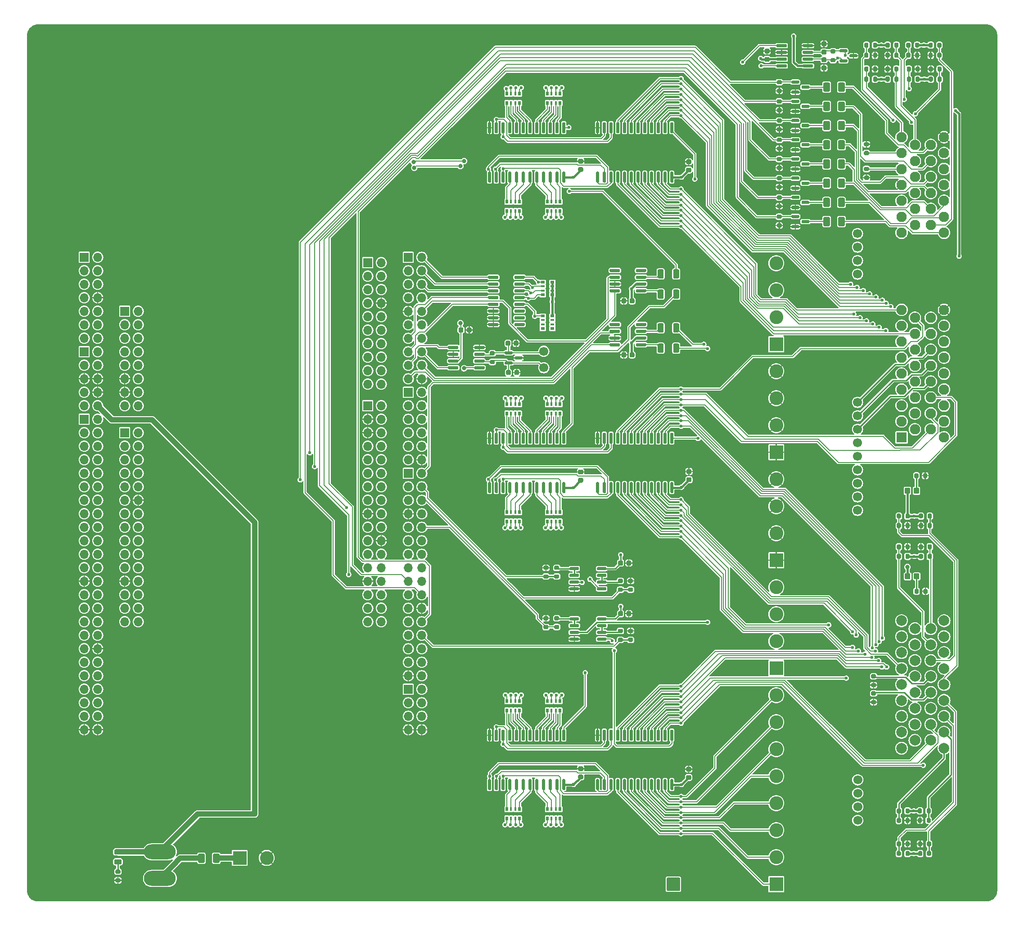
<source format=gtl>
G75*
G70*
%OFA0B0*%
%FSLAX25Y25*%
%IPPOS*%
%LPD*%
%AMOC8*
5,1,8,0,0,1.08239X$1,22.5*
%
%ADD10C,0.03150*%
%ADD11C,0.25197*%
%ADD12R,0.07677X0.07677*%
%ADD13C,0.07677*%
%ADD14R,0.06693X0.06693*%
%ADD15O,0.06693X0.06693*%
%ADD16R,0.10236X0.10236*%
%ADD17C,0.10236*%
%ADD18C,0.06693*%
%ADD19O,0.23622X0.11024*%
%ADD20R,0.01969X0.03150*%
%ADD21R,0.01575X0.03150*%
%ADD22R,0.03150X0.01969*%
%ADD23R,0.03150X0.01575*%
%ADD24C,0.07874*%
%ADD25C,0.02362*%
%ADD26C,0.00984*%
%ADD27C,0.01575*%
%ADD28C,0.03937*%
%ADD29C,0.00787*%
X0000000Y0000000D02*
%LPD*%
G01*
D10*
X0309449Y0013780D03*
X0312216Y0020461D03*
X0312216Y0007098D03*
X0318898Y0023228D03*
D11*
X0318898Y0013780D03*
D10*
X0318898Y0004331D03*
X0325579Y0020461D03*
X0325579Y0007098D03*
X0328346Y0013780D03*
G36*
G01*
X0653642Y0060925D02*
X0653642Y0058760D01*
G75*
G02*
X0652854Y0057972I-000787J0000000D01*
G01*
X0651280Y0057972D01*
G75*
G02*
X0650492Y0058760I0000000J0000787D01*
G01*
X0650492Y0060925D01*
G75*
G02*
X0651280Y0061713I0000787J0000000D01*
G01*
X0652854Y0061713D01*
G75*
G02*
X0653642Y0060925I0000000J-000787D01*
G01*
G37*
G36*
G01*
X0647146Y0060925D02*
X0647146Y0058760D01*
G75*
G02*
X0646358Y0057972I-000787J0000000D01*
G01*
X0644783Y0057972D01*
G75*
G02*
X0643996Y0058760I0000000J0000787D01*
G01*
X0643996Y0060925D01*
G75*
G02*
X0644783Y0061713I0000787J0000000D01*
G01*
X0646358Y0061713D01*
G75*
G02*
X0647146Y0060925I0000000J-000787D01*
G01*
G37*
G36*
G01*
X0589665Y0600689D02*
X0589665Y0605610D01*
G75*
G02*
X0590650Y0606594I0000984J0000000D01*
G01*
X0593602Y0606594D01*
G75*
G02*
X0594587Y0605610I0000000J-000984D01*
G01*
X0594587Y0600689D01*
G75*
G02*
X0593602Y0599705I-000984J0000000D01*
G01*
X0590650Y0599705D01*
G75*
G02*
X0589665Y0600689I0000000J0000984D01*
G01*
G37*
G36*
G01*
X0600689Y0600689D02*
X0600689Y0605610D01*
G75*
G02*
X0601673Y0606594I0000984J0000000D01*
G01*
X0604626Y0606594D01*
G75*
G02*
X0605610Y0605610I0000000J-000984D01*
G01*
X0605610Y0600689D01*
G75*
G02*
X0604626Y0599705I-000984J0000000D01*
G01*
X0601673Y0599705D01*
G75*
G02*
X0600689Y0600689I0000000J0000984D01*
G01*
G37*
D12*
X0647638Y0343701D03*
D13*
X0647638Y0355512D03*
X0647638Y0367323D03*
X0647638Y0379134D03*
X0647638Y0390945D03*
X0647638Y0402756D03*
X0647638Y0414567D03*
X0647638Y0426378D03*
X0647638Y0438189D03*
X0657480Y0349606D03*
X0657480Y0361417D03*
X0657480Y0373228D03*
X0657480Y0385039D03*
X0657480Y0396850D03*
X0657480Y0408661D03*
X0657480Y0420472D03*
X0657480Y0432283D03*
X0669291Y0349606D03*
X0669291Y0361417D03*
X0669291Y0373228D03*
X0669291Y0385039D03*
X0669291Y0396850D03*
X0669291Y0408661D03*
X0669291Y0420472D03*
X0669291Y0432283D03*
X0679134Y0343701D03*
X0679134Y0355512D03*
X0679134Y0367323D03*
X0679134Y0379134D03*
X0679134Y0390945D03*
X0679134Y0402756D03*
X0679134Y0414567D03*
X0679134Y0426378D03*
X0679134Y0438189D03*
X0647638Y0495276D03*
X0647638Y0507087D03*
X0647638Y0518898D03*
X0647638Y0530709D03*
X0647638Y0542520D03*
X0647638Y0554331D03*
X0647638Y0566142D03*
X0657480Y0501181D03*
X0657480Y0512992D03*
X0657480Y0524803D03*
X0657480Y0536614D03*
X0657480Y0548425D03*
X0657480Y0560236D03*
X0669291Y0501181D03*
X0669291Y0512992D03*
X0669291Y0524803D03*
X0669291Y0536614D03*
X0669291Y0548425D03*
X0669291Y0560236D03*
X0679134Y0495276D03*
X0679134Y0507087D03*
X0679134Y0518898D03*
X0679134Y0530709D03*
X0679134Y0542520D03*
X0679134Y0554331D03*
X0679134Y0566142D03*
G36*
G01*
X0677362Y0617618D02*
X0677362Y0615453D01*
G75*
G02*
X0676575Y0614665I-000787J0000000D01*
G01*
X0675000Y0614665D01*
G75*
G02*
X0674213Y0615453I0000000J0000787D01*
G01*
X0674213Y0617618D01*
G75*
G02*
X0675000Y0618406I0000787J0000000D01*
G01*
X0676575Y0618406D01*
G75*
G02*
X0677362Y0617618I0000000J-000787D01*
G01*
G37*
G36*
G01*
X0670866Y0617618D02*
X0670866Y0615453D01*
G75*
G02*
X0670079Y0614665I-000787J0000000D01*
G01*
X0668504Y0614665D01*
G75*
G02*
X0667717Y0615453I0000000J0000787D01*
G01*
X0667717Y0617618D01*
G75*
G02*
X0668504Y0618406I0000787J0000000D01*
G01*
X0670079Y0618406D01*
G75*
G02*
X0670866Y0617618I0000000J-000787D01*
G01*
G37*
D14*
X0252323Y0473165D03*
D15*
X0262323Y0473165D03*
X0252323Y0463165D03*
X0262323Y0463165D03*
X0252323Y0453165D03*
X0262323Y0453165D03*
X0252323Y0443165D03*
X0262323Y0443165D03*
X0252323Y0433165D03*
X0262323Y0433165D03*
X0252323Y0423165D03*
X0262323Y0423165D03*
X0252323Y0413165D03*
X0262323Y0413165D03*
X0252323Y0403165D03*
X0262323Y0403165D03*
X0252323Y0393165D03*
X0262323Y0393165D03*
X0252323Y0383165D03*
X0262323Y0383165D03*
G36*
G01*
X0627953Y0158563D02*
X0625787Y0158563D01*
G75*
G02*
X0625000Y0159350I0000000J0000787D01*
G01*
X0625000Y0160925D01*
G75*
G02*
X0625787Y0161713I0000787J0000000D01*
G01*
X0627953Y0161713D01*
G75*
G02*
X0628740Y0160925I0000000J-000787D01*
G01*
X0628740Y0159350D01*
G75*
G02*
X0627953Y0158563I-000787J0000000D01*
G01*
G37*
G36*
G01*
X0627953Y0165059D02*
X0625787Y0165059D01*
G75*
G02*
X0625000Y0165846I0000000J0000787D01*
G01*
X0625000Y0167421D01*
G75*
G02*
X0625787Y0168209I0000787J0000000D01*
G01*
X0627953Y0168209D01*
G75*
G02*
X0628740Y0167421I0000000J-000787D01*
G01*
X0628740Y0165846D01*
G75*
G02*
X0627953Y0165059I-000787J0000000D01*
G01*
G37*
D14*
X0042323Y0357165D03*
D15*
X0052323Y0357165D03*
X0042323Y0347165D03*
X0052323Y0347165D03*
X0042323Y0337165D03*
X0052323Y0337165D03*
X0042323Y0327165D03*
X0052323Y0327165D03*
X0042323Y0317165D03*
X0052323Y0317165D03*
X0042323Y0307165D03*
X0052323Y0307165D03*
X0042323Y0297165D03*
X0052323Y0297165D03*
X0042323Y0287165D03*
X0052323Y0287165D03*
X0042323Y0277165D03*
X0052323Y0277165D03*
X0042323Y0267165D03*
X0052323Y0267165D03*
X0042323Y0257165D03*
X0052323Y0257165D03*
X0042323Y0247165D03*
X0052323Y0247165D03*
X0042323Y0237165D03*
X0052323Y0237165D03*
X0042323Y0227165D03*
X0052323Y0227165D03*
X0042323Y0217165D03*
X0052323Y0217165D03*
X0042323Y0207165D03*
X0052323Y0207165D03*
X0042323Y0197165D03*
X0052323Y0197165D03*
X0042323Y0187165D03*
X0052323Y0187165D03*
X0042323Y0177165D03*
X0052323Y0177165D03*
X0042323Y0167165D03*
X0052323Y0167165D03*
X0042323Y0157165D03*
X0052323Y0157165D03*
X0042323Y0147165D03*
X0052323Y0147165D03*
X0042323Y0137165D03*
X0052323Y0137165D03*
X0042323Y0127165D03*
X0052323Y0127165D03*
D16*
X0554823Y0252677D03*
D17*
X0554823Y0272677D03*
X0554823Y0292677D03*
X0554823Y0312677D03*
G36*
G01*
X0354331Y0412421D02*
X0354331Y0414390D01*
G75*
G02*
X0355217Y0415276I0000886J0000000D01*
G01*
X0356988Y0415276D01*
G75*
G02*
X0357874Y0414390I0000000J-000886D01*
G01*
X0357874Y0412421D01*
G75*
G02*
X0356988Y0411535I-000886J0000000D01*
G01*
X0355217Y0411535D01*
G75*
G02*
X0354331Y0412421I0000000J0000886D01*
G01*
G37*
G36*
G01*
X0360433Y0412421D02*
X0360433Y0414390D01*
G75*
G02*
X0361319Y0415276I0000886J0000000D01*
G01*
X0363091Y0415276D01*
G75*
G02*
X0363976Y0414390I0000000J-000886D01*
G01*
X0363976Y0412421D01*
G75*
G02*
X0363091Y0411535I-000886J0000000D01*
G01*
X0361319Y0411535D01*
G75*
G02*
X0360433Y0412421I0000000J0000886D01*
G01*
G37*
G36*
G01*
X0566093Y0577840D02*
X0566093Y0579021D01*
G75*
G02*
X0566683Y0579612I0000591J0000000D01*
G01*
X0571309Y0579612D01*
G75*
G02*
X0571900Y0579021I0000000J-000591D01*
G01*
X0571900Y0577840D01*
G75*
G02*
X0571309Y0577250I-000591J0000000D01*
G01*
X0566683Y0577250D01*
G75*
G02*
X0566093Y0577840I0000000J0000591D01*
G01*
G37*
G36*
G01*
X0573474Y0574100D02*
X0573474Y0575281D01*
G75*
G02*
X0574065Y0575872I0000591J0000000D01*
G01*
X0578691Y0575872D01*
G75*
G02*
X0579281Y0575281I0000000J-000591D01*
G01*
X0579281Y0574100D01*
G75*
G02*
X0578691Y0573510I-000591J0000000D01*
G01*
X0574065Y0573510D01*
G75*
G02*
X0573474Y0574100I0000000J0000591D01*
G01*
G37*
G36*
G01*
X0566093Y0570360D02*
X0566093Y0571541D01*
G75*
G02*
X0566683Y0572132I0000591J0000000D01*
G01*
X0571309Y0572132D01*
G75*
G02*
X0571900Y0571541I0000000J-000591D01*
G01*
X0571900Y0570360D01*
G75*
G02*
X0571309Y0569769I-000591J0000000D01*
G01*
X0566683Y0569769D01*
G75*
G02*
X0566093Y0570360I0000000J0000591D01*
G01*
G37*
D18*
X0382677Y0395276D03*
G36*
G01*
X0069119Y0027313D02*
X0065527Y0027313D01*
G75*
G02*
X0064567Y0028273I0000000J0000960D01*
G01*
X0064567Y0030192D01*
G75*
G02*
X0065527Y0031152I0000960J0000000D01*
G01*
X0069119Y0031152D01*
G75*
G02*
X0070079Y0030192I0000000J-000960D01*
G01*
X0070079Y0028273D01*
G75*
G02*
X0069119Y0027313I-000960J0000000D01*
G01*
G37*
G36*
G01*
X0069119Y0034695D02*
X0065527Y0034695D01*
G75*
G02*
X0064567Y0035655I0000000J0000960D01*
G01*
X0064567Y0037574D01*
G75*
G02*
X0065527Y0038533I0000960J0000000D01*
G01*
X0069119Y0038533D01*
G75*
G02*
X0070079Y0037574I0000000J-000960D01*
G01*
X0070079Y0035655D01*
G75*
G02*
X0069119Y0034695I-000960J0000000D01*
G01*
G37*
G36*
G01*
X0653642Y0036516D02*
X0653642Y0034350D01*
G75*
G02*
X0652854Y0033563I-000787J0000000D01*
G01*
X0651280Y0033563D01*
G75*
G02*
X0650492Y0034350I0000000J0000787D01*
G01*
X0650492Y0036516D01*
G75*
G02*
X0651280Y0037303I0000787J0000000D01*
G01*
X0652854Y0037303D01*
G75*
G02*
X0653642Y0036516I0000000J-000787D01*
G01*
G37*
G36*
G01*
X0647146Y0036516D02*
X0647146Y0034350D01*
G75*
G02*
X0646358Y0033563I-000787J0000000D01*
G01*
X0644783Y0033563D01*
G75*
G02*
X0643996Y0034350I0000000J0000787D01*
G01*
X0643996Y0036516D01*
G75*
G02*
X0644783Y0037303I0000787J0000000D01*
G01*
X0646358Y0037303D01*
G75*
G02*
X0647146Y0036516I0000000J-000787D01*
G01*
G37*
G36*
G01*
X0635728Y0633169D02*
X0635728Y0635335D01*
G75*
G02*
X0636516Y0636122I0000787J0000000D01*
G01*
X0638091Y0636122D01*
G75*
G02*
X0638878Y0635335I0000000J-000787D01*
G01*
X0638878Y0633169D01*
G75*
G02*
X0638091Y0632382I-000787J0000000D01*
G01*
X0636516Y0632382D01*
G75*
G02*
X0635728Y0633169I0000000J0000787D01*
G01*
G37*
G36*
G01*
X0642224Y0633169D02*
X0642224Y0635335D01*
G75*
G02*
X0643012Y0636122I0000787J0000000D01*
G01*
X0644587Y0636122D01*
G75*
G02*
X0645374Y0635335I0000000J-000787D01*
G01*
X0645374Y0633169D01*
G75*
G02*
X0644587Y0632382I-000787J0000000D01*
G01*
X0643012Y0632382D01*
G75*
G02*
X0642224Y0633169I0000000J0000787D01*
G01*
G37*
D19*
X0098425Y0016929D03*
X0098425Y0036614D03*
G36*
G01*
X0589665Y0543771D02*
X0589665Y0548692D01*
G75*
G02*
X0590650Y0549677I0000984J0000000D01*
G01*
X0593602Y0549677D01*
G75*
G02*
X0594587Y0548692I0000000J-000984D01*
G01*
X0594587Y0543771D01*
G75*
G02*
X0593602Y0542787I-000984J0000000D01*
G01*
X0590650Y0542787D01*
G75*
G02*
X0589665Y0543771I0000000J0000984D01*
G01*
G37*
G36*
G01*
X0600689Y0543771D02*
X0600689Y0548692D01*
G75*
G02*
X0601673Y0549677I0000984J0000000D01*
G01*
X0604626Y0549677D01*
G75*
G02*
X0605610Y0548692I0000000J-000984D01*
G01*
X0605610Y0543771D01*
G75*
G02*
X0604626Y0542787I-000984J0000000D01*
G01*
X0601673Y0542787D01*
G75*
G02*
X0600689Y0543771I0000000J0000984D01*
G01*
G37*
G36*
G01*
X0547047Y0631594D02*
X0549016Y0631594D01*
G75*
G02*
X0549902Y0630709I0000000J-000886D01*
G01*
X0549902Y0628937D01*
G75*
G02*
X0549016Y0628051I-000886J0000000D01*
G01*
X0547047Y0628051D01*
G75*
G02*
X0546161Y0628937I0000000J0000886D01*
G01*
X0546161Y0630709D01*
G75*
G02*
X0547047Y0631594I0000886J0000000D01*
G01*
G37*
G36*
G01*
X0547047Y0625492D02*
X0549016Y0625492D01*
G75*
G02*
X0549902Y0624606I0000000J-000886D01*
G01*
X0549902Y0622835D01*
G75*
G02*
X0549016Y0621949I-000886J0000000D01*
G01*
X0547047Y0621949D01*
G75*
G02*
X0546161Y0622835I0000000J0000886D01*
G01*
X0546161Y0624606D01*
G75*
G02*
X0547047Y0625492I0000886J0000000D01*
G01*
G37*
D16*
X0157500Y0032146D03*
D17*
X0177500Y0032146D03*
G36*
G01*
X0482972Y0467264D02*
X0482972Y0462343D01*
G75*
G02*
X0481988Y0461358I-000984J0000000D01*
G01*
X0479528Y0461358D01*
G75*
G02*
X0478543Y0462343I0000000J0000984D01*
G01*
X0478543Y0467264D01*
G75*
G02*
X0479528Y0468248I0000984J0000000D01*
G01*
X0481988Y0468248D01*
G75*
G02*
X0482972Y0467264I0000000J-000984D01*
G01*
G37*
G36*
G01*
X0471457Y0467264D02*
X0471457Y0462343D01*
G75*
G02*
X0470472Y0461358I-000984J0000000D01*
G01*
X0468012Y0461358D01*
G75*
G02*
X0467028Y0462343I0000000J0000984D01*
G01*
X0467028Y0467264D01*
G75*
G02*
X0468012Y0468248I0000984J0000000D01*
G01*
X0470472Y0468248D01*
G75*
G02*
X0471457Y0467264I0000000J-000984D01*
G01*
G37*
D20*
X0355276Y0061260D03*
D21*
X0358425Y0061260D03*
X0361575Y0061260D03*
D20*
X0364724Y0061260D03*
X0364724Y0068346D03*
D21*
X0361575Y0068346D03*
X0358425Y0068346D03*
D20*
X0355276Y0068346D03*
G36*
G01*
X0449823Y0445787D02*
X0449823Y0443819D01*
G75*
G02*
X0448937Y0442933I-000886J0000000D01*
G01*
X0447165Y0442933D01*
G75*
G02*
X0446280Y0443819I0000000J0000886D01*
G01*
X0446280Y0445787D01*
G75*
G02*
X0447165Y0446673I0000886J0000000D01*
G01*
X0448937Y0446673D01*
G75*
G02*
X0449823Y0445787I0000000J-000886D01*
G01*
G37*
G36*
G01*
X0443720Y0445787D02*
X0443720Y0443819D01*
G75*
G02*
X0442835Y0442933I-000886J0000000D01*
G01*
X0441063Y0442933D01*
G75*
G02*
X0440177Y0443819I0000000J0000886D01*
G01*
X0440177Y0445787D01*
G75*
G02*
X0441063Y0446673I0000886J0000000D01*
G01*
X0442835Y0446673D01*
G75*
G02*
X0443720Y0445787I0000000J-000886D01*
G01*
G37*
X0364724Y0148346D03*
D21*
X0361575Y0148346D03*
X0358425Y0148346D03*
D20*
X0355276Y0148346D03*
X0355276Y0141260D03*
D21*
X0358425Y0141260D03*
X0361575Y0141260D03*
D20*
X0364724Y0141260D03*
D18*
X0615000Y0494646D03*
X0382677Y0407480D03*
G36*
G01*
X0329232Y0424213D02*
X0329232Y0422244D01*
G75*
G02*
X0328346Y0421358I-000886J0000000D01*
G01*
X0326575Y0421358D01*
G75*
G02*
X0325689Y0422244I0000000J0000886D01*
G01*
X0325689Y0424213D01*
G75*
G02*
X0326575Y0425098I0000886J0000000D01*
G01*
X0328346Y0425098D01*
G75*
G02*
X0329232Y0424213I0000000J-000886D01*
G01*
G37*
G36*
G01*
X0323130Y0424213D02*
X0323130Y0422244D01*
G75*
G02*
X0322244Y0421358I-000886J0000000D01*
G01*
X0320472Y0421358D01*
G75*
G02*
X0319587Y0422244I0000000J0000886D01*
G01*
X0319587Y0424213D01*
G75*
G02*
X0320472Y0425098I0000886J0000000D01*
G01*
X0322244Y0425098D01*
G75*
G02*
X0323130Y0424213I0000000J-000886D01*
G01*
G37*
X0615000Y0359646D03*
G36*
G01*
X0482972Y0412264D02*
X0482972Y0407343D01*
G75*
G02*
X0481988Y0406358I-000984J0000000D01*
G01*
X0479528Y0406358D01*
G75*
G02*
X0478543Y0407343I0000000J0000984D01*
G01*
X0478543Y0412264D01*
G75*
G02*
X0479528Y0413248I0000984J0000000D01*
G01*
X0481988Y0413248D01*
G75*
G02*
X0482972Y0412264I0000000J-000984D01*
G01*
G37*
G36*
G01*
X0471457Y0412264D02*
X0471457Y0407343D01*
G75*
G02*
X0470472Y0406358I-000984J0000000D01*
G01*
X0468012Y0406358D01*
G75*
G02*
X0467028Y0407343I0000000J0000984D01*
G01*
X0467028Y0412264D01*
G75*
G02*
X0468012Y0413248I0000984J0000000D01*
G01*
X0470472Y0413248D01*
G75*
G02*
X0471457Y0412264I0000000J-000984D01*
G01*
G37*
G36*
G01*
X0311713Y0409685D02*
X0311713Y0410866D01*
G75*
G02*
X0312303Y0411457I0000591J0000000D01*
G01*
X0318799Y0411457D01*
G75*
G02*
X0319390Y0410866I0000000J-000591D01*
G01*
X0319390Y0409685D01*
G75*
G02*
X0318799Y0409094I-000591J0000000D01*
G01*
X0312303Y0409094D01*
G75*
G02*
X0311713Y0409685I0000000J0000591D01*
G01*
G37*
G36*
G01*
X0311713Y0404685D02*
X0311713Y0405866D01*
G75*
G02*
X0312303Y0406457I0000591J0000000D01*
G01*
X0318799Y0406457D01*
G75*
G02*
X0319390Y0405866I0000000J-000591D01*
G01*
X0319390Y0404685D01*
G75*
G02*
X0318799Y0404094I-000591J0000000D01*
G01*
X0312303Y0404094D01*
G75*
G02*
X0311713Y0404685I0000000J0000591D01*
G01*
G37*
G36*
G01*
X0311713Y0399685D02*
X0311713Y0400866D01*
G75*
G02*
X0312303Y0401457I0000591J0000000D01*
G01*
X0318799Y0401457D01*
G75*
G02*
X0319390Y0400866I0000000J-000591D01*
G01*
X0319390Y0399685D01*
G75*
G02*
X0318799Y0399094I-000591J0000000D01*
G01*
X0312303Y0399094D01*
G75*
G02*
X0311713Y0399685I0000000J0000591D01*
G01*
G37*
G36*
G01*
X0311713Y0394685D02*
X0311713Y0395866D01*
G75*
G02*
X0312303Y0396457I0000591J0000000D01*
G01*
X0318799Y0396457D01*
G75*
G02*
X0319390Y0395866I0000000J-000591D01*
G01*
X0319390Y0394685D01*
G75*
G02*
X0318799Y0394094I-000591J0000000D01*
G01*
X0312303Y0394094D01*
G75*
G02*
X0311713Y0394685I0000000J0000591D01*
G01*
G37*
G36*
G01*
X0331201Y0394685D02*
X0331201Y0395866D01*
G75*
G02*
X0331791Y0396457I0000591J0000000D01*
G01*
X0338287Y0396457D01*
G75*
G02*
X0338878Y0395866I0000000J-000591D01*
G01*
X0338878Y0394685D01*
G75*
G02*
X0338287Y0394094I-000591J0000000D01*
G01*
X0331791Y0394094D01*
G75*
G02*
X0331201Y0394685I0000000J0000591D01*
G01*
G37*
G36*
G01*
X0331201Y0399685D02*
X0331201Y0400866D01*
G75*
G02*
X0331791Y0401457I0000591J0000000D01*
G01*
X0338287Y0401457D01*
G75*
G02*
X0338878Y0400866I0000000J-000591D01*
G01*
X0338878Y0399685D01*
G75*
G02*
X0338287Y0399094I-000591J0000000D01*
G01*
X0331791Y0399094D01*
G75*
G02*
X0331201Y0399685I0000000J0000591D01*
G01*
G37*
G36*
G01*
X0331201Y0404685D02*
X0331201Y0405866D01*
G75*
G02*
X0331791Y0406457I0000591J0000000D01*
G01*
X0338287Y0406457D01*
G75*
G02*
X0338878Y0405866I0000000J-000591D01*
G01*
X0338878Y0404685D01*
G75*
G02*
X0338287Y0404094I-000591J0000000D01*
G01*
X0331791Y0404094D01*
G75*
G02*
X0331201Y0404685I0000000J0000591D01*
G01*
G37*
G36*
G01*
X0331201Y0409685D02*
X0331201Y0410866D01*
G75*
G02*
X0331791Y0411457I0000591J0000000D01*
G01*
X0338287Y0411457D01*
G75*
G02*
X0338878Y0410866I0000000J-000591D01*
G01*
X0338878Y0409685D01*
G75*
G02*
X0338287Y0409094I-000591J0000000D01*
G01*
X0331791Y0409094D01*
G75*
G02*
X0331201Y0409685I0000000J0000591D01*
G01*
G37*
G36*
G01*
X0670079Y0279429D02*
X0670079Y0277264D01*
G75*
G02*
X0669291Y0276476I-000787J0000000D01*
G01*
X0667717Y0276476D01*
G75*
G02*
X0666929Y0277264I0000000J0000787D01*
G01*
X0666929Y0279429D01*
G75*
G02*
X0667717Y0280217I0000787J0000000D01*
G01*
X0669291Y0280217D01*
G75*
G02*
X0670079Y0279429I0000000J-000787D01*
G01*
G37*
G36*
G01*
X0663583Y0279429D02*
X0663583Y0277264D01*
G75*
G02*
X0662795Y0276476I-000787J0000000D01*
G01*
X0661220Y0276476D01*
G75*
G02*
X0660433Y0277264I0000000J0000787D01*
G01*
X0660433Y0279429D01*
G75*
G02*
X0661220Y0280217I0000787J0000000D01*
G01*
X0662795Y0280217D01*
G75*
G02*
X0663583Y0279429I0000000J-000787D01*
G01*
G37*
D14*
X0072323Y0347165D03*
D15*
X0082323Y0347165D03*
X0072323Y0337165D03*
X0082323Y0337165D03*
X0072323Y0327165D03*
X0082323Y0327165D03*
X0072323Y0317165D03*
X0082323Y0317165D03*
X0072323Y0307165D03*
X0082323Y0307165D03*
X0072323Y0297165D03*
X0082323Y0297165D03*
X0072323Y0287165D03*
X0082323Y0287165D03*
X0072323Y0277165D03*
X0082323Y0277165D03*
X0072323Y0267165D03*
X0082323Y0267165D03*
X0072323Y0257165D03*
X0082323Y0257165D03*
X0072323Y0247165D03*
X0082323Y0247165D03*
X0072323Y0237165D03*
X0082323Y0237165D03*
X0072323Y0227165D03*
X0082323Y0227165D03*
X0072323Y0217165D03*
X0082323Y0217165D03*
X0072323Y0207165D03*
X0082323Y0207165D03*
D18*
X0615000Y0319646D03*
G36*
G01*
X0401772Y0245886D02*
X0401772Y0247067D01*
G75*
G02*
X0402362Y0247657I0000591J0000000D01*
G01*
X0408071Y0247657D01*
G75*
G02*
X0408661Y0247067I0000000J-000591D01*
G01*
X0408661Y0245886D01*
G75*
G02*
X0408071Y0245295I-000591J0000000D01*
G01*
X0402362Y0245295D01*
G75*
G02*
X0401772Y0245886I0000000J0000591D01*
G01*
G37*
G36*
G01*
X0401772Y0240886D02*
X0401772Y0242067D01*
G75*
G02*
X0402362Y0242657I0000591J0000000D01*
G01*
X0408071Y0242657D01*
G75*
G02*
X0408661Y0242067I0000000J-000591D01*
G01*
X0408661Y0240886D01*
G75*
G02*
X0408071Y0240295I-000591J0000000D01*
G01*
X0402362Y0240295D01*
G75*
G02*
X0401772Y0240886I0000000J0000591D01*
G01*
G37*
G36*
G01*
X0401772Y0235886D02*
X0401772Y0237067D01*
G75*
G02*
X0402362Y0237657I0000591J0000000D01*
G01*
X0408071Y0237657D01*
G75*
G02*
X0408661Y0237067I0000000J-000591D01*
G01*
X0408661Y0235886D01*
G75*
G02*
X0408071Y0235295I-000591J0000000D01*
G01*
X0402362Y0235295D01*
G75*
G02*
X0401772Y0235886I0000000J0000591D01*
G01*
G37*
G36*
G01*
X0401772Y0230886D02*
X0401772Y0232067D01*
G75*
G02*
X0402362Y0232657I0000591J0000000D01*
G01*
X0408071Y0232657D01*
G75*
G02*
X0408661Y0232067I0000000J-000591D01*
G01*
X0408661Y0230886D01*
G75*
G02*
X0408071Y0230295I-000591J0000000D01*
G01*
X0402362Y0230295D01*
G75*
G02*
X0401772Y0230886I0000000J0000591D01*
G01*
G37*
G36*
G01*
X0422047Y0230886D02*
X0422047Y0232067D01*
G75*
G02*
X0422638Y0232657I0000591J0000000D01*
G01*
X0428346Y0232657D01*
G75*
G02*
X0428937Y0232067I0000000J-000591D01*
G01*
X0428937Y0230886D01*
G75*
G02*
X0428346Y0230295I-000591J0000000D01*
G01*
X0422638Y0230295D01*
G75*
G02*
X0422047Y0230886I0000000J0000591D01*
G01*
G37*
G36*
G01*
X0422047Y0235886D02*
X0422047Y0237067D01*
G75*
G02*
X0422638Y0237657I0000591J0000000D01*
G01*
X0428346Y0237657D01*
G75*
G02*
X0428937Y0237067I0000000J-000591D01*
G01*
X0428937Y0235886D01*
G75*
G02*
X0428346Y0235295I-000591J0000000D01*
G01*
X0422638Y0235295D01*
G75*
G02*
X0422047Y0235886I0000000J0000591D01*
G01*
G37*
G36*
G01*
X0422047Y0240886D02*
X0422047Y0242067D01*
G75*
G02*
X0422638Y0242657I0000591J0000000D01*
G01*
X0428346Y0242657D01*
G75*
G02*
X0428937Y0242067I0000000J-000591D01*
G01*
X0428937Y0240886D01*
G75*
G02*
X0428346Y0240295I-000591J0000000D01*
G01*
X0422638Y0240295D01*
G75*
G02*
X0422047Y0240886I0000000J0000591D01*
G01*
G37*
G36*
G01*
X0422047Y0245886D02*
X0422047Y0247067D01*
G75*
G02*
X0422638Y0247657I0000591J0000000D01*
G01*
X0428346Y0247657D01*
G75*
G02*
X0428937Y0247067I0000000J-000591D01*
G01*
X0428937Y0245886D01*
G75*
G02*
X0428346Y0245295I-000591J0000000D01*
G01*
X0422638Y0245295D01*
G75*
G02*
X0422047Y0245886I0000000J0000591D01*
G01*
G37*
G36*
G01*
X0601673Y0629528D02*
X0601673Y0630709D01*
G75*
G02*
X0602264Y0631299I0000591J0000000D01*
G01*
X0606890Y0631299D01*
G75*
G02*
X0607480Y0630709I0000000J-000591D01*
G01*
X0607480Y0629528D01*
G75*
G02*
X0606890Y0628937I-000591J0000000D01*
G01*
X0602264Y0628937D01*
G75*
G02*
X0601673Y0629528I0000000J0000591D01*
G01*
G37*
G36*
G01*
X0601673Y0622047D02*
X0601673Y0623228D01*
G75*
G02*
X0602264Y0623819I0000591J0000000D01*
G01*
X0606890Y0623819D01*
G75*
G02*
X0607480Y0623228I0000000J-000591D01*
G01*
X0607480Y0622047D01*
G75*
G02*
X0606890Y0621457I-000591J0000000D01*
G01*
X0602264Y0621457D01*
G75*
G02*
X0601673Y0622047I0000000J0000591D01*
G01*
G37*
G36*
G01*
X0609055Y0625787D02*
X0609055Y0626969D01*
G75*
G02*
X0609646Y0627559I0000591J0000000D01*
G01*
X0614272Y0627559D01*
G75*
G02*
X0614862Y0626969I0000000J-000591D01*
G01*
X0614862Y0625787D01*
G75*
G02*
X0614272Y0625197I-000591J0000000D01*
G01*
X0609646Y0625197D01*
G75*
G02*
X0609055Y0625787I0000000J0000591D01*
G01*
G37*
X0615000Y0299646D03*
D14*
X0282323Y0317087D03*
D15*
X0292323Y0317087D03*
X0282323Y0307087D03*
X0292323Y0307087D03*
X0282323Y0297087D03*
X0292323Y0297087D03*
X0282323Y0287087D03*
X0292323Y0287087D03*
X0282323Y0277087D03*
X0292323Y0277087D03*
X0282323Y0267087D03*
X0292323Y0267087D03*
X0282323Y0257087D03*
X0292323Y0257087D03*
X0282323Y0247087D03*
X0292323Y0247087D03*
X0282323Y0237087D03*
X0292323Y0237087D03*
X0282323Y0227087D03*
X0292323Y0227087D03*
X0282323Y0217087D03*
X0292323Y0217087D03*
X0282323Y0207087D03*
X0292323Y0207087D03*
X0282323Y0197087D03*
X0292323Y0197087D03*
X0282323Y0187087D03*
X0292323Y0187087D03*
X0282323Y0177087D03*
X0292323Y0177087D03*
X0282323Y0167087D03*
X0292323Y0167087D03*
G36*
G01*
X0401850Y0208642D02*
X0401850Y0209823D01*
G75*
G02*
X0402441Y0210413I0000591J0000000D01*
G01*
X0408150Y0210413D01*
G75*
G02*
X0408740Y0209823I0000000J-000591D01*
G01*
X0408740Y0208642D01*
G75*
G02*
X0408150Y0208051I-000591J0000000D01*
G01*
X0402441Y0208051D01*
G75*
G02*
X0401850Y0208642I0000000J0000591D01*
G01*
G37*
G36*
G01*
X0401850Y0203642D02*
X0401850Y0204823D01*
G75*
G02*
X0402441Y0205413I0000591J0000000D01*
G01*
X0408150Y0205413D01*
G75*
G02*
X0408740Y0204823I0000000J-000591D01*
G01*
X0408740Y0203642D01*
G75*
G02*
X0408150Y0203051I-000591J0000000D01*
G01*
X0402441Y0203051D01*
G75*
G02*
X0401850Y0203642I0000000J0000591D01*
G01*
G37*
G36*
G01*
X0401850Y0198642D02*
X0401850Y0199823D01*
G75*
G02*
X0402441Y0200413I0000591J0000000D01*
G01*
X0408150Y0200413D01*
G75*
G02*
X0408740Y0199823I0000000J-000591D01*
G01*
X0408740Y0198642D01*
G75*
G02*
X0408150Y0198051I-000591J0000000D01*
G01*
X0402441Y0198051D01*
G75*
G02*
X0401850Y0198642I0000000J0000591D01*
G01*
G37*
G36*
G01*
X0401850Y0193642D02*
X0401850Y0194823D01*
G75*
G02*
X0402441Y0195413I0000591J0000000D01*
G01*
X0408150Y0195413D01*
G75*
G02*
X0408740Y0194823I0000000J-000591D01*
G01*
X0408740Y0193642D01*
G75*
G02*
X0408150Y0193051I-000591J0000000D01*
G01*
X0402441Y0193051D01*
G75*
G02*
X0401850Y0193642I0000000J0000591D01*
G01*
G37*
G36*
G01*
X0422126Y0193642D02*
X0422126Y0194823D01*
G75*
G02*
X0422717Y0195413I0000591J0000000D01*
G01*
X0428425Y0195413D01*
G75*
G02*
X0429016Y0194823I0000000J-000591D01*
G01*
X0429016Y0193642D01*
G75*
G02*
X0428425Y0193051I-000591J0000000D01*
G01*
X0422717Y0193051D01*
G75*
G02*
X0422126Y0193642I0000000J0000591D01*
G01*
G37*
G36*
G01*
X0422126Y0198642D02*
X0422126Y0199823D01*
G75*
G02*
X0422717Y0200413I0000591J0000000D01*
G01*
X0428425Y0200413D01*
G75*
G02*
X0429016Y0199823I0000000J-000591D01*
G01*
X0429016Y0198642D01*
G75*
G02*
X0428425Y0198051I-000591J0000000D01*
G01*
X0422717Y0198051D01*
G75*
G02*
X0422126Y0198642I0000000J0000591D01*
G01*
G37*
G36*
G01*
X0422126Y0203642D02*
X0422126Y0204823D01*
G75*
G02*
X0422717Y0205413I0000591J0000000D01*
G01*
X0428425Y0205413D01*
G75*
G02*
X0429016Y0204823I0000000J-000591D01*
G01*
X0429016Y0203642D01*
G75*
G02*
X0428425Y0203051I-000591J0000000D01*
G01*
X0422717Y0203051D01*
G75*
G02*
X0422126Y0203642I0000000J0000591D01*
G01*
G37*
G36*
G01*
X0422126Y0208642D02*
X0422126Y0209823D01*
G75*
G02*
X0422717Y0210413I0000591J0000000D01*
G01*
X0428425Y0210413D01*
G75*
G02*
X0429016Y0209823I0000000J-000591D01*
G01*
X0429016Y0208642D01*
G75*
G02*
X0428425Y0208051I-000591J0000000D01*
G01*
X0422717Y0208051D01*
G75*
G02*
X0422126Y0208642I0000000J0000591D01*
G01*
G37*
G36*
G01*
X0126673Y0029429D02*
X0126673Y0034350D01*
G75*
G02*
X0127657Y0035335I0000984J0000000D01*
G01*
X0130610Y0035335D01*
G75*
G02*
X0131594Y0034350I0000000J-000984D01*
G01*
X0131594Y0029429D01*
G75*
G02*
X0130610Y0028445I-000984J0000000D01*
G01*
X0127657Y0028445D01*
G75*
G02*
X0126673Y0029429I0000000J0000984D01*
G01*
G37*
G36*
G01*
X0137697Y0029429D02*
X0137697Y0034350D01*
G75*
G02*
X0138681Y0035335I0000984J0000000D01*
G01*
X0141634Y0035335D01*
G75*
G02*
X0142618Y0034350I0000000J-000984D01*
G01*
X0142618Y0029429D01*
G75*
G02*
X0141634Y0028445I-000984J0000000D01*
G01*
X0138681Y0028445D01*
G75*
G02*
X0137697Y0029429I0000000J0000984D01*
G01*
G37*
G36*
G01*
X0383248Y0248681D02*
X0385413Y0248681D01*
G75*
G02*
X0386201Y0247894I0000000J-000787D01*
G01*
X0386201Y0246319D01*
G75*
G02*
X0385413Y0245531I-000787J0000000D01*
G01*
X0383248Y0245531D01*
G75*
G02*
X0382461Y0246319I0000000J0000787D01*
G01*
X0382461Y0247894D01*
G75*
G02*
X0383248Y0248681I0000787J0000000D01*
G01*
G37*
G36*
G01*
X0383248Y0242185D02*
X0385413Y0242185D01*
G75*
G02*
X0386201Y0241398I0000000J-000787D01*
G01*
X0386201Y0239823D01*
G75*
G02*
X0385413Y0239035I-000787J0000000D01*
G01*
X0383248Y0239035D01*
G75*
G02*
X0382461Y0239823I0000000J0000787D01*
G01*
X0382461Y0241398D01*
G75*
G02*
X0383248Y0242185I0000787J0000000D01*
G01*
G37*
G36*
G01*
X0619980Y0625689D02*
X0619980Y0627854D01*
G75*
G02*
X0620768Y0628642I0000787J0000000D01*
G01*
X0622343Y0628642D01*
G75*
G02*
X0623130Y0627854I0000000J-000787D01*
G01*
X0623130Y0625689D01*
G75*
G02*
X0622343Y0624902I-000787J0000000D01*
G01*
X0620768Y0624902D01*
G75*
G02*
X0619980Y0625689I0000000J0000787D01*
G01*
G37*
G36*
G01*
X0626476Y0625689D02*
X0626476Y0627854D01*
G75*
G02*
X0627264Y0628642I0000787J0000000D01*
G01*
X0628839Y0628642D01*
G75*
G02*
X0629626Y0627854I0000000J-000787D01*
G01*
X0629626Y0625689D01*
G75*
G02*
X0628839Y0624902I-000787J0000000D01*
G01*
X0627264Y0624902D01*
G75*
G02*
X0626476Y0625689I0000000J0000787D01*
G01*
G37*
G36*
G01*
X0660433Y0254429D02*
X0660433Y0256594D01*
G75*
G02*
X0661220Y0257382I0000787J0000000D01*
G01*
X0662795Y0257382D01*
G75*
G02*
X0663583Y0256594I0000000J-000787D01*
G01*
X0663583Y0254429D01*
G75*
G02*
X0662795Y0253642I-000787J0000000D01*
G01*
X0661220Y0253642D01*
G75*
G02*
X0660433Y0254429I0000000J0000787D01*
G01*
G37*
G36*
G01*
X0666929Y0254429D02*
X0666929Y0256594D01*
G75*
G02*
X0667717Y0257382I0000787J0000000D01*
G01*
X0669291Y0257382D01*
G75*
G02*
X0670079Y0256594I0000000J-000787D01*
G01*
X0670079Y0254429D01*
G75*
G02*
X0669291Y0253642I-000787J0000000D01*
G01*
X0667717Y0253642D01*
G75*
G02*
X0666929Y0254429I0000000J0000787D01*
G01*
G37*
G36*
G01*
X0566093Y0563611D02*
X0566093Y0564792D01*
G75*
G02*
X0566683Y0565382I0000591J0000000D01*
G01*
X0571309Y0565382D01*
G75*
G02*
X0571900Y0564792I0000000J-000591D01*
G01*
X0571900Y0563611D01*
G75*
G02*
X0571309Y0563020I-000591J0000000D01*
G01*
X0566683Y0563020D01*
G75*
G02*
X0566093Y0563611I0000000J0000591D01*
G01*
G37*
G36*
G01*
X0573474Y0559871D02*
X0573474Y0561052D01*
G75*
G02*
X0574065Y0561642I0000591J0000000D01*
G01*
X0578691Y0561642D01*
G75*
G02*
X0579281Y0561052I0000000J-000591D01*
G01*
X0579281Y0559871D01*
G75*
G02*
X0578691Y0559280I-000591J0000000D01*
G01*
X0574065Y0559280D01*
G75*
G02*
X0573474Y0559871I0000000J0000591D01*
G01*
G37*
G36*
G01*
X0566093Y0556130D02*
X0566093Y0557312D01*
G75*
G02*
X0566683Y0557902I0000591J0000000D01*
G01*
X0571309Y0557902D01*
G75*
G02*
X0571900Y0557312I0000000J-000591D01*
G01*
X0571900Y0556130D01*
G75*
G02*
X0571309Y0555540I-000591J0000000D01*
G01*
X0566683Y0555540D01*
G75*
G02*
X0566093Y0556130I0000000J0000591D01*
G01*
G37*
D10*
X0311417Y0324803D03*
X0314185Y0331484D03*
X0314185Y0318122D03*
X0320866Y0334252D03*
D11*
X0320866Y0324803D03*
D10*
X0320866Y0315354D03*
X0327547Y0331484D03*
X0327547Y0318122D03*
X0330315Y0324803D03*
D14*
X0072323Y0437165D03*
D15*
X0082323Y0437165D03*
X0072323Y0427165D03*
X0082323Y0427165D03*
X0072323Y0417165D03*
X0082323Y0417165D03*
X0072323Y0407165D03*
X0082323Y0407165D03*
X0072323Y0397165D03*
X0082323Y0397165D03*
X0072323Y0387165D03*
X0082323Y0387165D03*
X0072323Y0377165D03*
X0082323Y0377165D03*
X0072323Y0367165D03*
X0082323Y0367165D03*
G36*
G01*
X0659646Y0065945D02*
X0659646Y0068110D01*
G75*
G02*
X0660433Y0068898I0000787J0000000D01*
G01*
X0662008Y0068898D01*
G75*
G02*
X0662795Y0068110I0000000J-000787D01*
G01*
X0662795Y0065945D01*
G75*
G02*
X0662008Y0065157I-000787J0000000D01*
G01*
X0660433Y0065157D01*
G75*
G02*
X0659646Y0065945I0000000J0000787D01*
G01*
G37*
G36*
G01*
X0666142Y0065945D02*
X0666142Y0068110D01*
G75*
G02*
X0666929Y0068898I0000787J0000000D01*
G01*
X0668504Y0068898D01*
G75*
G02*
X0669291Y0068110I0000000J-000787D01*
G01*
X0669291Y0065945D01*
G75*
G02*
X0668504Y0065157I-000787J0000000D01*
G01*
X0666929Y0065157D01*
G75*
G02*
X0666142Y0065945I0000000J0000787D01*
G01*
G37*
G36*
G01*
X0558169Y0541803D02*
X0556004Y0541803D01*
G75*
G02*
X0555217Y0542590I0000000J0000787D01*
G01*
X0555217Y0544165D01*
G75*
G02*
X0556004Y0544952I0000787J0000000D01*
G01*
X0558169Y0544952D01*
G75*
G02*
X0558957Y0544165I0000000J-000787D01*
G01*
X0558957Y0542590D01*
G75*
G02*
X0558169Y0541803I-000787J0000000D01*
G01*
G37*
G36*
G01*
X0558169Y0548299D02*
X0556004Y0548299D01*
G75*
G02*
X0555217Y0549086I0000000J0000787D01*
G01*
X0555217Y0550661D01*
G75*
G02*
X0556004Y0551448I0000787J0000000D01*
G01*
X0558169Y0551448D01*
G75*
G02*
X0558957Y0550661I0000000J-000787D01*
G01*
X0558957Y0549086D01*
G75*
G02*
X0558169Y0548299I-000787J0000000D01*
G01*
G37*
D16*
X0554823Y0332677D03*
D17*
X0554823Y0352677D03*
X0554823Y0372677D03*
X0554823Y0392677D03*
G36*
G01*
X0449823Y0405787D02*
X0449823Y0403819D01*
G75*
G02*
X0448937Y0402933I-000886J0000000D01*
G01*
X0447165Y0402933D01*
G75*
G02*
X0446280Y0403819I0000000J0000886D01*
G01*
X0446280Y0405787D01*
G75*
G02*
X0447165Y0406673I0000886J0000000D01*
G01*
X0448937Y0406673D01*
G75*
G02*
X0449823Y0405787I0000000J-000886D01*
G01*
G37*
G36*
G01*
X0443720Y0405787D02*
X0443720Y0403819D01*
G75*
G02*
X0442835Y0402933I-000886J0000000D01*
G01*
X0441063Y0402933D01*
G75*
G02*
X0440177Y0403819I0000000J0000886D01*
G01*
X0440177Y0405787D01*
G75*
G02*
X0441063Y0406673I0000886J0000000D01*
G01*
X0442835Y0406673D01*
G75*
G02*
X0443720Y0405787I0000000J-000886D01*
G01*
G37*
D16*
X0554823Y0412677D03*
D17*
X0554823Y0432677D03*
X0554823Y0452677D03*
X0554823Y0472677D03*
G36*
G01*
X0619980Y0615453D02*
X0619980Y0617618D01*
G75*
G02*
X0620768Y0618406I0000787J0000000D01*
G01*
X0622343Y0618406D01*
G75*
G02*
X0623130Y0617618I0000000J-000787D01*
G01*
X0623130Y0615453D01*
G75*
G02*
X0622343Y0614665I-000787J0000000D01*
G01*
X0620768Y0614665D01*
G75*
G02*
X0619980Y0615453I0000000J0000787D01*
G01*
G37*
G36*
G01*
X0626476Y0615453D02*
X0626476Y0617618D01*
G75*
G02*
X0627264Y0618406I0000787J0000000D01*
G01*
X0628839Y0618406D01*
G75*
G02*
X0629626Y0617618I0000000J-000787D01*
G01*
X0629626Y0615453D01*
G75*
G02*
X0628839Y0614665I-000787J0000000D01*
G01*
X0627264Y0614665D01*
G75*
G02*
X0626476Y0615453I0000000J0000787D01*
G01*
G37*
G36*
G01*
X0489016Y0549626D02*
X0490984Y0549626D01*
G75*
G02*
X0491870Y0548740I0000000J-000886D01*
G01*
X0491870Y0546969D01*
G75*
G02*
X0490984Y0546083I-000886J0000000D01*
G01*
X0489016Y0546083D01*
G75*
G02*
X0488130Y0546969I0000000J0000886D01*
G01*
X0488130Y0548740D01*
G75*
G02*
X0489016Y0549626I0000886J0000000D01*
G01*
G37*
G36*
G01*
X0489016Y0543524D02*
X0490984Y0543524D01*
G75*
G02*
X0491870Y0542638I0000000J-000886D01*
G01*
X0491870Y0540866D01*
G75*
G02*
X0490984Y0539980I-000886J0000000D01*
G01*
X0489016Y0539980D01*
G75*
G02*
X0488130Y0540866I0000000J0000886D01*
G01*
X0488130Y0542638D01*
G75*
G02*
X0489016Y0543524I0000886J0000000D01*
G01*
G37*
G36*
G01*
X0554921Y0633287D02*
X0554921Y0634469D01*
G75*
G02*
X0555512Y0635059I0000591J0000000D01*
G01*
X0562008Y0635059D01*
G75*
G02*
X0562598Y0634469I0000000J-000591D01*
G01*
X0562598Y0633287D01*
G75*
G02*
X0562008Y0632697I-000591J0000000D01*
G01*
X0555512Y0632697D01*
G75*
G02*
X0554921Y0633287I0000000J0000591D01*
G01*
G37*
G36*
G01*
X0554921Y0628287D02*
X0554921Y0629469D01*
G75*
G02*
X0555512Y0630059I0000591J0000000D01*
G01*
X0562008Y0630059D01*
G75*
G02*
X0562598Y0629469I0000000J-000591D01*
G01*
X0562598Y0628287D01*
G75*
G02*
X0562008Y0627697I-000591J0000000D01*
G01*
X0555512Y0627697D01*
G75*
G02*
X0554921Y0628287I0000000J0000591D01*
G01*
G37*
G36*
G01*
X0554921Y0623287D02*
X0554921Y0624469D01*
G75*
G02*
X0555512Y0625059I0000591J0000000D01*
G01*
X0562008Y0625059D01*
G75*
G02*
X0562598Y0624469I0000000J-000591D01*
G01*
X0562598Y0623287D01*
G75*
G02*
X0562008Y0622697I-000591J0000000D01*
G01*
X0555512Y0622697D01*
G75*
G02*
X0554921Y0623287I0000000J0000591D01*
G01*
G37*
G36*
G01*
X0554921Y0618287D02*
X0554921Y0619469D01*
G75*
G02*
X0555512Y0620059I0000591J0000000D01*
G01*
X0562008Y0620059D01*
G75*
G02*
X0562598Y0619469I0000000J-000591D01*
G01*
X0562598Y0618287D01*
G75*
G02*
X0562008Y0617697I-000591J0000000D01*
G01*
X0555512Y0617697D01*
G75*
G02*
X0554921Y0618287I0000000J0000591D01*
G01*
G37*
G36*
G01*
X0574409Y0618287D02*
X0574409Y0619469D01*
G75*
G02*
X0575000Y0620059I0000591J0000000D01*
G01*
X0581496Y0620059D01*
G75*
G02*
X0582087Y0619469I0000000J-000591D01*
G01*
X0582087Y0618287D01*
G75*
G02*
X0581496Y0617697I-000591J0000000D01*
G01*
X0575000Y0617697D01*
G75*
G02*
X0574409Y0618287I0000000J0000591D01*
G01*
G37*
G36*
G01*
X0574409Y0623287D02*
X0574409Y0624469D01*
G75*
G02*
X0575000Y0625059I0000591J0000000D01*
G01*
X0581496Y0625059D01*
G75*
G02*
X0582087Y0624469I0000000J-000591D01*
G01*
X0582087Y0623287D01*
G75*
G02*
X0581496Y0622697I-000591J0000000D01*
G01*
X0575000Y0622697D01*
G75*
G02*
X0574409Y0623287I0000000J0000591D01*
G01*
G37*
G36*
G01*
X0574409Y0628287D02*
X0574409Y0629469D01*
G75*
G02*
X0575000Y0630059I0000591J0000000D01*
G01*
X0581496Y0630059D01*
G75*
G02*
X0582087Y0629469I0000000J-000591D01*
G01*
X0582087Y0628287D01*
G75*
G02*
X0581496Y0627697I-000591J0000000D01*
G01*
X0575000Y0627697D01*
G75*
G02*
X0574409Y0628287I0000000J0000591D01*
G01*
G37*
G36*
G01*
X0574409Y0633287D02*
X0574409Y0634469D01*
G75*
G02*
X0575000Y0635059I0000591J0000000D01*
G01*
X0581496Y0635059D01*
G75*
G02*
X0582087Y0634469I0000000J-000591D01*
G01*
X0582087Y0633287D01*
G75*
G02*
X0581496Y0632697I-000591J0000000D01*
G01*
X0575000Y0632697D01*
G75*
G02*
X0574409Y0633287I0000000J0000591D01*
G01*
G37*
D16*
X0554823Y0012677D03*
D17*
X0554823Y0032677D03*
X0554823Y0052677D03*
X0554823Y0072677D03*
X0554823Y0092677D03*
X0554823Y0112677D03*
X0554823Y0132677D03*
X0554823Y0152677D03*
G36*
G01*
X0445846Y0238937D02*
X0448012Y0238937D01*
G75*
G02*
X0448799Y0238150I0000000J-000787D01*
G01*
X0448799Y0236575D01*
G75*
G02*
X0448012Y0235787I-000787J0000000D01*
G01*
X0445846Y0235787D01*
G75*
G02*
X0445059Y0236575I0000000J0000787D01*
G01*
X0445059Y0238150D01*
G75*
G02*
X0445846Y0238937I0000787J0000000D01*
G01*
G37*
G36*
G01*
X0445846Y0232441D02*
X0448012Y0232441D01*
G75*
G02*
X0448799Y0231654I0000000J-000787D01*
G01*
X0448799Y0230079D01*
G75*
G02*
X0448012Y0229291I-000787J0000000D01*
G01*
X0445846Y0229291D01*
G75*
G02*
X0445059Y0230079I0000000J0000787D01*
G01*
X0445059Y0231654D01*
G75*
G02*
X0445846Y0232441I0000787J0000000D01*
G01*
G37*
G36*
G01*
X0627953Y0145965D02*
X0625787Y0145965D01*
G75*
G02*
X0625000Y0146752I0000000J0000787D01*
G01*
X0625000Y0148327D01*
G75*
G02*
X0625787Y0149114I0000787J0000000D01*
G01*
X0627953Y0149114D01*
G75*
G02*
X0628740Y0148327I0000000J-000787D01*
G01*
X0628740Y0146752D01*
G75*
G02*
X0627953Y0145965I-000787J0000000D01*
G01*
G37*
G36*
G01*
X0627953Y0152461D02*
X0625787Y0152461D01*
G75*
G02*
X0625000Y0153248I0000000J0000787D01*
G01*
X0625000Y0154823D01*
G75*
G02*
X0625787Y0155610I0000787J0000000D01*
G01*
X0627953Y0155610D01*
G75*
G02*
X0628740Y0154823I0000000J-000787D01*
G01*
X0628740Y0153248D01*
G75*
G02*
X0627953Y0152461I-000787J0000000D01*
G01*
G37*
D10*
X0694938Y0013780D03*
X0697705Y0020461D03*
X0697705Y0007098D03*
X0704387Y0023228D03*
D11*
X0704387Y0013780D03*
D10*
X0704387Y0004331D03*
X0711068Y0020461D03*
X0711068Y0007098D03*
X0713835Y0013780D03*
G36*
G01*
X0476909Y0577146D02*
X0478091Y0577146D01*
G75*
G02*
X0478681Y0576555I0000000J-000591D01*
G01*
X0478681Y0569665D01*
G75*
G02*
X0478091Y0569075I-000591J0000000D01*
G01*
X0476909Y0569075D01*
G75*
G02*
X0476319Y0569665I0000000J0000591D01*
G01*
X0476319Y0576555D01*
G75*
G02*
X0476909Y0577146I0000591J0000000D01*
G01*
G37*
G36*
G01*
X0471909Y0577146D02*
X0473091Y0577146D01*
G75*
G02*
X0473681Y0576555I0000000J-000591D01*
G01*
X0473681Y0569665D01*
G75*
G02*
X0473091Y0569075I-000591J0000000D01*
G01*
X0471909Y0569075D01*
G75*
G02*
X0471319Y0569665I0000000J0000591D01*
G01*
X0471319Y0576555D01*
G75*
G02*
X0471909Y0577146I0000591J0000000D01*
G01*
G37*
G36*
G01*
X0466909Y0577146D02*
X0468091Y0577146D01*
G75*
G02*
X0468681Y0576555I0000000J-000591D01*
G01*
X0468681Y0569665D01*
G75*
G02*
X0468091Y0569075I-000591J0000000D01*
G01*
X0466909Y0569075D01*
G75*
G02*
X0466319Y0569665I0000000J0000591D01*
G01*
X0466319Y0576555D01*
G75*
G02*
X0466909Y0577146I0000591J0000000D01*
G01*
G37*
G36*
G01*
X0461909Y0577146D02*
X0463091Y0577146D01*
G75*
G02*
X0463681Y0576555I0000000J-000591D01*
G01*
X0463681Y0569665D01*
G75*
G02*
X0463091Y0569075I-000591J0000000D01*
G01*
X0461909Y0569075D01*
G75*
G02*
X0461319Y0569665I0000000J0000591D01*
G01*
X0461319Y0576555D01*
G75*
G02*
X0461909Y0577146I0000591J0000000D01*
G01*
G37*
G36*
G01*
X0456909Y0577146D02*
X0458091Y0577146D01*
G75*
G02*
X0458681Y0576555I0000000J-000591D01*
G01*
X0458681Y0569665D01*
G75*
G02*
X0458091Y0569075I-000591J0000000D01*
G01*
X0456909Y0569075D01*
G75*
G02*
X0456319Y0569665I0000000J0000591D01*
G01*
X0456319Y0576555D01*
G75*
G02*
X0456909Y0577146I0000591J0000000D01*
G01*
G37*
G36*
G01*
X0451909Y0577146D02*
X0453091Y0577146D01*
G75*
G02*
X0453681Y0576555I0000000J-000591D01*
G01*
X0453681Y0569665D01*
G75*
G02*
X0453091Y0569075I-000591J0000000D01*
G01*
X0451909Y0569075D01*
G75*
G02*
X0451319Y0569665I0000000J0000591D01*
G01*
X0451319Y0576555D01*
G75*
G02*
X0451909Y0577146I0000591J0000000D01*
G01*
G37*
G36*
G01*
X0446909Y0577146D02*
X0448091Y0577146D01*
G75*
G02*
X0448681Y0576555I0000000J-000591D01*
G01*
X0448681Y0569665D01*
G75*
G02*
X0448091Y0569075I-000591J0000000D01*
G01*
X0446909Y0569075D01*
G75*
G02*
X0446319Y0569665I0000000J0000591D01*
G01*
X0446319Y0576555D01*
G75*
G02*
X0446909Y0577146I0000591J0000000D01*
G01*
G37*
G36*
G01*
X0441909Y0577146D02*
X0443091Y0577146D01*
G75*
G02*
X0443681Y0576555I0000000J-000591D01*
G01*
X0443681Y0569665D01*
G75*
G02*
X0443091Y0569075I-000591J0000000D01*
G01*
X0441909Y0569075D01*
G75*
G02*
X0441319Y0569665I0000000J0000591D01*
G01*
X0441319Y0576555D01*
G75*
G02*
X0441909Y0577146I0000591J0000000D01*
G01*
G37*
G36*
G01*
X0436909Y0577146D02*
X0438091Y0577146D01*
G75*
G02*
X0438681Y0576555I0000000J-000591D01*
G01*
X0438681Y0569665D01*
G75*
G02*
X0438091Y0569075I-000591J0000000D01*
G01*
X0436909Y0569075D01*
G75*
G02*
X0436319Y0569665I0000000J0000591D01*
G01*
X0436319Y0576555D01*
G75*
G02*
X0436909Y0577146I0000591J0000000D01*
G01*
G37*
G36*
G01*
X0431909Y0577146D02*
X0433091Y0577146D01*
G75*
G02*
X0433681Y0576555I0000000J-000591D01*
G01*
X0433681Y0569665D01*
G75*
G02*
X0433091Y0569075I-000591J0000000D01*
G01*
X0431909Y0569075D01*
G75*
G02*
X0431319Y0569665I0000000J0000591D01*
G01*
X0431319Y0576555D01*
G75*
G02*
X0431909Y0577146I0000591J0000000D01*
G01*
G37*
G36*
G01*
X0426909Y0577146D02*
X0428091Y0577146D01*
G75*
G02*
X0428681Y0576555I0000000J-000591D01*
G01*
X0428681Y0569665D01*
G75*
G02*
X0428091Y0569075I-000591J0000000D01*
G01*
X0426909Y0569075D01*
G75*
G02*
X0426319Y0569665I0000000J0000591D01*
G01*
X0426319Y0576555D01*
G75*
G02*
X0426909Y0577146I0000591J0000000D01*
G01*
G37*
G36*
G01*
X0421909Y0577146D02*
X0423091Y0577146D01*
G75*
G02*
X0423681Y0576555I0000000J-000591D01*
G01*
X0423681Y0569665D01*
G75*
G02*
X0423091Y0569075I-000591J0000000D01*
G01*
X0421909Y0569075D01*
G75*
G02*
X0421319Y0569665I0000000J0000591D01*
G01*
X0421319Y0576555D01*
G75*
G02*
X0421909Y0577146I0000591J0000000D01*
G01*
G37*
G36*
G01*
X0421909Y0540531D02*
X0423091Y0540531D01*
G75*
G02*
X0423681Y0539941I0000000J-000591D01*
G01*
X0423681Y0533051D01*
G75*
G02*
X0423091Y0532461I-000591J0000000D01*
G01*
X0421909Y0532461D01*
G75*
G02*
X0421319Y0533051I0000000J0000591D01*
G01*
X0421319Y0539941D01*
G75*
G02*
X0421909Y0540531I0000591J0000000D01*
G01*
G37*
G36*
G01*
X0426909Y0540531D02*
X0428091Y0540531D01*
G75*
G02*
X0428681Y0539941I0000000J-000591D01*
G01*
X0428681Y0533051D01*
G75*
G02*
X0428091Y0532461I-000591J0000000D01*
G01*
X0426909Y0532461D01*
G75*
G02*
X0426319Y0533051I0000000J0000591D01*
G01*
X0426319Y0539941D01*
G75*
G02*
X0426909Y0540531I0000591J0000000D01*
G01*
G37*
G36*
G01*
X0431909Y0540531D02*
X0433091Y0540531D01*
G75*
G02*
X0433681Y0539941I0000000J-000591D01*
G01*
X0433681Y0533051D01*
G75*
G02*
X0433091Y0532461I-000591J0000000D01*
G01*
X0431909Y0532461D01*
G75*
G02*
X0431319Y0533051I0000000J0000591D01*
G01*
X0431319Y0539941D01*
G75*
G02*
X0431909Y0540531I0000591J0000000D01*
G01*
G37*
G36*
G01*
X0436909Y0540531D02*
X0438091Y0540531D01*
G75*
G02*
X0438681Y0539941I0000000J-000591D01*
G01*
X0438681Y0533051D01*
G75*
G02*
X0438091Y0532461I-000591J0000000D01*
G01*
X0436909Y0532461D01*
G75*
G02*
X0436319Y0533051I0000000J0000591D01*
G01*
X0436319Y0539941D01*
G75*
G02*
X0436909Y0540531I0000591J0000000D01*
G01*
G37*
G36*
G01*
X0441909Y0540531D02*
X0443091Y0540531D01*
G75*
G02*
X0443681Y0539941I0000000J-000591D01*
G01*
X0443681Y0533051D01*
G75*
G02*
X0443091Y0532461I-000591J0000000D01*
G01*
X0441909Y0532461D01*
G75*
G02*
X0441319Y0533051I0000000J0000591D01*
G01*
X0441319Y0539941D01*
G75*
G02*
X0441909Y0540531I0000591J0000000D01*
G01*
G37*
G36*
G01*
X0446909Y0540531D02*
X0448091Y0540531D01*
G75*
G02*
X0448681Y0539941I0000000J-000591D01*
G01*
X0448681Y0533051D01*
G75*
G02*
X0448091Y0532461I-000591J0000000D01*
G01*
X0446909Y0532461D01*
G75*
G02*
X0446319Y0533051I0000000J0000591D01*
G01*
X0446319Y0539941D01*
G75*
G02*
X0446909Y0540531I0000591J0000000D01*
G01*
G37*
G36*
G01*
X0451909Y0540531D02*
X0453091Y0540531D01*
G75*
G02*
X0453681Y0539941I0000000J-000591D01*
G01*
X0453681Y0533051D01*
G75*
G02*
X0453091Y0532461I-000591J0000000D01*
G01*
X0451909Y0532461D01*
G75*
G02*
X0451319Y0533051I0000000J0000591D01*
G01*
X0451319Y0539941D01*
G75*
G02*
X0451909Y0540531I0000591J0000000D01*
G01*
G37*
G36*
G01*
X0456909Y0540531D02*
X0458091Y0540531D01*
G75*
G02*
X0458681Y0539941I0000000J-000591D01*
G01*
X0458681Y0533051D01*
G75*
G02*
X0458091Y0532461I-000591J0000000D01*
G01*
X0456909Y0532461D01*
G75*
G02*
X0456319Y0533051I0000000J0000591D01*
G01*
X0456319Y0539941D01*
G75*
G02*
X0456909Y0540531I0000591J0000000D01*
G01*
G37*
G36*
G01*
X0461909Y0540531D02*
X0463091Y0540531D01*
G75*
G02*
X0463681Y0539941I0000000J-000591D01*
G01*
X0463681Y0533051D01*
G75*
G02*
X0463091Y0532461I-000591J0000000D01*
G01*
X0461909Y0532461D01*
G75*
G02*
X0461319Y0533051I0000000J0000591D01*
G01*
X0461319Y0539941D01*
G75*
G02*
X0461909Y0540531I0000591J0000000D01*
G01*
G37*
G36*
G01*
X0466909Y0540531D02*
X0468091Y0540531D01*
G75*
G02*
X0468681Y0539941I0000000J-000591D01*
G01*
X0468681Y0533051D01*
G75*
G02*
X0468091Y0532461I-000591J0000000D01*
G01*
X0466909Y0532461D01*
G75*
G02*
X0466319Y0533051I0000000J0000591D01*
G01*
X0466319Y0539941D01*
G75*
G02*
X0466909Y0540531I0000591J0000000D01*
G01*
G37*
G36*
G01*
X0471909Y0540531D02*
X0473091Y0540531D01*
G75*
G02*
X0473681Y0539941I0000000J-000591D01*
G01*
X0473681Y0533051D01*
G75*
G02*
X0473091Y0532461I-000591J0000000D01*
G01*
X0471909Y0532461D01*
G75*
G02*
X0471319Y0533051I0000000J0000591D01*
G01*
X0471319Y0539941D01*
G75*
G02*
X0471909Y0540531I0000591J0000000D01*
G01*
G37*
G36*
G01*
X0476909Y0540531D02*
X0478091Y0540531D01*
G75*
G02*
X0478681Y0539941I0000000J-000591D01*
G01*
X0478681Y0533051D01*
G75*
G02*
X0478091Y0532461I-000591J0000000D01*
G01*
X0476909Y0532461D01*
G75*
G02*
X0476319Y0533051I0000000J0000591D01*
G01*
X0476319Y0539941D01*
G75*
G02*
X0476909Y0540531I0000591J0000000D01*
G01*
G37*
G36*
G01*
X0660728Y0635335D02*
X0660728Y0633169D01*
G75*
G02*
X0659941Y0632382I-000787J0000000D01*
G01*
X0658366Y0632382D01*
G75*
G02*
X0657579Y0633169I0000000J0000787D01*
G01*
X0657579Y0635335D01*
G75*
G02*
X0658366Y0636122I0000787J0000000D01*
G01*
X0659941Y0636122D01*
G75*
G02*
X0660728Y0635335I0000000J-000787D01*
G01*
G37*
G36*
G01*
X0654232Y0635335D02*
X0654232Y0633169D01*
G75*
G02*
X0653445Y0632382I-000787J0000000D01*
G01*
X0651870Y0632382D01*
G75*
G02*
X0651083Y0633169I0000000J0000787D01*
G01*
X0651083Y0635335D01*
G75*
G02*
X0651870Y0636122I0000787J0000000D01*
G01*
X0653445Y0636122D01*
G75*
G02*
X0654232Y0635335I0000000J-000787D01*
G01*
G37*
G36*
G01*
X0661122Y0610138D02*
X0661122Y0607972D01*
G75*
G02*
X0660335Y0607185I-000787J0000000D01*
G01*
X0658760Y0607185D01*
G75*
G02*
X0657972Y0607972I0000000J0000787D01*
G01*
X0657972Y0610138D01*
G75*
G02*
X0658760Y0610925I0000787J0000000D01*
G01*
X0660335Y0610925D01*
G75*
G02*
X0661122Y0610138I0000000J-000787D01*
G01*
G37*
G36*
G01*
X0654626Y0610138D02*
X0654626Y0607972D01*
G75*
G02*
X0653839Y0607185I-000787J0000000D01*
G01*
X0652264Y0607185D01*
G75*
G02*
X0651476Y0607972I0000000J0000787D01*
G01*
X0651476Y0610138D01*
G75*
G02*
X0652264Y0610925I0000787J0000000D01*
G01*
X0653839Y0610925D01*
G75*
G02*
X0654626Y0610138I0000000J-000787D01*
G01*
G37*
G36*
G01*
X0653642Y0068012D02*
X0653642Y0065846D01*
G75*
G02*
X0652854Y0065059I-000787J0000000D01*
G01*
X0651280Y0065059D01*
G75*
G02*
X0650492Y0065846I0000000J0000787D01*
G01*
X0650492Y0068012D01*
G75*
G02*
X0651280Y0068799I0000787J0000000D01*
G01*
X0652854Y0068799D01*
G75*
G02*
X0653642Y0068012I0000000J-000787D01*
G01*
G37*
G36*
G01*
X0647146Y0068012D02*
X0647146Y0065846D01*
G75*
G02*
X0646358Y0065059I-000787J0000000D01*
G01*
X0644783Y0065059D01*
G75*
G02*
X0643996Y0065846I0000000J0000787D01*
G01*
X0643996Y0068012D01*
G75*
G02*
X0644783Y0068799I0000787J0000000D01*
G01*
X0646358Y0068799D01*
G75*
G02*
X0647146Y0068012I0000000J-000787D01*
G01*
G37*
D20*
X0394724Y0518346D03*
D21*
X0391575Y0518346D03*
X0388425Y0518346D03*
D20*
X0385276Y0518346D03*
X0385276Y0511260D03*
D21*
X0388425Y0511260D03*
X0391575Y0511260D03*
D20*
X0394724Y0511260D03*
G36*
G01*
X0667618Y0633169D02*
X0667618Y0635335D01*
G75*
G02*
X0668406Y0636122I0000787J0000000D01*
G01*
X0669980Y0636122D01*
G75*
G02*
X0670768Y0635335I0000000J-000787D01*
G01*
X0670768Y0633169D01*
G75*
G02*
X0669980Y0632382I-000787J0000000D01*
G01*
X0668406Y0632382D01*
G75*
G02*
X0667618Y0633169I0000000J0000787D01*
G01*
G37*
G36*
G01*
X0674114Y0633169D02*
X0674114Y0635335D01*
G75*
G02*
X0674902Y0636122I0000787J0000000D01*
G01*
X0676476Y0636122D01*
G75*
G02*
X0677264Y0635335I0000000J-000787D01*
G01*
X0677264Y0633169D01*
G75*
G02*
X0676476Y0632382I-000787J0000000D01*
G01*
X0674902Y0632382D01*
G75*
G02*
X0674114Y0633169I0000000J0000787D01*
G01*
G37*
D18*
X0615000Y0474646D03*
G36*
G01*
X0476909Y0127146D02*
X0478091Y0127146D01*
G75*
G02*
X0478681Y0126555I0000000J-000591D01*
G01*
X0478681Y0119665D01*
G75*
G02*
X0478091Y0119075I-000591J0000000D01*
G01*
X0476909Y0119075D01*
G75*
G02*
X0476319Y0119665I0000000J0000591D01*
G01*
X0476319Y0126555D01*
G75*
G02*
X0476909Y0127146I0000591J0000000D01*
G01*
G37*
G36*
G01*
X0471909Y0127146D02*
X0473091Y0127146D01*
G75*
G02*
X0473681Y0126555I0000000J-000591D01*
G01*
X0473681Y0119665D01*
G75*
G02*
X0473091Y0119075I-000591J0000000D01*
G01*
X0471909Y0119075D01*
G75*
G02*
X0471319Y0119665I0000000J0000591D01*
G01*
X0471319Y0126555D01*
G75*
G02*
X0471909Y0127146I0000591J0000000D01*
G01*
G37*
G36*
G01*
X0466909Y0127146D02*
X0468091Y0127146D01*
G75*
G02*
X0468681Y0126555I0000000J-000591D01*
G01*
X0468681Y0119665D01*
G75*
G02*
X0468091Y0119075I-000591J0000000D01*
G01*
X0466909Y0119075D01*
G75*
G02*
X0466319Y0119665I0000000J0000591D01*
G01*
X0466319Y0126555D01*
G75*
G02*
X0466909Y0127146I0000591J0000000D01*
G01*
G37*
G36*
G01*
X0461909Y0127146D02*
X0463091Y0127146D01*
G75*
G02*
X0463681Y0126555I0000000J-000591D01*
G01*
X0463681Y0119665D01*
G75*
G02*
X0463091Y0119075I-000591J0000000D01*
G01*
X0461909Y0119075D01*
G75*
G02*
X0461319Y0119665I0000000J0000591D01*
G01*
X0461319Y0126555D01*
G75*
G02*
X0461909Y0127146I0000591J0000000D01*
G01*
G37*
G36*
G01*
X0456909Y0127146D02*
X0458091Y0127146D01*
G75*
G02*
X0458681Y0126555I0000000J-000591D01*
G01*
X0458681Y0119665D01*
G75*
G02*
X0458091Y0119075I-000591J0000000D01*
G01*
X0456909Y0119075D01*
G75*
G02*
X0456319Y0119665I0000000J0000591D01*
G01*
X0456319Y0126555D01*
G75*
G02*
X0456909Y0127146I0000591J0000000D01*
G01*
G37*
G36*
G01*
X0451909Y0127146D02*
X0453091Y0127146D01*
G75*
G02*
X0453681Y0126555I0000000J-000591D01*
G01*
X0453681Y0119665D01*
G75*
G02*
X0453091Y0119075I-000591J0000000D01*
G01*
X0451909Y0119075D01*
G75*
G02*
X0451319Y0119665I0000000J0000591D01*
G01*
X0451319Y0126555D01*
G75*
G02*
X0451909Y0127146I0000591J0000000D01*
G01*
G37*
G36*
G01*
X0446909Y0127146D02*
X0448091Y0127146D01*
G75*
G02*
X0448681Y0126555I0000000J-000591D01*
G01*
X0448681Y0119665D01*
G75*
G02*
X0448091Y0119075I-000591J0000000D01*
G01*
X0446909Y0119075D01*
G75*
G02*
X0446319Y0119665I0000000J0000591D01*
G01*
X0446319Y0126555D01*
G75*
G02*
X0446909Y0127146I0000591J0000000D01*
G01*
G37*
G36*
G01*
X0441909Y0127146D02*
X0443091Y0127146D01*
G75*
G02*
X0443681Y0126555I0000000J-000591D01*
G01*
X0443681Y0119665D01*
G75*
G02*
X0443091Y0119075I-000591J0000000D01*
G01*
X0441909Y0119075D01*
G75*
G02*
X0441319Y0119665I0000000J0000591D01*
G01*
X0441319Y0126555D01*
G75*
G02*
X0441909Y0127146I0000591J0000000D01*
G01*
G37*
G36*
G01*
X0436909Y0127146D02*
X0438091Y0127146D01*
G75*
G02*
X0438681Y0126555I0000000J-000591D01*
G01*
X0438681Y0119665D01*
G75*
G02*
X0438091Y0119075I-000591J0000000D01*
G01*
X0436909Y0119075D01*
G75*
G02*
X0436319Y0119665I0000000J0000591D01*
G01*
X0436319Y0126555D01*
G75*
G02*
X0436909Y0127146I0000591J0000000D01*
G01*
G37*
G36*
G01*
X0431909Y0127146D02*
X0433091Y0127146D01*
G75*
G02*
X0433681Y0126555I0000000J-000591D01*
G01*
X0433681Y0119665D01*
G75*
G02*
X0433091Y0119075I-000591J0000000D01*
G01*
X0431909Y0119075D01*
G75*
G02*
X0431319Y0119665I0000000J0000591D01*
G01*
X0431319Y0126555D01*
G75*
G02*
X0431909Y0127146I0000591J0000000D01*
G01*
G37*
G36*
G01*
X0426909Y0127146D02*
X0428091Y0127146D01*
G75*
G02*
X0428681Y0126555I0000000J-000591D01*
G01*
X0428681Y0119665D01*
G75*
G02*
X0428091Y0119075I-000591J0000000D01*
G01*
X0426909Y0119075D01*
G75*
G02*
X0426319Y0119665I0000000J0000591D01*
G01*
X0426319Y0126555D01*
G75*
G02*
X0426909Y0127146I0000591J0000000D01*
G01*
G37*
G36*
G01*
X0421909Y0127146D02*
X0423091Y0127146D01*
G75*
G02*
X0423681Y0126555I0000000J-000591D01*
G01*
X0423681Y0119665D01*
G75*
G02*
X0423091Y0119075I-000591J0000000D01*
G01*
X0421909Y0119075D01*
G75*
G02*
X0421319Y0119665I0000000J0000591D01*
G01*
X0421319Y0126555D01*
G75*
G02*
X0421909Y0127146I0000591J0000000D01*
G01*
G37*
G36*
G01*
X0421909Y0090531D02*
X0423091Y0090531D01*
G75*
G02*
X0423681Y0089941I0000000J-000591D01*
G01*
X0423681Y0083051D01*
G75*
G02*
X0423091Y0082461I-000591J0000000D01*
G01*
X0421909Y0082461D01*
G75*
G02*
X0421319Y0083051I0000000J0000591D01*
G01*
X0421319Y0089941D01*
G75*
G02*
X0421909Y0090531I0000591J0000000D01*
G01*
G37*
G36*
G01*
X0426909Y0090531D02*
X0428091Y0090531D01*
G75*
G02*
X0428681Y0089941I0000000J-000591D01*
G01*
X0428681Y0083051D01*
G75*
G02*
X0428091Y0082461I-000591J0000000D01*
G01*
X0426909Y0082461D01*
G75*
G02*
X0426319Y0083051I0000000J0000591D01*
G01*
X0426319Y0089941D01*
G75*
G02*
X0426909Y0090531I0000591J0000000D01*
G01*
G37*
G36*
G01*
X0431909Y0090531D02*
X0433091Y0090531D01*
G75*
G02*
X0433681Y0089941I0000000J-000591D01*
G01*
X0433681Y0083051D01*
G75*
G02*
X0433091Y0082461I-000591J0000000D01*
G01*
X0431909Y0082461D01*
G75*
G02*
X0431319Y0083051I0000000J0000591D01*
G01*
X0431319Y0089941D01*
G75*
G02*
X0431909Y0090531I0000591J0000000D01*
G01*
G37*
G36*
G01*
X0436909Y0090531D02*
X0438091Y0090531D01*
G75*
G02*
X0438681Y0089941I0000000J-000591D01*
G01*
X0438681Y0083051D01*
G75*
G02*
X0438091Y0082461I-000591J0000000D01*
G01*
X0436909Y0082461D01*
G75*
G02*
X0436319Y0083051I0000000J0000591D01*
G01*
X0436319Y0089941D01*
G75*
G02*
X0436909Y0090531I0000591J0000000D01*
G01*
G37*
G36*
G01*
X0441909Y0090531D02*
X0443091Y0090531D01*
G75*
G02*
X0443681Y0089941I0000000J-000591D01*
G01*
X0443681Y0083051D01*
G75*
G02*
X0443091Y0082461I-000591J0000000D01*
G01*
X0441909Y0082461D01*
G75*
G02*
X0441319Y0083051I0000000J0000591D01*
G01*
X0441319Y0089941D01*
G75*
G02*
X0441909Y0090531I0000591J0000000D01*
G01*
G37*
G36*
G01*
X0446909Y0090531D02*
X0448091Y0090531D01*
G75*
G02*
X0448681Y0089941I0000000J-000591D01*
G01*
X0448681Y0083051D01*
G75*
G02*
X0448091Y0082461I-000591J0000000D01*
G01*
X0446909Y0082461D01*
G75*
G02*
X0446319Y0083051I0000000J0000591D01*
G01*
X0446319Y0089941D01*
G75*
G02*
X0446909Y0090531I0000591J0000000D01*
G01*
G37*
G36*
G01*
X0451909Y0090531D02*
X0453091Y0090531D01*
G75*
G02*
X0453681Y0089941I0000000J-000591D01*
G01*
X0453681Y0083051D01*
G75*
G02*
X0453091Y0082461I-000591J0000000D01*
G01*
X0451909Y0082461D01*
G75*
G02*
X0451319Y0083051I0000000J0000591D01*
G01*
X0451319Y0089941D01*
G75*
G02*
X0451909Y0090531I0000591J0000000D01*
G01*
G37*
G36*
G01*
X0456909Y0090531D02*
X0458091Y0090531D01*
G75*
G02*
X0458681Y0089941I0000000J-000591D01*
G01*
X0458681Y0083051D01*
G75*
G02*
X0458091Y0082461I-000591J0000000D01*
G01*
X0456909Y0082461D01*
G75*
G02*
X0456319Y0083051I0000000J0000591D01*
G01*
X0456319Y0089941D01*
G75*
G02*
X0456909Y0090531I0000591J0000000D01*
G01*
G37*
G36*
G01*
X0461909Y0090531D02*
X0463091Y0090531D01*
G75*
G02*
X0463681Y0089941I0000000J-000591D01*
G01*
X0463681Y0083051D01*
G75*
G02*
X0463091Y0082461I-000591J0000000D01*
G01*
X0461909Y0082461D01*
G75*
G02*
X0461319Y0083051I0000000J0000591D01*
G01*
X0461319Y0089941D01*
G75*
G02*
X0461909Y0090531I0000591J0000000D01*
G01*
G37*
G36*
G01*
X0466909Y0090531D02*
X0468091Y0090531D01*
G75*
G02*
X0468681Y0089941I0000000J-000591D01*
G01*
X0468681Y0083051D01*
G75*
G02*
X0468091Y0082461I-000591J0000000D01*
G01*
X0466909Y0082461D01*
G75*
G02*
X0466319Y0083051I0000000J0000591D01*
G01*
X0466319Y0089941D01*
G75*
G02*
X0466909Y0090531I0000591J0000000D01*
G01*
G37*
G36*
G01*
X0471909Y0090531D02*
X0473091Y0090531D01*
G75*
G02*
X0473681Y0089941I0000000J-000591D01*
G01*
X0473681Y0083051D01*
G75*
G02*
X0473091Y0082461I-000591J0000000D01*
G01*
X0471909Y0082461D01*
G75*
G02*
X0471319Y0083051I0000000J0000591D01*
G01*
X0471319Y0089941D01*
G75*
G02*
X0471909Y0090531I0000591J0000000D01*
G01*
G37*
G36*
G01*
X0476909Y0090531D02*
X0478091Y0090531D01*
G75*
G02*
X0478681Y0089941I0000000J-000591D01*
G01*
X0478681Y0083051D01*
G75*
G02*
X0478091Y0082461I-000591J0000000D01*
G01*
X0476909Y0082461D01*
G75*
G02*
X0476319Y0083051I0000000J0000591D01*
G01*
X0476319Y0089941D01*
G75*
G02*
X0476909Y0090531I0000591J0000000D01*
G01*
G37*
D20*
X0394724Y0148346D03*
D21*
X0391575Y0148346D03*
X0388425Y0148346D03*
D20*
X0385276Y0148346D03*
X0385276Y0141260D03*
D21*
X0388425Y0141260D03*
X0391575Y0141260D03*
D20*
X0394724Y0141260D03*
G36*
G01*
X0558169Y0527573D02*
X0556004Y0527573D01*
G75*
G02*
X0555217Y0528361I0000000J0000787D01*
G01*
X0555217Y0529935D01*
G75*
G02*
X0556004Y0530723I0000787J0000000D01*
G01*
X0558169Y0530723D01*
G75*
G02*
X0558957Y0529935I0000000J-000787D01*
G01*
X0558957Y0528361D01*
G75*
G02*
X0558169Y0527573I-000787J0000000D01*
G01*
G37*
G36*
G01*
X0558169Y0534069D02*
X0556004Y0534069D01*
G75*
G02*
X0555217Y0534857I0000000J0000787D01*
G01*
X0555217Y0536431D01*
G75*
G02*
X0556004Y0537219I0000787J0000000D01*
G01*
X0558169Y0537219D01*
G75*
G02*
X0558957Y0536431I0000000J-000787D01*
G01*
X0558957Y0534857D01*
G75*
G02*
X0558169Y0534069I-000787J0000000D01*
G01*
G37*
G36*
G01*
X0409016Y0100000D02*
X0410984Y0100000D01*
G75*
G02*
X0411870Y0099114I0000000J-000886D01*
G01*
X0411870Y0097343D01*
G75*
G02*
X0410984Y0096457I-000886J0000000D01*
G01*
X0409016Y0096457D01*
G75*
G02*
X0408130Y0097343I0000000J0000886D01*
G01*
X0408130Y0099114D01*
G75*
G02*
X0409016Y0100000I0000886J0000000D01*
G01*
G37*
G36*
G01*
X0409016Y0093898D02*
X0410984Y0093898D01*
G75*
G02*
X0411870Y0093012I0000000J-000886D01*
G01*
X0411870Y0091240D01*
G75*
G02*
X0410984Y0090354I-000886J0000000D01*
G01*
X0409016Y0090354D01*
G75*
G02*
X0408130Y0091240I0000000J0000886D01*
G01*
X0408130Y0093012D01*
G75*
G02*
X0409016Y0093898I0000886J0000000D01*
G01*
G37*
G36*
G01*
X0566093Y0606299D02*
X0566093Y0607480D01*
G75*
G02*
X0566683Y0608071I0000591J0000000D01*
G01*
X0571309Y0608071D01*
G75*
G02*
X0571900Y0607480I0000000J-000591D01*
G01*
X0571900Y0606299D01*
G75*
G02*
X0571309Y0605709I-000591J0000000D01*
G01*
X0566683Y0605709D01*
G75*
G02*
X0566093Y0606299I0000000J0000591D01*
G01*
G37*
G36*
G01*
X0573474Y0602559D02*
X0573474Y0603740D01*
G75*
G02*
X0574065Y0604331I0000591J0000000D01*
G01*
X0578691Y0604331D01*
G75*
G02*
X0579281Y0603740I0000000J-000591D01*
G01*
X0579281Y0602559D01*
G75*
G02*
X0578691Y0601969I-000591J0000000D01*
G01*
X0574065Y0601969D01*
G75*
G02*
X0573474Y0602559I0000000J0000591D01*
G01*
G37*
G36*
G01*
X0566093Y0598819D02*
X0566093Y0600000D01*
G75*
G02*
X0566683Y0600591I0000591J0000000D01*
G01*
X0571309Y0600591D01*
G75*
G02*
X0571900Y0600000I0000000J-000591D01*
G01*
X0571900Y0598819D01*
G75*
G02*
X0571309Y0598228I-000591J0000000D01*
G01*
X0566683Y0598228D01*
G75*
G02*
X0566093Y0598819I0000000J0000591D01*
G01*
G37*
D18*
X0615000Y0289646D03*
G36*
G01*
X0677264Y0627854D02*
X0677264Y0625689D01*
G75*
G02*
X0676476Y0624902I-000787J0000000D01*
G01*
X0674902Y0624902D01*
G75*
G02*
X0674114Y0625689I0000000J0000787D01*
G01*
X0674114Y0627854D01*
G75*
G02*
X0674902Y0628642I0000787J0000000D01*
G01*
X0676476Y0628642D01*
G75*
G02*
X0677264Y0627854I0000000J-000787D01*
G01*
G37*
G36*
G01*
X0670768Y0627854D02*
X0670768Y0625689D01*
G75*
G02*
X0669980Y0624902I-000787J0000000D01*
G01*
X0668406Y0624902D01*
G75*
G02*
X0667618Y0625689I0000000J0000787D01*
G01*
X0667618Y0627854D01*
G75*
G02*
X0668406Y0628642I0000787J0000000D01*
G01*
X0669980Y0628642D01*
G75*
G02*
X0670768Y0627854I0000000J-000787D01*
G01*
G37*
G36*
G01*
X0589665Y0501083D02*
X0589665Y0506004D01*
G75*
G02*
X0590650Y0506988I0000984J0000000D01*
G01*
X0593602Y0506988D01*
G75*
G02*
X0594587Y0506004I0000000J-000984D01*
G01*
X0594587Y0501083D01*
G75*
G02*
X0593602Y0500098I-000984J0000000D01*
G01*
X0590650Y0500098D01*
G75*
G02*
X0589665Y0501083I0000000J0000984D01*
G01*
G37*
G36*
G01*
X0600689Y0501083D02*
X0600689Y0506004D01*
G75*
G02*
X0601673Y0506988I0000984J0000000D01*
G01*
X0604626Y0506988D01*
G75*
G02*
X0605610Y0506004I0000000J-000984D01*
G01*
X0605610Y0501083D01*
G75*
G02*
X0604626Y0500098I-000984J0000000D01*
G01*
X0601673Y0500098D01*
G75*
G02*
X0600689Y0501083I0000000J0000984D01*
G01*
G37*
D10*
X0694938Y0635827D03*
X0697705Y0642508D03*
X0697705Y0629145D03*
X0704387Y0645276D03*
D11*
X0704387Y0635827D03*
D10*
X0704387Y0626378D03*
X0711068Y0642508D03*
X0711068Y0629145D03*
X0713835Y0635827D03*
D18*
X0615000Y0309646D03*
G36*
G01*
X0591142Y0615551D02*
X0589173Y0615551D01*
G75*
G02*
X0588287Y0616437I0000000J0000886D01*
G01*
X0588287Y0618209D01*
G75*
G02*
X0589173Y0619094I0000886J0000000D01*
G01*
X0591142Y0619094D01*
G75*
G02*
X0592028Y0618209I0000000J-000886D01*
G01*
X0592028Y0616437D01*
G75*
G02*
X0591142Y0615551I-000886J0000000D01*
G01*
G37*
G36*
G01*
X0591142Y0621654D02*
X0589173Y0621654D01*
G75*
G02*
X0588287Y0622539I0000000J0000886D01*
G01*
X0588287Y0624311D01*
G75*
G02*
X0589173Y0625197I0000886J0000000D01*
G01*
X0591142Y0625197D01*
G75*
G02*
X0592028Y0624311I0000000J-000886D01*
G01*
X0592028Y0622539D01*
G75*
G02*
X0591142Y0621654I-000886J0000000D01*
G01*
G37*
G36*
G01*
X0558169Y0556032D02*
X0556004Y0556032D01*
G75*
G02*
X0555217Y0556819I0000000J0000787D01*
G01*
X0555217Y0558394D01*
G75*
G02*
X0556004Y0559182I0000787J0000000D01*
G01*
X0558169Y0559182D01*
G75*
G02*
X0558957Y0558394I0000000J-000787D01*
G01*
X0558957Y0556819D01*
G75*
G02*
X0558169Y0556032I-000787J0000000D01*
G01*
G37*
G36*
G01*
X0558169Y0562528D02*
X0556004Y0562528D01*
G75*
G02*
X0555217Y0563316I0000000J0000787D01*
G01*
X0555217Y0564890D01*
G75*
G02*
X0556004Y0565678I0000787J0000000D01*
G01*
X0558169Y0565678D01*
G75*
G02*
X0558957Y0564890I0000000J-000787D01*
G01*
X0558957Y0563316D01*
G75*
G02*
X0558169Y0562528I-000787J0000000D01*
G01*
G37*
G36*
G01*
X0068406Y0013927D02*
X0066240Y0013927D01*
G75*
G02*
X0065453Y0014715I0000000J0000787D01*
G01*
X0065453Y0016289D01*
G75*
G02*
X0066240Y0017077I0000787J0000000D01*
G01*
X0068406Y0017077D01*
G75*
G02*
X0069193Y0016289I0000000J-000787D01*
G01*
X0069193Y0014715D01*
G75*
G02*
X0068406Y0013927I-000787J0000000D01*
G01*
G37*
G36*
G01*
X0068406Y0020423D02*
X0066240Y0020423D01*
G75*
G02*
X0065453Y0021211I0000000J0000787D01*
G01*
X0065453Y0022785D01*
G75*
G02*
X0066240Y0023573I0000787J0000000D01*
G01*
X0068406Y0023573D01*
G75*
G02*
X0069193Y0022785I0000000J-000787D01*
G01*
X0069193Y0021211D01*
G75*
G02*
X0068406Y0020423I-000787J0000000D01*
G01*
G37*
G36*
G01*
X0589665Y0515312D02*
X0589665Y0520233D01*
G75*
G02*
X0590650Y0521218I0000984J0000000D01*
G01*
X0593602Y0521218D01*
G75*
G02*
X0594587Y0520233I0000000J-000984D01*
G01*
X0594587Y0515312D01*
G75*
G02*
X0593602Y0514328I-000984J0000000D01*
G01*
X0590650Y0514328D01*
G75*
G02*
X0589665Y0515312I0000000J0000984D01*
G01*
G37*
G36*
G01*
X0600689Y0515312D02*
X0600689Y0520233D01*
G75*
G02*
X0601673Y0521218I0000984J0000000D01*
G01*
X0604626Y0521218D01*
G75*
G02*
X0605610Y0520233I0000000J-000984D01*
G01*
X0605610Y0515312D01*
G75*
G02*
X0604626Y0514328I-000984J0000000D01*
G01*
X0601673Y0514328D01*
G75*
G02*
X0600689Y0515312I0000000J0000984D01*
G01*
G37*
D22*
X0389016Y0449252D03*
D23*
X0389016Y0452402D03*
X0389016Y0455551D03*
D22*
X0389016Y0458701D03*
X0381929Y0458701D03*
D23*
X0381929Y0455551D03*
X0381929Y0452402D03*
D22*
X0381929Y0449252D03*
G36*
G01*
X0589665Y0586460D02*
X0589665Y0591381D01*
G75*
G02*
X0590650Y0592365I0000984J0000000D01*
G01*
X0593602Y0592365D01*
G75*
G02*
X0594587Y0591381I0000000J-000984D01*
G01*
X0594587Y0586460D01*
G75*
G02*
X0593602Y0585475I-000984J0000000D01*
G01*
X0590650Y0585475D01*
G75*
G02*
X0589665Y0586460I0000000J0000984D01*
G01*
G37*
G36*
G01*
X0600689Y0586460D02*
X0600689Y0591381D01*
G75*
G02*
X0601673Y0592365I0000984J0000000D01*
G01*
X0604626Y0592365D01*
G75*
G02*
X0605610Y0591381I0000000J-000984D01*
G01*
X0605610Y0586460D01*
G75*
G02*
X0604626Y0585475I-000984J0000000D01*
G01*
X0601673Y0585475D01*
G75*
G02*
X0600689Y0586460I0000000J0000984D01*
G01*
G37*
G36*
G01*
X0566093Y0549381D02*
X0566093Y0550562D01*
G75*
G02*
X0566683Y0551153I0000591J0000000D01*
G01*
X0571309Y0551153D01*
G75*
G02*
X0571900Y0550562I0000000J-000591D01*
G01*
X0571900Y0549381D01*
G75*
G02*
X0571309Y0548791I-000591J0000000D01*
G01*
X0566683Y0548791D01*
G75*
G02*
X0566093Y0549381I0000000J0000591D01*
G01*
G37*
G36*
G01*
X0573474Y0545641D02*
X0573474Y0546822D01*
G75*
G02*
X0574065Y0547413I0000591J0000000D01*
G01*
X0578691Y0547413D01*
G75*
G02*
X0579281Y0546822I0000000J-000591D01*
G01*
X0579281Y0545641D01*
G75*
G02*
X0578691Y0545051I-000591J0000000D01*
G01*
X0574065Y0545051D01*
G75*
G02*
X0573474Y0545641I0000000J0000591D01*
G01*
G37*
G36*
G01*
X0566093Y0541901D02*
X0566093Y0543082D01*
G75*
G02*
X0566683Y0543673I0000591J0000000D01*
G01*
X0571309Y0543673D01*
G75*
G02*
X0571900Y0543082I0000000J-000591D01*
G01*
X0571900Y0541901D01*
G75*
G02*
X0571309Y0541310I-000591J0000000D01*
G01*
X0566683Y0541310D01*
G75*
G02*
X0566093Y0541901I0000000J0000591D01*
G01*
G37*
G36*
G01*
X0667717Y0607972D02*
X0667717Y0610138D01*
G75*
G02*
X0668504Y0610925I0000787J0000000D01*
G01*
X0670079Y0610925D01*
G75*
G02*
X0670866Y0610138I0000000J-000787D01*
G01*
X0670866Y0607972D01*
G75*
G02*
X0670079Y0607185I-000787J0000000D01*
G01*
X0668504Y0607185D01*
G75*
G02*
X0667717Y0607972I0000000J0000787D01*
G01*
G37*
G36*
G01*
X0674213Y0607972D02*
X0674213Y0610138D01*
G75*
G02*
X0675000Y0610925I0000787J0000000D01*
G01*
X0676575Y0610925D01*
G75*
G02*
X0677362Y0610138I0000000J-000787D01*
G01*
X0677362Y0607972D01*
G75*
G02*
X0676575Y0607185I-000787J0000000D01*
G01*
X0675000Y0607185D01*
G75*
G02*
X0674213Y0607972I0000000J0000787D01*
G01*
G37*
G36*
G01*
X0645374Y0627854D02*
X0645374Y0625689D01*
G75*
G02*
X0644587Y0624902I-000787J0000000D01*
G01*
X0643012Y0624902D01*
G75*
G02*
X0642224Y0625689I0000000J0000787D01*
G01*
X0642224Y0627854D01*
G75*
G02*
X0643012Y0628642I0000787J0000000D01*
G01*
X0644587Y0628642D01*
G75*
G02*
X0645374Y0627854I0000000J-000787D01*
G01*
G37*
G36*
G01*
X0638878Y0627854D02*
X0638878Y0625689D01*
G75*
G02*
X0638091Y0624902I-000787J0000000D01*
G01*
X0636516Y0624902D01*
G75*
G02*
X0635728Y0625689I0000000J0000787D01*
G01*
X0635728Y0627854D01*
G75*
G02*
X0636516Y0628642I0000787J0000000D01*
G01*
X0638091Y0628642D01*
G75*
G02*
X0638878Y0627854I0000000J-000787D01*
G01*
G37*
G36*
G01*
X0383169Y0211220D02*
X0385335Y0211220D01*
G75*
G02*
X0386122Y0210433I0000000J-000787D01*
G01*
X0386122Y0208858D01*
G75*
G02*
X0385335Y0208071I-000787J0000000D01*
G01*
X0383169Y0208071D01*
G75*
G02*
X0382382Y0208858I0000000J0000787D01*
G01*
X0382382Y0210433D01*
G75*
G02*
X0383169Y0211220I0000787J0000000D01*
G01*
G37*
G36*
G01*
X0383169Y0204724D02*
X0385335Y0204724D01*
G75*
G02*
X0386122Y0203937I0000000J-000787D01*
G01*
X0386122Y0202362D01*
G75*
G02*
X0385335Y0201575I-000787J0000000D01*
G01*
X0383169Y0201575D01*
G75*
G02*
X0382382Y0202362I0000000J0000787D01*
G01*
X0382382Y0203937D01*
G75*
G02*
X0383169Y0204724I0000787J0000000D01*
G01*
G37*
G36*
G01*
X0409016Y0319783D02*
X0410984Y0319783D01*
G75*
G02*
X0411870Y0318898I0000000J-000886D01*
G01*
X0411870Y0317126D01*
G75*
G02*
X0410984Y0316240I-000886J0000000D01*
G01*
X0409016Y0316240D01*
G75*
G02*
X0408130Y0317126I0000000J0000886D01*
G01*
X0408130Y0318898D01*
G75*
G02*
X0409016Y0319783I0000886J0000000D01*
G01*
G37*
G36*
G01*
X0409016Y0313681D02*
X0410984Y0313681D01*
G75*
G02*
X0411870Y0312795I0000000J-000886D01*
G01*
X0411870Y0311024D01*
G75*
G02*
X0410984Y0310138I-000886J0000000D01*
G01*
X0409016Y0310138D01*
G75*
G02*
X0408130Y0311024I0000000J0000886D01*
G01*
X0408130Y0312795D01*
G75*
G02*
X0409016Y0313681I0000886J0000000D01*
G01*
G37*
G36*
G01*
X0447421Y0251535D02*
X0447421Y0249567D01*
G75*
G02*
X0446535Y0248681I-000886J0000000D01*
G01*
X0444764Y0248681D01*
G75*
G02*
X0443878Y0249567I0000000J0000886D01*
G01*
X0443878Y0251535D01*
G75*
G02*
X0444764Y0252421I0000886J0000000D01*
G01*
X0446535Y0252421D01*
G75*
G02*
X0447421Y0251535I0000000J-000886D01*
G01*
G37*
G36*
G01*
X0441319Y0251535D02*
X0441319Y0249567D01*
G75*
G02*
X0440433Y0248681I-000886J0000000D01*
G01*
X0438661Y0248681D01*
G75*
G02*
X0437776Y0249567I0000000J0000886D01*
G01*
X0437776Y0251535D01*
G75*
G02*
X0438661Y0252421I0000886J0000000D01*
G01*
X0440433Y0252421D01*
G75*
G02*
X0441319Y0251535I0000000J-000886D01*
G01*
G37*
G36*
G01*
X0482972Y0427264D02*
X0482972Y0422343D01*
G75*
G02*
X0481988Y0421358I-000984J0000000D01*
G01*
X0479528Y0421358D01*
G75*
G02*
X0478543Y0422343I0000000J0000984D01*
G01*
X0478543Y0427264D01*
G75*
G02*
X0479528Y0428248I0000984J0000000D01*
G01*
X0481988Y0428248D01*
G75*
G02*
X0482972Y0427264I0000000J-000984D01*
G01*
G37*
G36*
G01*
X0471457Y0427264D02*
X0471457Y0422343D01*
G75*
G02*
X0470472Y0421358I-000984J0000000D01*
G01*
X0468012Y0421358D01*
G75*
G02*
X0467028Y0422343I0000000J0000984D01*
G01*
X0467028Y0427264D01*
G75*
G02*
X0468012Y0428248I0000984J0000000D01*
G01*
X0470472Y0428248D01*
G75*
G02*
X0471457Y0427264I0000000J-000984D01*
G01*
G37*
G36*
G01*
X0589665Y0558001D02*
X0589665Y0562922D01*
G75*
G02*
X0590650Y0563906I0000984J0000000D01*
G01*
X0593602Y0563906D01*
G75*
G02*
X0594587Y0562922I0000000J-000984D01*
G01*
X0594587Y0558001D01*
G75*
G02*
X0593602Y0557016I-000984J0000000D01*
G01*
X0590650Y0557016D01*
G75*
G02*
X0589665Y0558001I0000000J0000984D01*
G01*
G37*
G36*
G01*
X0600689Y0558001D02*
X0600689Y0562922D01*
G75*
G02*
X0601673Y0563906I0000984J0000000D01*
G01*
X0604626Y0563906D01*
G75*
G02*
X0605610Y0562922I0000000J-000984D01*
G01*
X0605610Y0558001D01*
G75*
G02*
X0604626Y0557016I-000984J0000000D01*
G01*
X0601673Y0557016D01*
G75*
G02*
X0600689Y0558001I0000000J0000984D01*
G01*
G37*
G36*
G01*
X0670079Y0263681D02*
X0670079Y0261516D01*
G75*
G02*
X0669291Y0260728I-000787J0000000D01*
G01*
X0667717Y0260728D01*
G75*
G02*
X0666929Y0261516I0000000J0000787D01*
G01*
X0666929Y0263681D01*
G75*
G02*
X0667717Y0264469I0000787J0000000D01*
G01*
X0669291Y0264469D01*
G75*
G02*
X0670079Y0263681I0000000J-000787D01*
G01*
G37*
G36*
G01*
X0663583Y0263681D02*
X0663583Y0261516D01*
G75*
G02*
X0662795Y0260728I-000787J0000000D01*
G01*
X0661220Y0260728D01*
G75*
G02*
X0660433Y0261516I0000000J0000787D01*
G01*
X0660433Y0263681D01*
G75*
G02*
X0661220Y0264469I0000787J0000000D01*
G01*
X0662795Y0264469D01*
G75*
G02*
X0663583Y0263681I0000000J-000787D01*
G01*
G37*
G36*
G01*
X0651083Y0625689D02*
X0651083Y0627854D01*
G75*
G02*
X0651870Y0628642I0000787J0000000D01*
G01*
X0653445Y0628642D01*
G75*
G02*
X0654232Y0627854I0000000J-000787D01*
G01*
X0654232Y0625689D01*
G75*
G02*
X0653445Y0624902I-000787J0000000D01*
G01*
X0651870Y0624902D01*
G75*
G02*
X0651083Y0625689I0000000J0000787D01*
G01*
G37*
G36*
G01*
X0657579Y0625689D02*
X0657579Y0627854D01*
G75*
G02*
X0658366Y0628642I0000787J0000000D01*
G01*
X0659941Y0628642D01*
G75*
G02*
X0660728Y0627854I0000000J-000787D01*
G01*
X0660728Y0625689D01*
G75*
G02*
X0659941Y0624902I-000787J0000000D01*
G01*
X0658366Y0624902D01*
G75*
G02*
X0657579Y0625689I0000000J0000787D01*
G01*
G37*
D18*
X0615000Y0349646D03*
X0615157Y0080000D03*
G36*
G01*
X0589665Y0572230D02*
X0589665Y0577151D01*
G75*
G02*
X0590650Y0578136I0000984J0000000D01*
G01*
X0593602Y0578136D01*
G75*
G02*
X0594587Y0577151I0000000J-000984D01*
G01*
X0594587Y0572230D01*
G75*
G02*
X0593602Y0571246I-000984J0000000D01*
G01*
X0590650Y0571246D01*
G75*
G02*
X0589665Y0572230I0000000J0000984D01*
G01*
G37*
G36*
G01*
X0600689Y0572230D02*
X0600689Y0577151D01*
G75*
G02*
X0601673Y0578136I0000984J0000000D01*
G01*
X0604626Y0578136D01*
G75*
G02*
X0605610Y0577151I0000000J-000984D01*
G01*
X0605610Y0572230D01*
G75*
G02*
X0604626Y0571246I-000984J0000000D01*
G01*
X0601673Y0571246D01*
G75*
G02*
X0600689Y0572230I0000000J0000984D01*
G01*
G37*
G36*
G01*
X0653642Y0286516D02*
X0653642Y0284350D01*
G75*
G02*
X0652854Y0283563I-000787J0000000D01*
G01*
X0651280Y0283563D01*
G75*
G02*
X0650492Y0284350I0000000J0000787D01*
G01*
X0650492Y0286516D01*
G75*
G02*
X0651280Y0287303I0000787J0000000D01*
G01*
X0652854Y0287303D01*
G75*
G02*
X0653642Y0286516I0000000J-000787D01*
G01*
G37*
G36*
G01*
X0647146Y0286516D02*
X0647146Y0284350D01*
G75*
G02*
X0646358Y0283563I-000787J0000000D01*
G01*
X0644783Y0283563D01*
G75*
G02*
X0643996Y0284350I0000000J0000787D01*
G01*
X0643996Y0286516D01*
G75*
G02*
X0644783Y0287303I0000787J0000000D01*
G01*
X0646358Y0287303D01*
G75*
G02*
X0647146Y0286516I0000000J-000787D01*
G01*
G37*
G36*
G01*
X0396909Y0577146D02*
X0398091Y0577146D01*
G75*
G02*
X0398681Y0576555I0000000J-000591D01*
G01*
X0398681Y0569665D01*
G75*
G02*
X0398091Y0569075I-000591J0000000D01*
G01*
X0396909Y0569075D01*
G75*
G02*
X0396319Y0569665I0000000J0000591D01*
G01*
X0396319Y0576555D01*
G75*
G02*
X0396909Y0577146I0000591J0000000D01*
G01*
G37*
G36*
G01*
X0391909Y0577146D02*
X0393091Y0577146D01*
G75*
G02*
X0393681Y0576555I0000000J-000591D01*
G01*
X0393681Y0569665D01*
G75*
G02*
X0393091Y0569075I-000591J0000000D01*
G01*
X0391909Y0569075D01*
G75*
G02*
X0391319Y0569665I0000000J0000591D01*
G01*
X0391319Y0576555D01*
G75*
G02*
X0391909Y0577146I0000591J0000000D01*
G01*
G37*
G36*
G01*
X0386909Y0577146D02*
X0388091Y0577146D01*
G75*
G02*
X0388681Y0576555I0000000J-000591D01*
G01*
X0388681Y0569665D01*
G75*
G02*
X0388091Y0569075I-000591J0000000D01*
G01*
X0386909Y0569075D01*
G75*
G02*
X0386319Y0569665I0000000J0000591D01*
G01*
X0386319Y0576555D01*
G75*
G02*
X0386909Y0577146I0000591J0000000D01*
G01*
G37*
G36*
G01*
X0381909Y0577146D02*
X0383091Y0577146D01*
G75*
G02*
X0383681Y0576555I0000000J-000591D01*
G01*
X0383681Y0569665D01*
G75*
G02*
X0383091Y0569075I-000591J0000000D01*
G01*
X0381909Y0569075D01*
G75*
G02*
X0381319Y0569665I0000000J0000591D01*
G01*
X0381319Y0576555D01*
G75*
G02*
X0381909Y0577146I0000591J0000000D01*
G01*
G37*
G36*
G01*
X0376909Y0577146D02*
X0378091Y0577146D01*
G75*
G02*
X0378681Y0576555I0000000J-000591D01*
G01*
X0378681Y0569665D01*
G75*
G02*
X0378091Y0569075I-000591J0000000D01*
G01*
X0376909Y0569075D01*
G75*
G02*
X0376319Y0569665I0000000J0000591D01*
G01*
X0376319Y0576555D01*
G75*
G02*
X0376909Y0577146I0000591J0000000D01*
G01*
G37*
G36*
G01*
X0371909Y0577146D02*
X0373091Y0577146D01*
G75*
G02*
X0373681Y0576555I0000000J-000591D01*
G01*
X0373681Y0569665D01*
G75*
G02*
X0373091Y0569075I-000591J0000000D01*
G01*
X0371909Y0569075D01*
G75*
G02*
X0371319Y0569665I0000000J0000591D01*
G01*
X0371319Y0576555D01*
G75*
G02*
X0371909Y0577146I0000591J0000000D01*
G01*
G37*
G36*
G01*
X0366909Y0577146D02*
X0368091Y0577146D01*
G75*
G02*
X0368681Y0576555I0000000J-000591D01*
G01*
X0368681Y0569665D01*
G75*
G02*
X0368091Y0569075I-000591J0000000D01*
G01*
X0366909Y0569075D01*
G75*
G02*
X0366319Y0569665I0000000J0000591D01*
G01*
X0366319Y0576555D01*
G75*
G02*
X0366909Y0577146I0000591J0000000D01*
G01*
G37*
G36*
G01*
X0361909Y0577146D02*
X0363091Y0577146D01*
G75*
G02*
X0363681Y0576555I0000000J-000591D01*
G01*
X0363681Y0569665D01*
G75*
G02*
X0363091Y0569075I-000591J0000000D01*
G01*
X0361909Y0569075D01*
G75*
G02*
X0361319Y0569665I0000000J0000591D01*
G01*
X0361319Y0576555D01*
G75*
G02*
X0361909Y0577146I0000591J0000000D01*
G01*
G37*
G36*
G01*
X0356909Y0577146D02*
X0358091Y0577146D01*
G75*
G02*
X0358681Y0576555I0000000J-000591D01*
G01*
X0358681Y0569665D01*
G75*
G02*
X0358091Y0569075I-000591J0000000D01*
G01*
X0356909Y0569075D01*
G75*
G02*
X0356319Y0569665I0000000J0000591D01*
G01*
X0356319Y0576555D01*
G75*
G02*
X0356909Y0577146I0000591J0000000D01*
G01*
G37*
G36*
G01*
X0351909Y0577146D02*
X0353091Y0577146D01*
G75*
G02*
X0353681Y0576555I0000000J-000591D01*
G01*
X0353681Y0569665D01*
G75*
G02*
X0353091Y0569075I-000591J0000000D01*
G01*
X0351909Y0569075D01*
G75*
G02*
X0351319Y0569665I0000000J0000591D01*
G01*
X0351319Y0576555D01*
G75*
G02*
X0351909Y0577146I0000591J0000000D01*
G01*
G37*
G36*
G01*
X0346909Y0577146D02*
X0348091Y0577146D01*
G75*
G02*
X0348681Y0576555I0000000J-000591D01*
G01*
X0348681Y0569665D01*
G75*
G02*
X0348091Y0569075I-000591J0000000D01*
G01*
X0346909Y0569075D01*
G75*
G02*
X0346319Y0569665I0000000J0000591D01*
G01*
X0346319Y0576555D01*
G75*
G02*
X0346909Y0577146I0000591J0000000D01*
G01*
G37*
G36*
G01*
X0341909Y0577146D02*
X0343091Y0577146D01*
G75*
G02*
X0343681Y0576555I0000000J-000591D01*
G01*
X0343681Y0569665D01*
G75*
G02*
X0343091Y0569075I-000591J0000000D01*
G01*
X0341909Y0569075D01*
G75*
G02*
X0341319Y0569665I0000000J0000591D01*
G01*
X0341319Y0576555D01*
G75*
G02*
X0341909Y0577146I0000591J0000000D01*
G01*
G37*
G36*
G01*
X0341909Y0540531D02*
X0343091Y0540531D01*
G75*
G02*
X0343681Y0539941I0000000J-000591D01*
G01*
X0343681Y0533051D01*
G75*
G02*
X0343091Y0532461I-000591J0000000D01*
G01*
X0341909Y0532461D01*
G75*
G02*
X0341319Y0533051I0000000J0000591D01*
G01*
X0341319Y0539941D01*
G75*
G02*
X0341909Y0540531I0000591J0000000D01*
G01*
G37*
G36*
G01*
X0346909Y0540531D02*
X0348091Y0540531D01*
G75*
G02*
X0348681Y0539941I0000000J-000591D01*
G01*
X0348681Y0533051D01*
G75*
G02*
X0348091Y0532461I-000591J0000000D01*
G01*
X0346909Y0532461D01*
G75*
G02*
X0346319Y0533051I0000000J0000591D01*
G01*
X0346319Y0539941D01*
G75*
G02*
X0346909Y0540531I0000591J0000000D01*
G01*
G37*
G36*
G01*
X0351909Y0540531D02*
X0353091Y0540531D01*
G75*
G02*
X0353681Y0539941I0000000J-000591D01*
G01*
X0353681Y0533051D01*
G75*
G02*
X0353091Y0532461I-000591J0000000D01*
G01*
X0351909Y0532461D01*
G75*
G02*
X0351319Y0533051I0000000J0000591D01*
G01*
X0351319Y0539941D01*
G75*
G02*
X0351909Y0540531I0000591J0000000D01*
G01*
G37*
G36*
G01*
X0356909Y0540531D02*
X0358091Y0540531D01*
G75*
G02*
X0358681Y0539941I0000000J-000591D01*
G01*
X0358681Y0533051D01*
G75*
G02*
X0358091Y0532461I-000591J0000000D01*
G01*
X0356909Y0532461D01*
G75*
G02*
X0356319Y0533051I0000000J0000591D01*
G01*
X0356319Y0539941D01*
G75*
G02*
X0356909Y0540531I0000591J0000000D01*
G01*
G37*
G36*
G01*
X0361909Y0540531D02*
X0363091Y0540531D01*
G75*
G02*
X0363681Y0539941I0000000J-000591D01*
G01*
X0363681Y0533051D01*
G75*
G02*
X0363091Y0532461I-000591J0000000D01*
G01*
X0361909Y0532461D01*
G75*
G02*
X0361319Y0533051I0000000J0000591D01*
G01*
X0361319Y0539941D01*
G75*
G02*
X0361909Y0540531I0000591J0000000D01*
G01*
G37*
G36*
G01*
X0366909Y0540531D02*
X0368091Y0540531D01*
G75*
G02*
X0368681Y0539941I0000000J-000591D01*
G01*
X0368681Y0533051D01*
G75*
G02*
X0368091Y0532461I-000591J0000000D01*
G01*
X0366909Y0532461D01*
G75*
G02*
X0366319Y0533051I0000000J0000591D01*
G01*
X0366319Y0539941D01*
G75*
G02*
X0366909Y0540531I0000591J0000000D01*
G01*
G37*
G36*
G01*
X0371909Y0540531D02*
X0373091Y0540531D01*
G75*
G02*
X0373681Y0539941I0000000J-000591D01*
G01*
X0373681Y0533051D01*
G75*
G02*
X0373091Y0532461I-000591J0000000D01*
G01*
X0371909Y0532461D01*
G75*
G02*
X0371319Y0533051I0000000J0000591D01*
G01*
X0371319Y0539941D01*
G75*
G02*
X0371909Y0540531I0000591J0000000D01*
G01*
G37*
G36*
G01*
X0376909Y0540531D02*
X0378091Y0540531D01*
G75*
G02*
X0378681Y0539941I0000000J-000591D01*
G01*
X0378681Y0533051D01*
G75*
G02*
X0378091Y0532461I-000591J0000000D01*
G01*
X0376909Y0532461D01*
G75*
G02*
X0376319Y0533051I0000000J0000591D01*
G01*
X0376319Y0539941D01*
G75*
G02*
X0376909Y0540531I0000591J0000000D01*
G01*
G37*
G36*
G01*
X0381909Y0540531D02*
X0383091Y0540531D01*
G75*
G02*
X0383681Y0539941I0000000J-000591D01*
G01*
X0383681Y0533051D01*
G75*
G02*
X0383091Y0532461I-000591J0000000D01*
G01*
X0381909Y0532461D01*
G75*
G02*
X0381319Y0533051I0000000J0000591D01*
G01*
X0381319Y0539941D01*
G75*
G02*
X0381909Y0540531I0000591J0000000D01*
G01*
G37*
G36*
G01*
X0386909Y0540531D02*
X0388091Y0540531D01*
G75*
G02*
X0388681Y0539941I0000000J-000591D01*
G01*
X0388681Y0533051D01*
G75*
G02*
X0388091Y0532461I-000591J0000000D01*
G01*
X0386909Y0532461D01*
G75*
G02*
X0386319Y0533051I0000000J0000591D01*
G01*
X0386319Y0539941D01*
G75*
G02*
X0386909Y0540531I0000591J0000000D01*
G01*
G37*
G36*
G01*
X0391909Y0540531D02*
X0393091Y0540531D01*
G75*
G02*
X0393681Y0539941I0000000J-000591D01*
G01*
X0393681Y0533051D01*
G75*
G02*
X0393091Y0532461I-000591J0000000D01*
G01*
X0391909Y0532461D01*
G75*
G02*
X0391319Y0533051I0000000J0000591D01*
G01*
X0391319Y0539941D01*
G75*
G02*
X0391909Y0540531I0000591J0000000D01*
G01*
G37*
G36*
G01*
X0396909Y0540531D02*
X0398091Y0540531D01*
G75*
G02*
X0398681Y0539941I0000000J-000591D01*
G01*
X0398681Y0533051D01*
G75*
G02*
X0398091Y0532461I-000591J0000000D01*
G01*
X0396909Y0532461D01*
G75*
G02*
X0396319Y0533051I0000000J0000591D01*
G01*
X0396319Y0539941D01*
G75*
G02*
X0396909Y0540531I0000591J0000000D01*
G01*
G37*
G36*
G01*
X0447421Y0214134D02*
X0447421Y0212165D01*
G75*
G02*
X0446535Y0211280I-000886J0000000D01*
G01*
X0444764Y0211280D01*
G75*
G02*
X0443878Y0212165I0000000J0000886D01*
G01*
X0443878Y0214134D01*
G75*
G02*
X0444764Y0215020I0000886J0000000D01*
G01*
X0446535Y0215020D01*
G75*
G02*
X0447421Y0214134I0000000J-000886D01*
G01*
G37*
G36*
G01*
X0441319Y0214134D02*
X0441319Y0212165D01*
G75*
G02*
X0440433Y0211280I-000886J0000000D01*
G01*
X0438661Y0211280D01*
G75*
G02*
X0437776Y0212165I0000000J0000886D01*
G01*
X0437776Y0214134D01*
G75*
G02*
X0438661Y0215020I0000886J0000000D01*
G01*
X0440433Y0215020D01*
G75*
G02*
X0441319Y0214134I0000000J-000886D01*
G01*
G37*
G36*
G01*
X0666831Y0230709D02*
X0666831Y0228543D01*
G75*
G02*
X0666043Y0227756I-000787J0000000D01*
G01*
X0664469Y0227756D01*
G75*
G02*
X0663681Y0228543I0000000J0000787D01*
G01*
X0663681Y0230709D01*
G75*
G02*
X0664469Y0231496I0000787J0000000D01*
G01*
X0666043Y0231496D01*
G75*
G02*
X0666831Y0230709I0000000J-000787D01*
G01*
G37*
G36*
G01*
X0660335Y0230709D02*
X0660335Y0228543D01*
G75*
G02*
X0659547Y0227756I-000787J0000000D01*
G01*
X0657972Y0227756D01*
G75*
G02*
X0657185Y0228543I0000000J0000787D01*
G01*
X0657185Y0230709D01*
G75*
G02*
X0657972Y0231496I0000787J0000000D01*
G01*
X0659547Y0231496D01*
G75*
G02*
X0660335Y0230709I0000000J-000787D01*
G01*
G37*
G36*
G01*
X0353740Y0405728D02*
X0353740Y0406909D01*
G75*
G02*
X0354331Y0407500I0000591J0000000D01*
G01*
X0358957Y0407500D01*
G75*
G02*
X0359547Y0406909I0000000J-000591D01*
G01*
X0359547Y0405728D01*
G75*
G02*
X0358957Y0405138I-000591J0000000D01*
G01*
X0354331Y0405138D01*
G75*
G02*
X0353740Y0405728I0000000J0000591D01*
G01*
G37*
G36*
G01*
X0353740Y0398248D02*
X0353740Y0399429D01*
G75*
G02*
X0354331Y0400020I0000591J0000000D01*
G01*
X0358957Y0400020D01*
G75*
G02*
X0359547Y0399429I0000000J-000591D01*
G01*
X0359547Y0398248D01*
G75*
G02*
X0358957Y0397657I-000591J0000000D01*
G01*
X0354331Y0397657D01*
G75*
G02*
X0353740Y0398248I0000000J0000591D01*
G01*
G37*
G36*
G01*
X0361122Y0401988D02*
X0361122Y0403169D01*
G75*
G02*
X0361713Y0403760I0000591J0000000D01*
G01*
X0366339Y0403760D01*
G75*
G02*
X0366929Y0403169I0000000J-000591D01*
G01*
X0366929Y0401988D01*
G75*
G02*
X0366339Y0401398I-000591J0000000D01*
G01*
X0361713Y0401398D01*
G75*
G02*
X0361122Y0401988I0000000J0000591D01*
G01*
G37*
G36*
G01*
X0482972Y0452264D02*
X0482972Y0447343D01*
G75*
G02*
X0481988Y0446358I-000984J0000000D01*
G01*
X0479528Y0446358D01*
G75*
G02*
X0478543Y0447343I0000000J0000984D01*
G01*
X0478543Y0452264D01*
G75*
G02*
X0479528Y0453248I0000984J0000000D01*
G01*
X0481988Y0453248D01*
G75*
G02*
X0482972Y0452264I0000000J-000984D01*
G01*
G37*
G36*
G01*
X0471457Y0452264D02*
X0471457Y0447343D01*
G75*
G02*
X0470472Y0446358I-000984J0000000D01*
G01*
X0468012Y0446358D01*
G75*
G02*
X0467028Y0447343I0000000J0000984D01*
G01*
X0467028Y0452264D01*
G75*
G02*
X0468012Y0453248I0000984J0000000D01*
G01*
X0470472Y0453248D01*
G75*
G02*
X0471457Y0452264I0000000J-000984D01*
G01*
G37*
D20*
X0394724Y0368346D03*
D21*
X0391575Y0368346D03*
X0388425Y0368346D03*
D20*
X0385276Y0368346D03*
X0385276Y0361260D03*
D21*
X0388425Y0361260D03*
X0391575Y0361260D03*
D20*
X0394724Y0361260D03*
X0385276Y0061260D03*
D21*
X0388425Y0061260D03*
X0391575Y0061260D03*
D20*
X0394724Y0061260D03*
X0394724Y0068346D03*
D21*
X0391575Y0068346D03*
X0388425Y0068346D03*
D20*
X0385276Y0068346D03*
G36*
G01*
X0595768Y0631201D02*
X0597933Y0631201D01*
G75*
G02*
X0598720Y0630413I0000000J-000787D01*
G01*
X0598720Y0628839D01*
G75*
G02*
X0597933Y0628051I-000787J0000000D01*
G01*
X0595768Y0628051D01*
G75*
G02*
X0594980Y0628839I0000000J0000787D01*
G01*
X0594980Y0630413D01*
G75*
G02*
X0595768Y0631201I0000787J0000000D01*
G01*
G37*
G36*
G01*
X0595768Y0624705D02*
X0597933Y0624705D01*
G75*
G02*
X0598720Y0623917I0000000J-000787D01*
G01*
X0598720Y0622343D01*
G75*
G02*
X0597933Y0621555I-000787J0000000D01*
G01*
X0595768Y0621555D01*
G75*
G02*
X0594980Y0622343I0000000J0000787D01*
G01*
X0594980Y0623917D01*
G75*
G02*
X0595768Y0624705I0000787J0000000D01*
G01*
G37*
G36*
G01*
X0343504Y0407598D02*
X0345669Y0407598D01*
G75*
G02*
X0346457Y0406811I0000000J-000787D01*
G01*
X0346457Y0405236D01*
G75*
G02*
X0345669Y0404449I-000787J0000000D01*
G01*
X0343504Y0404449D01*
G75*
G02*
X0342717Y0405236I0000000J0000787D01*
G01*
X0342717Y0406811D01*
G75*
G02*
X0343504Y0407598I0000787J0000000D01*
G01*
G37*
G36*
G01*
X0343504Y0401102D02*
X0345669Y0401102D01*
G75*
G02*
X0346457Y0400315I0000000J-000787D01*
G01*
X0346457Y0398740D01*
G75*
G02*
X0345669Y0397953I-000787J0000000D01*
G01*
X0343504Y0397953D01*
G75*
G02*
X0342717Y0398740I0000000J0000787D01*
G01*
X0342717Y0400315D01*
G75*
G02*
X0343504Y0401102I0000787J0000000D01*
G01*
G37*
G36*
G01*
X0341417Y0461713D02*
X0341417Y0462894D01*
G75*
G02*
X0342008Y0463484I0000591J0000000D01*
G01*
X0348504Y0463484D01*
G75*
G02*
X0349094Y0462894I0000000J-000591D01*
G01*
X0349094Y0461713D01*
G75*
G02*
X0348504Y0461122I-000591J0000000D01*
G01*
X0342008Y0461122D01*
G75*
G02*
X0341417Y0461713I0000000J0000591D01*
G01*
G37*
G36*
G01*
X0341417Y0456713D02*
X0341417Y0457894D01*
G75*
G02*
X0342008Y0458484I0000591J0000000D01*
G01*
X0348504Y0458484D01*
G75*
G02*
X0349094Y0457894I0000000J-000591D01*
G01*
X0349094Y0456713D01*
G75*
G02*
X0348504Y0456122I-000591J0000000D01*
G01*
X0342008Y0456122D01*
G75*
G02*
X0341417Y0456713I0000000J0000591D01*
G01*
G37*
G36*
G01*
X0341417Y0451713D02*
X0341417Y0452894D01*
G75*
G02*
X0342008Y0453484I0000591J0000000D01*
G01*
X0348504Y0453484D01*
G75*
G02*
X0349094Y0452894I0000000J-000591D01*
G01*
X0349094Y0451713D01*
G75*
G02*
X0348504Y0451122I-000591J0000000D01*
G01*
X0342008Y0451122D01*
G75*
G02*
X0341417Y0451713I0000000J0000591D01*
G01*
G37*
G36*
G01*
X0341417Y0446713D02*
X0341417Y0447894D01*
G75*
G02*
X0342008Y0448484I0000591J0000000D01*
G01*
X0348504Y0448484D01*
G75*
G02*
X0349094Y0447894I0000000J-000591D01*
G01*
X0349094Y0446713D01*
G75*
G02*
X0348504Y0446122I-000591J0000000D01*
G01*
X0342008Y0446122D01*
G75*
G02*
X0341417Y0446713I0000000J0000591D01*
G01*
G37*
G36*
G01*
X0341417Y0441713D02*
X0341417Y0442894D01*
G75*
G02*
X0342008Y0443484I0000591J0000000D01*
G01*
X0348504Y0443484D01*
G75*
G02*
X0349094Y0442894I0000000J-000591D01*
G01*
X0349094Y0441713D01*
G75*
G02*
X0348504Y0441122I-000591J0000000D01*
G01*
X0342008Y0441122D01*
G75*
G02*
X0341417Y0441713I0000000J0000591D01*
G01*
G37*
G36*
G01*
X0341417Y0436713D02*
X0341417Y0437894D01*
G75*
G02*
X0342008Y0438484I0000591J0000000D01*
G01*
X0348504Y0438484D01*
G75*
G02*
X0349094Y0437894I0000000J-000591D01*
G01*
X0349094Y0436713D01*
G75*
G02*
X0348504Y0436122I-000591J0000000D01*
G01*
X0342008Y0436122D01*
G75*
G02*
X0341417Y0436713I0000000J0000591D01*
G01*
G37*
G36*
G01*
X0341417Y0431713D02*
X0341417Y0432894D01*
G75*
G02*
X0342008Y0433484I0000591J0000000D01*
G01*
X0348504Y0433484D01*
G75*
G02*
X0349094Y0432894I0000000J-000591D01*
G01*
X0349094Y0431713D01*
G75*
G02*
X0348504Y0431122I-000591J0000000D01*
G01*
X0342008Y0431122D01*
G75*
G02*
X0341417Y0431713I0000000J0000591D01*
G01*
G37*
G36*
G01*
X0341417Y0426713D02*
X0341417Y0427894D01*
G75*
G02*
X0342008Y0428484I0000591J0000000D01*
G01*
X0348504Y0428484D01*
G75*
G02*
X0349094Y0427894I0000000J-000591D01*
G01*
X0349094Y0426713D01*
G75*
G02*
X0348504Y0426122I-000591J0000000D01*
G01*
X0342008Y0426122D01*
G75*
G02*
X0341417Y0426713I0000000J0000591D01*
G01*
G37*
G36*
G01*
X0360906Y0426713D02*
X0360906Y0427894D01*
G75*
G02*
X0361496Y0428484I0000591J0000000D01*
G01*
X0367992Y0428484D01*
G75*
G02*
X0368583Y0427894I0000000J-000591D01*
G01*
X0368583Y0426713D01*
G75*
G02*
X0367992Y0426122I-000591J0000000D01*
G01*
X0361496Y0426122D01*
G75*
G02*
X0360906Y0426713I0000000J0000591D01*
G01*
G37*
G36*
G01*
X0360906Y0431713D02*
X0360906Y0432894D01*
G75*
G02*
X0361496Y0433484I0000591J0000000D01*
G01*
X0367992Y0433484D01*
G75*
G02*
X0368583Y0432894I0000000J-000591D01*
G01*
X0368583Y0431713D01*
G75*
G02*
X0367992Y0431122I-000591J0000000D01*
G01*
X0361496Y0431122D01*
G75*
G02*
X0360906Y0431713I0000000J0000591D01*
G01*
G37*
G36*
G01*
X0360906Y0436713D02*
X0360906Y0437894D01*
G75*
G02*
X0361496Y0438484I0000591J0000000D01*
G01*
X0367992Y0438484D01*
G75*
G02*
X0368583Y0437894I0000000J-000591D01*
G01*
X0368583Y0436713D01*
G75*
G02*
X0367992Y0436122I-000591J0000000D01*
G01*
X0361496Y0436122D01*
G75*
G02*
X0360906Y0436713I0000000J0000591D01*
G01*
G37*
G36*
G01*
X0360906Y0441713D02*
X0360906Y0442894D01*
G75*
G02*
X0361496Y0443484I0000591J0000000D01*
G01*
X0367992Y0443484D01*
G75*
G02*
X0368583Y0442894I0000000J-000591D01*
G01*
X0368583Y0441713D01*
G75*
G02*
X0367992Y0441122I-000591J0000000D01*
G01*
X0361496Y0441122D01*
G75*
G02*
X0360906Y0441713I0000000J0000591D01*
G01*
G37*
G36*
G01*
X0360906Y0446713D02*
X0360906Y0447894D01*
G75*
G02*
X0361496Y0448484I0000591J0000000D01*
G01*
X0367992Y0448484D01*
G75*
G02*
X0368583Y0447894I0000000J-000591D01*
G01*
X0368583Y0446713D01*
G75*
G02*
X0367992Y0446122I-000591J0000000D01*
G01*
X0361496Y0446122D01*
G75*
G02*
X0360906Y0446713I0000000J0000591D01*
G01*
G37*
G36*
G01*
X0360906Y0451713D02*
X0360906Y0452894D01*
G75*
G02*
X0361496Y0453484I0000591J0000000D01*
G01*
X0367992Y0453484D01*
G75*
G02*
X0368583Y0452894I0000000J-000591D01*
G01*
X0368583Y0451713D01*
G75*
G02*
X0367992Y0451122I-000591J0000000D01*
G01*
X0361496Y0451122D01*
G75*
G02*
X0360906Y0451713I0000000J0000591D01*
G01*
G37*
G36*
G01*
X0360906Y0456713D02*
X0360906Y0457894D01*
G75*
G02*
X0361496Y0458484I0000591J0000000D01*
G01*
X0367992Y0458484D01*
G75*
G02*
X0368583Y0457894I0000000J-000591D01*
G01*
X0368583Y0456713D01*
G75*
G02*
X0367992Y0456122I-000591J0000000D01*
G01*
X0361496Y0456122D01*
G75*
G02*
X0360906Y0456713I0000000J0000591D01*
G01*
G37*
G36*
G01*
X0360906Y0461713D02*
X0360906Y0462894D01*
G75*
G02*
X0361496Y0463484I0000591J0000000D01*
G01*
X0367992Y0463484D01*
G75*
G02*
X0368583Y0462894I0000000J-000591D01*
G01*
X0368583Y0461713D01*
G75*
G02*
X0367992Y0461122I-000591J0000000D01*
G01*
X0361496Y0461122D01*
G75*
G02*
X0360906Y0461713I0000000J0000591D01*
G01*
G37*
G36*
G01*
X0643996Y0261516D02*
X0643996Y0263681D01*
G75*
G02*
X0644783Y0264469I0000787J0000000D01*
G01*
X0646358Y0264469D01*
G75*
G02*
X0647146Y0263681I0000000J-000787D01*
G01*
X0647146Y0261516D01*
G75*
G02*
X0646358Y0260728I-000787J0000000D01*
G01*
X0644783Y0260728D01*
G75*
G02*
X0643996Y0261516I0000000J0000787D01*
G01*
G37*
G36*
G01*
X0650492Y0261516D02*
X0650492Y0263681D01*
G75*
G02*
X0651280Y0264469I0000787J0000000D01*
G01*
X0652854Y0264469D01*
G75*
G02*
X0653642Y0263681I0000000J-000787D01*
G01*
X0653642Y0261516D01*
G75*
G02*
X0652854Y0260728I-000787J0000000D01*
G01*
X0651280Y0260728D01*
G75*
G02*
X0650492Y0261516I0000000J0000787D01*
G01*
G37*
G36*
G01*
X0566093Y0535152D02*
X0566093Y0536333D01*
G75*
G02*
X0566683Y0536924I0000591J0000000D01*
G01*
X0571309Y0536924D01*
G75*
G02*
X0571900Y0536333I0000000J-000591D01*
G01*
X0571900Y0535152D01*
G75*
G02*
X0571309Y0534561I-000591J0000000D01*
G01*
X0566683Y0534561D01*
G75*
G02*
X0566093Y0535152I0000000J0000591D01*
G01*
G37*
G36*
G01*
X0573474Y0531412D02*
X0573474Y0532593D01*
G75*
G02*
X0574065Y0533183I0000591J0000000D01*
G01*
X0578691Y0533183D01*
G75*
G02*
X0579281Y0532593I0000000J-000591D01*
G01*
X0579281Y0531412D01*
G75*
G02*
X0578691Y0530821I-000591J0000000D01*
G01*
X0574065Y0530821D01*
G75*
G02*
X0573474Y0531412I0000000J0000591D01*
G01*
G37*
G36*
G01*
X0566093Y0527672D02*
X0566093Y0528853D01*
G75*
G02*
X0566683Y0529443I0000591J0000000D01*
G01*
X0571309Y0529443D01*
G75*
G02*
X0571900Y0528853I0000000J-000591D01*
G01*
X0571900Y0527672D01*
G75*
G02*
X0571309Y0527081I-000591J0000000D01*
G01*
X0566683Y0527081D01*
G75*
G02*
X0566093Y0527672I0000000J0000591D01*
G01*
G37*
G36*
G01*
X0650098Y0238976D02*
X0650098Y0242520D01*
G75*
G02*
X0650492Y0242913I0000394J0000000D01*
G01*
X0653642Y0242913D01*
G75*
G02*
X0654035Y0242520I0000000J-000394D01*
G01*
X0654035Y0238976D01*
G75*
G02*
X0653642Y0238583I-000394J0000000D01*
G01*
X0650492Y0238583D01*
G75*
G02*
X0650098Y0238976I0000000J0000394D01*
G01*
G37*
G36*
G01*
X0656791Y0238976D02*
X0656791Y0242520D01*
G75*
G02*
X0657185Y0242913I0000394J0000000D01*
G01*
X0660335Y0242913D01*
G75*
G02*
X0660728Y0242520I0000000J-000394D01*
G01*
X0660728Y0238976D01*
G75*
G02*
X0660335Y0238583I-000394J0000000D01*
G01*
X0657185Y0238583D01*
G75*
G02*
X0656791Y0238976I0000000J0000394D01*
G01*
G37*
D10*
X0004331Y0635827D03*
X0007098Y0642508D03*
X0007098Y0629145D03*
X0013780Y0645276D03*
D11*
X0013780Y0635827D03*
D10*
X0013780Y0626378D03*
X0020461Y0642508D03*
X0020461Y0629145D03*
X0023228Y0635827D03*
G36*
G01*
X0440531Y0192185D02*
X0438366Y0192185D01*
G75*
G02*
X0437579Y0192972I0000000J0000787D01*
G01*
X0437579Y0194547D01*
G75*
G02*
X0438366Y0195335I0000787J0000000D01*
G01*
X0440531Y0195335D01*
G75*
G02*
X0441319Y0194547I0000000J-000787D01*
G01*
X0441319Y0192972D01*
G75*
G02*
X0440531Y0192185I-000787J0000000D01*
G01*
G37*
G36*
G01*
X0440531Y0198681D02*
X0438366Y0198681D01*
G75*
G02*
X0437579Y0199469I0000000J0000787D01*
G01*
X0437579Y0201043D01*
G75*
G02*
X0438366Y0201831I0000787J0000000D01*
G01*
X0440531Y0201831D01*
G75*
G02*
X0441319Y0201043I0000000J-000787D01*
G01*
X0441319Y0199469D01*
G75*
G02*
X0440531Y0198681I-000787J0000000D01*
G01*
G37*
D14*
X0042323Y0407165D03*
D15*
X0052323Y0407165D03*
X0042323Y0397165D03*
X0052323Y0397165D03*
X0042323Y0387165D03*
X0052323Y0387165D03*
X0042323Y0377165D03*
X0052323Y0377165D03*
X0042323Y0367165D03*
X0052323Y0367165D03*
G36*
G01*
X0669488Y0043602D02*
X0669488Y0041437D01*
G75*
G02*
X0668701Y0040650I-000787J0000000D01*
G01*
X0667126Y0040650D01*
G75*
G02*
X0666339Y0041437I0000000J0000787D01*
G01*
X0666339Y0043602D01*
G75*
G02*
X0667126Y0044390I0000787J0000000D01*
G01*
X0668701Y0044390D01*
G75*
G02*
X0669488Y0043602I0000000J-000787D01*
G01*
G37*
G36*
G01*
X0662992Y0043602D02*
X0662992Y0041437D01*
G75*
G02*
X0662205Y0040650I-000787J0000000D01*
G01*
X0660630Y0040650D01*
G75*
G02*
X0659843Y0041437I0000000J0000787D01*
G01*
X0659843Y0043602D01*
G75*
G02*
X0660630Y0044390I0000787J0000000D01*
G01*
X0662205Y0044390D01*
G75*
G02*
X0662992Y0043602I0000000J-000787D01*
G01*
G37*
G36*
G01*
X0566093Y0506693D02*
X0566093Y0507874D01*
G75*
G02*
X0566683Y0508465I0000591J0000000D01*
G01*
X0571309Y0508465D01*
G75*
G02*
X0571900Y0507874I0000000J-000591D01*
G01*
X0571900Y0506693D01*
G75*
G02*
X0571309Y0506102I-000591J0000000D01*
G01*
X0566683Y0506102D01*
G75*
G02*
X0566093Y0506693I0000000J0000591D01*
G01*
G37*
G36*
G01*
X0573474Y0502953D02*
X0573474Y0504134D01*
G75*
G02*
X0574065Y0504724I0000591J0000000D01*
G01*
X0578691Y0504724D01*
G75*
G02*
X0579281Y0504134I0000000J-000591D01*
G01*
X0579281Y0502953D01*
G75*
G02*
X0578691Y0502362I-000591J0000000D01*
G01*
X0574065Y0502362D01*
G75*
G02*
X0573474Y0502953I0000000J0000591D01*
G01*
G37*
G36*
G01*
X0566093Y0499213D02*
X0566093Y0500394D01*
G75*
G02*
X0566683Y0500984I0000591J0000000D01*
G01*
X0571309Y0500984D01*
G75*
G02*
X0571900Y0500394I0000000J-000591D01*
G01*
X0571900Y0499213D01*
G75*
G02*
X0571309Y0498622I-000591J0000000D01*
G01*
X0566683Y0498622D01*
G75*
G02*
X0566093Y0499213I0000000J0000591D01*
G01*
G37*
G36*
G01*
X0651476Y0615453D02*
X0651476Y0617618D01*
G75*
G02*
X0652264Y0618406I0000787J0000000D01*
G01*
X0653839Y0618406D01*
G75*
G02*
X0654626Y0617618I0000000J-000787D01*
G01*
X0654626Y0615453D01*
G75*
G02*
X0653839Y0614665I-000787J0000000D01*
G01*
X0652264Y0614665D01*
G75*
G02*
X0651476Y0615453I0000000J0000787D01*
G01*
G37*
G36*
G01*
X0657972Y0615453D02*
X0657972Y0617618D01*
G75*
G02*
X0658760Y0618406I0000787J0000000D01*
G01*
X0660335Y0618406D01*
G75*
G02*
X0661122Y0617618I0000000J-000787D01*
G01*
X0661122Y0615453D01*
G75*
G02*
X0660335Y0614665I-000787J0000000D01*
G01*
X0658760Y0614665D01*
G75*
G02*
X0657972Y0615453I0000000J0000787D01*
G01*
G37*
D18*
X0615000Y0369646D03*
X0615157Y0070000D03*
G36*
G01*
X0393287Y0201634D02*
X0391122Y0201634D01*
G75*
G02*
X0390335Y0202421I0000000J0000787D01*
G01*
X0390335Y0203996D01*
G75*
G02*
X0391122Y0204783I0000787J0000000D01*
G01*
X0393287Y0204783D01*
G75*
G02*
X0394075Y0203996I0000000J-000787D01*
G01*
X0394075Y0202421D01*
G75*
G02*
X0393287Y0201634I-000787J0000000D01*
G01*
G37*
G36*
G01*
X0393287Y0208130D02*
X0391122Y0208130D01*
G75*
G02*
X0390335Y0208917I0000000J0000787D01*
G01*
X0390335Y0210492D01*
G75*
G02*
X0391122Y0211280I0000787J0000000D01*
G01*
X0393287Y0211280D01*
G75*
G02*
X0394075Y0210492I0000000J-000787D01*
G01*
X0394075Y0208917D01*
G75*
G02*
X0393287Y0208130I-000787J0000000D01*
G01*
G37*
G36*
G01*
X0629626Y0610138D02*
X0629626Y0607972D01*
G75*
G02*
X0628839Y0607185I-000787J0000000D01*
G01*
X0627264Y0607185D01*
G75*
G02*
X0626476Y0607972I0000000J0000787D01*
G01*
X0626476Y0610138D01*
G75*
G02*
X0627264Y0610925I0000787J0000000D01*
G01*
X0628839Y0610925D01*
G75*
G02*
X0629626Y0610138I0000000J-000787D01*
G01*
G37*
G36*
G01*
X0623130Y0610138D02*
X0623130Y0607972D01*
G75*
G02*
X0622343Y0607185I-000787J0000000D01*
G01*
X0620768Y0607185D01*
G75*
G02*
X0619980Y0607972I0000000J0000787D01*
G01*
X0619980Y0610138D01*
G75*
G02*
X0620768Y0610925I0000787J0000000D01*
G01*
X0622343Y0610925D01*
G75*
G02*
X0623130Y0610138I0000000J-000787D01*
G01*
G37*
G36*
G01*
X0431417Y0466713D02*
X0431417Y0467894D01*
G75*
G02*
X0432008Y0468484I0000591J0000000D01*
G01*
X0438504Y0468484D01*
G75*
G02*
X0439094Y0467894I0000000J-000591D01*
G01*
X0439094Y0466713D01*
G75*
G02*
X0438504Y0466122I-000591J0000000D01*
G01*
X0432008Y0466122D01*
G75*
G02*
X0431417Y0466713I0000000J0000591D01*
G01*
G37*
G36*
G01*
X0431417Y0461713D02*
X0431417Y0462894D01*
G75*
G02*
X0432008Y0463484I0000591J0000000D01*
G01*
X0438504Y0463484D01*
G75*
G02*
X0439094Y0462894I0000000J-000591D01*
G01*
X0439094Y0461713D01*
G75*
G02*
X0438504Y0461122I-000591J0000000D01*
G01*
X0432008Y0461122D01*
G75*
G02*
X0431417Y0461713I0000000J0000591D01*
G01*
G37*
G36*
G01*
X0431417Y0456713D02*
X0431417Y0457894D01*
G75*
G02*
X0432008Y0458484I0000591J0000000D01*
G01*
X0438504Y0458484D01*
G75*
G02*
X0439094Y0457894I0000000J-000591D01*
G01*
X0439094Y0456713D01*
G75*
G02*
X0438504Y0456122I-000591J0000000D01*
G01*
X0432008Y0456122D01*
G75*
G02*
X0431417Y0456713I0000000J0000591D01*
G01*
G37*
G36*
G01*
X0431417Y0451713D02*
X0431417Y0452894D01*
G75*
G02*
X0432008Y0453484I0000591J0000000D01*
G01*
X0438504Y0453484D01*
G75*
G02*
X0439094Y0452894I0000000J-000591D01*
G01*
X0439094Y0451713D01*
G75*
G02*
X0438504Y0451122I-000591J0000000D01*
G01*
X0432008Y0451122D01*
G75*
G02*
X0431417Y0451713I0000000J0000591D01*
G01*
G37*
G36*
G01*
X0450906Y0451713D02*
X0450906Y0452894D01*
G75*
G02*
X0451496Y0453484I0000591J0000000D01*
G01*
X0457992Y0453484D01*
G75*
G02*
X0458583Y0452894I0000000J-000591D01*
G01*
X0458583Y0451713D01*
G75*
G02*
X0457992Y0451122I-000591J0000000D01*
G01*
X0451496Y0451122D01*
G75*
G02*
X0450906Y0451713I0000000J0000591D01*
G01*
G37*
G36*
G01*
X0450906Y0456713D02*
X0450906Y0457894D01*
G75*
G02*
X0451496Y0458484I0000591J0000000D01*
G01*
X0457992Y0458484D01*
G75*
G02*
X0458583Y0457894I0000000J-000591D01*
G01*
X0458583Y0456713D01*
G75*
G02*
X0457992Y0456122I-000591J0000000D01*
G01*
X0451496Y0456122D01*
G75*
G02*
X0450906Y0456713I0000000J0000591D01*
G01*
G37*
G36*
G01*
X0450906Y0461713D02*
X0450906Y0462894D01*
G75*
G02*
X0451496Y0463484I0000591J0000000D01*
G01*
X0457992Y0463484D01*
G75*
G02*
X0458583Y0462894I0000000J-000591D01*
G01*
X0458583Y0461713D01*
G75*
G02*
X0457992Y0461122I-000591J0000000D01*
G01*
X0451496Y0461122D01*
G75*
G02*
X0450906Y0461713I0000000J0000591D01*
G01*
G37*
G36*
G01*
X0450906Y0466713D02*
X0450906Y0467894D01*
G75*
G02*
X0451496Y0468484I0000591J0000000D01*
G01*
X0457992Y0468484D01*
G75*
G02*
X0458583Y0467894I0000000J-000591D01*
G01*
X0458583Y0466713D01*
G75*
G02*
X0457992Y0466122I-000591J0000000D01*
G01*
X0451496Y0466122D01*
G75*
G02*
X0450906Y0466713I0000000J0000591D01*
G01*
G37*
G36*
G01*
X0629626Y0635335D02*
X0629626Y0633169D01*
G75*
G02*
X0628839Y0632382I-000787J0000000D01*
G01*
X0627264Y0632382D01*
G75*
G02*
X0626476Y0633169I0000000J0000787D01*
G01*
X0626476Y0635335D01*
G75*
G02*
X0627264Y0636122I0000787J0000000D01*
G01*
X0628839Y0636122D01*
G75*
G02*
X0629626Y0635335I0000000J-000787D01*
G01*
G37*
G36*
G01*
X0623130Y0635335D02*
X0623130Y0633169D01*
G75*
G02*
X0622343Y0632382I-000787J0000000D01*
G01*
X0620768Y0632382D01*
G75*
G02*
X0619980Y0633169I0000000J0000787D01*
G01*
X0619980Y0635335D01*
G75*
G02*
X0620768Y0636122I0000787J0000000D01*
G01*
X0622343Y0636122D01*
G75*
G02*
X0623130Y0635335I0000000J-000787D01*
G01*
G37*
G36*
G01*
X0620571Y0562402D02*
X0622736Y0562402D01*
G75*
G02*
X0623524Y0561614I0000000J-000787D01*
G01*
X0623524Y0560039D01*
G75*
G02*
X0622736Y0559252I-000787J0000000D01*
G01*
X0620571Y0559252D01*
G75*
G02*
X0619783Y0560039I0000000J0000787D01*
G01*
X0619783Y0561614D01*
G75*
G02*
X0620571Y0562402I0000787J0000000D01*
G01*
G37*
G36*
G01*
X0620571Y0555906D02*
X0622736Y0555906D01*
G75*
G02*
X0623524Y0555118I0000000J-000787D01*
G01*
X0623524Y0553543D01*
G75*
G02*
X0622736Y0552756I-000787J0000000D01*
G01*
X0620571Y0552756D01*
G75*
G02*
X0619783Y0553543I0000000J0000787D01*
G01*
X0619783Y0555118D01*
G75*
G02*
X0620571Y0555906I0000787J0000000D01*
G01*
G37*
D10*
X0311417Y0635827D03*
X0314185Y0642508D03*
X0314185Y0629145D03*
X0320866Y0645276D03*
D11*
X0320866Y0635827D03*
D10*
X0320866Y0626378D03*
X0327547Y0642508D03*
X0327547Y0629145D03*
X0330315Y0635827D03*
D20*
X0385276Y0591260D03*
D21*
X0388425Y0591260D03*
X0391575Y0591260D03*
D20*
X0394724Y0591260D03*
X0394724Y0598346D03*
D21*
X0391575Y0598346D03*
X0388425Y0598346D03*
D20*
X0385276Y0598346D03*
G36*
G01*
X0558169Y0584491D02*
X0556004Y0584491D01*
G75*
G02*
X0555217Y0585278I0000000J0000787D01*
G01*
X0555217Y0586853D01*
G75*
G02*
X0556004Y0587641I0000787J0000000D01*
G01*
X0558169Y0587641D01*
G75*
G02*
X0558957Y0586853I0000000J-000787D01*
G01*
X0558957Y0585278D01*
G75*
G02*
X0558169Y0584491I-000787J0000000D01*
G01*
G37*
G36*
G01*
X0558169Y0590987D02*
X0556004Y0590987D01*
G75*
G02*
X0555217Y0591774I0000000J0000787D01*
G01*
X0555217Y0593349D01*
G75*
G02*
X0556004Y0594137I0000787J0000000D01*
G01*
X0558169Y0594137D01*
G75*
G02*
X0558957Y0593349I0000000J-000787D01*
G01*
X0558957Y0591774D01*
G75*
G02*
X0558169Y0590987I-000787J0000000D01*
G01*
G37*
G36*
G01*
X0440531Y0229291D02*
X0438366Y0229291D01*
G75*
G02*
X0437579Y0230079I0000000J0000787D01*
G01*
X0437579Y0231654D01*
G75*
G02*
X0438366Y0232441I0000787J0000000D01*
G01*
X0440531Y0232441D01*
G75*
G02*
X0441319Y0231654I0000000J-000787D01*
G01*
X0441319Y0230079D01*
G75*
G02*
X0440531Y0229291I-000787J0000000D01*
G01*
G37*
G36*
G01*
X0440531Y0235787D02*
X0438366Y0235787D01*
G75*
G02*
X0437579Y0236575I0000000J0000787D01*
G01*
X0437579Y0238150D01*
G75*
G02*
X0438366Y0238937I0000787J0000000D01*
G01*
X0440531Y0238937D01*
G75*
G02*
X0441319Y0238150I0000000J-000787D01*
G01*
X0441319Y0236575D01*
G75*
G02*
X0440531Y0235787I-000787J0000000D01*
G01*
G37*
X0355276Y0281260D03*
D21*
X0358425Y0281260D03*
X0361575Y0281260D03*
D20*
X0364724Y0281260D03*
X0364724Y0288346D03*
D21*
X0361575Y0288346D03*
X0358425Y0288346D03*
D20*
X0355276Y0288346D03*
G36*
G01*
X0393287Y0239035D02*
X0391122Y0239035D01*
G75*
G02*
X0390335Y0239823I0000000J0000787D01*
G01*
X0390335Y0241398D01*
G75*
G02*
X0391122Y0242185I0000787J0000000D01*
G01*
X0393287Y0242185D01*
G75*
G02*
X0394075Y0241398I0000000J-000787D01*
G01*
X0394075Y0239823D01*
G75*
G02*
X0393287Y0239035I-000787J0000000D01*
G01*
G37*
G36*
G01*
X0393287Y0245531D02*
X0391122Y0245531D01*
G75*
G02*
X0390335Y0246319I0000000J0000787D01*
G01*
X0390335Y0247894D01*
G75*
G02*
X0391122Y0248681I0000787J0000000D01*
G01*
X0393287Y0248681D01*
G75*
G02*
X0394075Y0247894I0000000J-000787D01*
G01*
X0394075Y0246319D01*
G75*
G02*
X0393287Y0245531I-000787J0000000D01*
G01*
G37*
G36*
G01*
X0558169Y0598720D02*
X0556004Y0598720D01*
G75*
G02*
X0555217Y0599508I0000000J0000787D01*
G01*
X0555217Y0601083D01*
G75*
G02*
X0556004Y0601870I0000787J0000000D01*
G01*
X0558169Y0601870D01*
G75*
G02*
X0558957Y0601083I0000000J-000787D01*
G01*
X0558957Y0599508D01*
G75*
G02*
X0558169Y0598720I-000787J0000000D01*
G01*
G37*
G36*
G01*
X0558169Y0605217D02*
X0556004Y0605217D01*
G75*
G02*
X0555217Y0606004I0000000J0000787D01*
G01*
X0555217Y0607579D01*
G75*
G02*
X0556004Y0608366I0000787J0000000D01*
G01*
X0558169Y0608366D01*
G75*
G02*
X0558957Y0607579I0000000J-000787D01*
G01*
X0558957Y0606004D01*
G75*
G02*
X0558169Y0605217I-000787J0000000D01*
G01*
G37*
G36*
G01*
X0396909Y0347146D02*
X0398091Y0347146D01*
G75*
G02*
X0398681Y0346555I0000000J-000591D01*
G01*
X0398681Y0339665D01*
G75*
G02*
X0398091Y0339075I-000591J0000000D01*
G01*
X0396909Y0339075D01*
G75*
G02*
X0396319Y0339665I0000000J0000591D01*
G01*
X0396319Y0346555D01*
G75*
G02*
X0396909Y0347146I0000591J0000000D01*
G01*
G37*
G36*
G01*
X0391909Y0347146D02*
X0393091Y0347146D01*
G75*
G02*
X0393681Y0346555I0000000J-000591D01*
G01*
X0393681Y0339665D01*
G75*
G02*
X0393091Y0339075I-000591J0000000D01*
G01*
X0391909Y0339075D01*
G75*
G02*
X0391319Y0339665I0000000J0000591D01*
G01*
X0391319Y0346555D01*
G75*
G02*
X0391909Y0347146I0000591J0000000D01*
G01*
G37*
G36*
G01*
X0386909Y0347146D02*
X0388091Y0347146D01*
G75*
G02*
X0388681Y0346555I0000000J-000591D01*
G01*
X0388681Y0339665D01*
G75*
G02*
X0388091Y0339075I-000591J0000000D01*
G01*
X0386909Y0339075D01*
G75*
G02*
X0386319Y0339665I0000000J0000591D01*
G01*
X0386319Y0346555D01*
G75*
G02*
X0386909Y0347146I0000591J0000000D01*
G01*
G37*
G36*
G01*
X0381909Y0347146D02*
X0383091Y0347146D01*
G75*
G02*
X0383681Y0346555I0000000J-000591D01*
G01*
X0383681Y0339665D01*
G75*
G02*
X0383091Y0339075I-000591J0000000D01*
G01*
X0381909Y0339075D01*
G75*
G02*
X0381319Y0339665I0000000J0000591D01*
G01*
X0381319Y0346555D01*
G75*
G02*
X0381909Y0347146I0000591J0000000D01*
G01*
G37*
G36*
G01*
X0376909Y0347146D02*
X0378091Y0347146D01*
G75*
G02*
X0378681Y0346555I0000000J-000591D01*
G01*
X0378681Y0339665D01*
G75*
G02*
X0378091Y0339075I-000591J0000000D01*
G01*
X0376909Y0339075D01*
G75*
G02*
X0376319Y0339665I0000000J0000591D01*
G01*
X0376319Y0346555D01*
G75*
G02*
X0376909Y0347146I0000591J0000000D01*
G01*
G37*
G36*
G01*
X0371909Y0347146D02*
X0373091Y0347146D01*
G75*
G02*
X0373681Y0346555I0000000J-000591D01*
G01*
X0373681Y0339665D01*
G75*
G02*
X0373091Y0339075I-000591J0000000D01*
G01*
X0371909Y0339075D01*
G75*
G02*
X0371319Y0339665I0000000J0000591D01*
G01*
X0371319Y0346555D01*
G75*
G02*
X0371909Y0347146I0000591J0000000D01*
G01*
G37*
G36*
G01*
X0366909Y0347146D02*
X0368091Y0347146D01*
G75*
G02*
X0368681Y0346555I0000000J-000591D01*
G01*
X0368681Y0339665D01*
G75*
G02*
X0368091Y0339075I-000591J0000000D01*
G01*
X0366909Y0339075D01*
G75*
G02*
X0366319Y0339665I0000000J0000591D01*
G01*
X0366319Y0346555D01*
G75*
G02*
X0366909Y0347146I0000591J0000000D01*
G01*
G37*
G36*
G01*
X0361909Y0347146D02*
X0363091Y0347146D01*
G75*
G02*
X0363681Y0346555I0000000J-000591D01*
G01*
X0363681Y0339665D01*
G75*
G02*
X0363091Y0339075I-000591J0000000D01*
G01*
X0361909Y0339075D01*
G75*
G02*
X0361319Y0339665I0000000J0000591D01*
G01*
X0361319Y0346555D01*
G75*
G02*
X0361909Y0347146I0000591J0000000D01*
G01*
G37*
G36*
G01*
X0356909Y0347146D02*
X0358091Y0347146D01*
G75*
G02*
X0358681Y0346555I0000000J-000591D01*
G01*
X0358681Y0339665D01*
G75*
G02*
X0358091Y0339075I-000591J0000000D01*
G01*
X0356909Y0339075D01*
G75*
G02*
X0356319Y0339665I0000000J0000591D01*
G01*
X0356319Y0346555D01*
G75*
G02*
X0356909Y0347146I0000591J0000000D01*
G01*
G37*
G36*
G01*
X0351909Y0347146D02*
X0353091Y0347146D01*
G75*
G02*
X0353681Y0346555I0000000J-000591D01*
G01*
X0353681Y0339665D01*
G75*
G02*
X0353091Y0339075I-000591J0000000D01*
G01*
X0351909Y0339075D01*
G75*
G02*
X0351319Y0339665I0000000J0000591D01*
G01*
X0351319Y0346555D01*
G75*
G02*
X0351909Y0347146I0000591J0000000D01*
G01*
G37*
G36*
G01*
X0346909Y0347146D02*
X0348091Y0347146D01*
G75*
G02*
X0348681Y0346555I0000000J-000591D01*
G01*
X0348681Y0339665D01*
G75*
G02*
X0348091Y0339075I-000591J0000000D01*
G01*
X0346909Y0339075D01*
G75*
G02*
X0346319Y0339665I0000000J0000591D01*
G01*
X0346319Y0346555D01*
G75*
G02*
X0346909Y0347146I0000591J0000000D01*
G01*
G37*
G36*
G01*
X0341909Y0347146D02*
X0343091Y0347146D01*
G75*
G02*
X0343681Y0346555I0000000J-000591D01*
G01*
X0343681Y0339665D01*
G75*
G02*
X0343091Y0339075I-000591J0000000D01*
G01*
X0341909Y0339075D01*
G75*
G02*
X0341319Y0339665I0000000J0000591D01*
G01*
X0341319Y0346555D01*
G75*
G02*
X0341909Y0347146I0000591J0000000D01*
G01*
G37*
G36*
G01*
X0341909Y0310531D02*
X0343091Y0310531D01*
G75*
G02*
X0343681Y0309941I0000000J-000591D01*
G01*
X0343681Y0303051D01*
G75*
G02*
X0343091Y0302461I-000591J0000000D01*
G01*
X0341909Y0302461D01*
G75*
G02*
X0341319Y0303051I0000000J0000591D01*
G01*
X0341319Y0309941D01*
G75*
G02*
X0341909Y0310531I0000591J0000000D01*
G01*
G37*
G36*
G01*
X0346909Y0310531D02*
X0348091Y0310531D01*
G75*
G02*
X0348681Y0309941I0000000J-000591D01*
G01*
X0348681Y0303051D01*
G75*
G02*
X0348091Y0302461I-000591J0000000D01*
G01*
X0346909Y0302461D01*
G75*
G02*
X0346319Y0303051I0000000J0000591D01*
G01*
X0346319Y0309941D01*
G75*
G02*
X0346909Y0310531I0000591J0000000D01*
G01*
G37*
G36*
G01*
X0351909Y0310531D02*
X0353091Y0310531D01*
G75*
G02*
X0353681Y0309941I0000000J-000591D01*
G01*
X0353681Y0303051D01*
G75*
G02*
X0353091Y0302461I-000591J0000000D01*
G01*
X0351909Y0302461D01*
G75*
G02*
X0351319Y0303051I0000000J0000591D01*
G01*
X0351319Y0309941D01*
G75*
G02*
X0351909Y0310531I0000591J0000000D01*
G01*
G37*
G36*
G01*
X0356909Y0310531D02*
X0358091Y0310531D01*
G75*
G02*
X0358681Y0309941I0000000J-000591D01*
G01*
X0358681Y0303051D01*
G75*
G02*
X0358091Y0302461I-000591J0000000D01*
G01*
X0356909Y0302461D01*
G75*
G02*
X0356319Y0303051I0000000J0000591D01*
G01*
X0356319Y0309941D01*
G75*
G02*
X0356909Y0310531I0000591J0000000D01*
G01*
G37*
G36*
G01*
X0361909Y0310531D02*
X0363091Y0310531D01*
G75*
G02*
X0363681Y0309941I0000000J-000591D01*
G01*
X0363681Y0303051D01*
G75*
G02*
X0363091Y0302461I-000591J0000000D01*
G01*
X0361909Y0302461D01*
G75*
G02*
X0361319Y0303051I0000000J0000591D01*
G01*
X0361319Y0309941D01*
G75*
G02*
X0361909Y0310531I0000591J0000000D01*
G01*
G37*
G36*
G01*
X0366909Y0310531D02*
X0368091Y0310531D01*
G75*
G02*
X0368681Y0309941I0000000J-000591D01*
G01*
X0368681Y0303051D01*
G75*
G02*
X0368091Y0302461I-000591J0000000D01*
G01*
X0366909Y0302461D01*
G75*
G02*
X0366319Y0303051I0000000J0000591D01*
G01*
X0366319Y0309941D01*
G75*
G02*
X0366909Y0310531I0000591J0000000D01*
G01*
G37*
G36*
G01*
X0371909Y0310531D02*
X0373091Y0310531D01*
G75*
G02*
X0373681Y0309941I0000000J-000591D01*
G01*
X0373681Y0303051D01*
G75*
G02*
X0373091Y0302461I-000591J0000000D01*
G01*
X0371909Y0302461D01*
G75*
G02*
X0371319Y0303051I0000000J0000591D01*
G01*
X0371319Y0309941D01*
G75*
G02*
X0371909Y0310531I0000591J0000000D01*
G01*
G37*
G36*
G01*
X0376909Y0310531D02*
X0378091Y0310531D01*
G75*
G02*
X0378681Y0309941I0000000J-000591D01*
G01*
X0378681Y0303051D01*
G75*
G02*
X0378091Y0302461I-000591J0000000D01*
G01*
X0376909Y0302461D01*
G75*
G02*
X0376319Y0303051I0000000J0000591D01*
G01*
X0376319Y0309941D01*
G75*
G02*
X0376909Y0310531I0000591J0000000D01*
G01*
G37*
G36*
G01*
X0381909Y0310531D02*
X0383091Y0310531D01*
G75*
G02*
X0383681Y0309941I0000000J-000591D01*
G01*
X0383681Y0303051D01*
G75*
G02*
X0383091Y0302461I-000591J0000000D01*
G01*
X0381909Y0302461D01*
G75*
G02*
X0381319Y0303051I0000000J0000591D01*
G01*
X0381319Y0309941D01*
G75*
G02*
X0381909Y0310531I0000591J0000000D01*
G01*
G37*
G36*
G01*
X0386909Y0310531D02*
X0388091Y0310531D01*
G75*
G02*
X0388681Y0309941I0000000J-000591D01*
G01*
X0388681Y0303051D01*
G75*
G02*
X0388091Y0302461I-000591J0000000D01*
G01*
X0386909Y0302461D01*
G75*
G02*
X0386319Y0303051I0000000J0000591D01*
G01*
X0386319Y0309941D01*
G75*
G02*
X0386909Y0310531I0000591J0000000D01*
G01*
G37*
G36*
G01*
X0391909Y0310531D02*
X0393091Y0310531D01*
G75*
G02*
X0393681Y0309941I0000000J-000591D01*
G01*
X0393681Y0303051D01*
G75*
G02*
X0393091Y0302461I-000591J0000000D01*
G01*
X0391909Y0302461D01*
G75*
G02*
X0391319Y0303051I0000000J0000591D01*
G01*
X0391319Y0309941D01*
G75*
G02*
X0391909Y0310531I0000591J0000000D01*
G01*
G37*
G36*
G01*
X0396909Y0310531D02*
X0398091Y0310531D01*
G75*
G02*
X0398681Y0309941I0000000J-000591D01*
G01*
X0398681Y0303051D01*
G75*
G02*
X0398091Y0302461I-000591J0000000D01*
G01*
X0396909Y0302461D01*
G75*
G02*
X0396319Y0303051I0000000J0000591D01*
G01*
X0396319Y0309941D01*
G75*
G02*
X0396909Y0310531I0000591J0000000D01*
G01*
G37*
D14*
X0282323Y0477087D03*
D15*
X0292323Y0477087D03*
X0282323Y0467087D03*
X0292323Y0467087D03*
X0282323Y0457087D03*
X0292323Y0457087D03*
X0282323Y0447087D03*
X0292323Y0447087D03*
X0282323Y0437087D03*
X0292323Y0437087D03*
X0282323Y0427087D03*
X0292323Y0427087D03*
X0282323Y0417087D03*
X0292323Y0417087D03*
X0282323Y0407087D03*
X0292323Y0407087D03*
X0282323Y0397087D03*
X0292323Y0397087D03*
X0282323Y0387087D03*
X0292323Y0387087D03*
G36*
G01*
X0566093Y0520922D02*
X0566093Y0522104D01*
G75*
G02*
X0566683Y0522694I0000591J0000000D01*
G01*
X0571309Y0522694D01*
G75*
G02*
X0571900Y0522104I0000000J-000591D01*
G01*
X0571900Y0520922D01*
G75*
G02*
X0571309Y0520332I-000591J0000000D01*
G01*
X0566683Y0520332D01*
G75*
G02*
X0566093Y0520922I0000000J0000591D01*
G01*
G37*
G36*
G01*
X0573474Y0517182D02*
X0573474Y0518363D01*
G75*
G02*
X0574065Y0518954I0000591J0000000D01*
G01*
X0578691Y0518954D01*
G75*
G02*
X0579281Y0518363I0000000J-000591D01*
G01*
X0579281Y0517182D01*
G75*
G02*
X0578691Y0516592I-000591J0000000D01*
G01*
X0574065Y0516592D01*
G75*
G02*
X0573474Y0517182I0000000J0000591D01*
G01*
G37*
G36*
G01*
X0566093Y0513442D02*
X0566093Y0514623D01*
G75*
G02*
X0566683Y0515214I0000591J0000000D01*
G01*
X0571309Y0515214D01*
G75*
G02*
X0571900Y0514623I0000000J-000591D01*
G01*
X0571900Y0513442D01*
G75*
G02*
X0571309Y0512852I-000591J0000000D01*
G01*
X0566683Y0512852D01*
G75*
G02*
X0566093Y0513442I0000000J0000591D01*
G01*
G37*
G36*
G01*
X0653642Y0256594D02*
X0653642Y0254429D01*
G75*
G02*
X0652854Y0253642I-000787J0000000D01*
G01*
X0651280Y0253642D01*
G75*
G02*
X0650492Y0254429I0000000J0000787D01*
G01*
X0650492Y0256594D01*
G75*
G02*
X0651280Y0257382I0000787J0000000D01*
G01*
X0652854Y0257382D01*
G75*
G02*
X0653642Y0256594I0000000J-000787D01*
G01*
G37*
G36*
G01*
X0647146Y0256594D02*
X0647146Y0254429D01*
G75*
G02*
X0646358Y0253642I-000787J0000000D01*
G01*
X0644783Y0253642D01*
G75*
G02*
X0643996Y0254429I0000000J0000787D01*
G01*
X0643996Y0256594D01*
G75*
G02*
X0644783Y0257382I0000787J0000000D01*
G01*
X0646358Y0257382D01*
G75*
G02*
X0647146Y0256594I0000000J-000787D01*
G01*
G37*
D20*
X0385276Y0281260D03*
D21*
X0388425Y0281260D03*
X0391575Y0281260D03*
D20*
X0394724Y0281260D03*
X0394724Y0288346D03*
D21*
X0391575Y0288346D03*
X0388425Y0288346D03*
D20*
X0385276Y0288346D03*
G36*
G01*
X0476909Y0347146D02*
X0478091Y0347146D01*
G75*
G02*
X0478681Y0346555I0000000J-000591D01*
G01*
X0478681Y0339665D01*
G75*
G02*
X0478091Y0339075I-000591J0000000D01*
G01*
X0476909Y0339075D01*
G75*
G02*
X0476319Y0339665I0000000J0000591D01*
G01*
X0476319Y0346555D01*
G75*
G02*
X0476909Y0347146I0000591J0000000D01*
G01*
G37*
G36*
G01*
X0471909Y0347146D02*
X0473091Y0347146D01*
G75*
G02*
X0473681Y0346555I0000000J-000591D01*
G01*
X0473681Y0339665D01*
G75*
G02*
X0473091Y0339075I-000591J0000000D01*
G01*
X0471909Y0339075D01*
G75*
G02*
X0471319Y0339665I0000000J0000591D01*
G01*
X0471319Y0346555D01*
G75*
G02*
X0471909Y0347146I0000591J0000000D01*
G01*
G37*
G36*
G01*
X0466909Y0347146D02*
X0468091Y0347146D01*
G75*
G02*
X0468681Y0346555I0000000J-000591D01*
G01*
X0468681Y0339665D01*
G75*
G02*
X0468091Y0339075I-000591J0000000D01*
G01*
X0466909Y0339075D01*
G75*
G02*
X0466319Y0339665I0000000J0000591D01*
G01*
X0466319Y0346555D01*
G75*
G02*
X0466909Y0347146I0000591J0000000D01*
G01*
G37*
G36*
G01*
X0461909Y0347146D02*
X0463091Y0347146D01*
G75*
G02*
X0463681Y0346555I0000000J-000591D01*
G01*
X0463681Y0339665D01*
G75*
G02*
X0463091Y0339075I-000591J0000000D01*
G01*
X0461909Y0339075D01*
G75*
G02*
X0461319Y0339665I0000000J0000591D01*
G01*
X0461319Y0346555D01*
G75*
G02*
X0461909Y0347146I0000591J0000000D01*
G01*
G37*
G36*
G01*
X0456909Y0347146D02*
X0458091Y0347146D01*
G75*
G02*
X0458681Y0346555I0000000J-000591D01*
G01*
X0458681Y0339665D01*
G75*
G02*
X0458091Y0339075I-000591J0000000D01*
G01*
X0456909Y0339075D01*
G75*
G02*
X0456319Y0339665I0000000J0000591D01*
G01*
X0456319Y0346555D01*
G75*
G02*
X0456909Y0347146I0000591J0000000D01*
G01*
G37*
G36*
G01*
X0451909Y0347146D02*
X0453091Y0347146D01*
G75*
G02*
X0453681Y0346555I0000000J-000591D01*
G01*
X0453681Y0339665D01*
G75*
G02*
X0453091Y0339075I-000591J0000000D01*
G01*
X0451909Y0339075D01*
G75*
G02*
X0451319Y0339665I0000000J0000591D01*
G01*
X0451319Y0346555D01*
G75*
G02*
X0451909Y0347146I0000591J0000000D01*
G01*
G37*
G36*
G01*
X0446909Y0347146D02*
X0448091Y0347146D01*
G75*
G02*
X0448681Y0346555I0000000J-000591D01*
G01*
X0448681Y0339665D01*
G75*
G02*
X0448091Y0339075I-000591J0000000D01*
G01*
X0446909Y0339075D01*
G75*
G02*
X0446319Y0339665I0000000J0000591D01*
G01*
X0446319Y0346555D01*
G75*
G02*
X0446909Y0347146I0000591J0000000D01*
G01*
G37*
G36*
G01*
X0441909Y0347146D02*
X0443091Y0347146D01*
G75*
G02*
X0443681Y0346555I0000000J-000591D01*
G01*
X0443681Y0339665D01*
G75*
G02*
X0443091Y0339075I-000591J0000000D01*
G01*
X0441909Y0339075D01*
G75*
G02*
X0441319Y0339665I0000000J0000591D01*
G01*
X0441319Y0346555D01*
G75*
G02*
X0441909Y0347146I0000591J0000000D01*
G01*
G37*
G36*
G01*
X0436909Y0347146D02*
X0438091Y0347146D01*
G75*
G02*
X0438681Y0346555I0000000J-000591D01*
G01*
X0438681Y0339665D01*
G75*
G02*
X0438091Y0339075I-000591J0000000D01*
G01*
X0436909Y0339075D01*
G75*
G02*
X0436319Y0339665I0000000J0000591D01*
G01*
X0436319Y0346555D01*
G75*
G02*
X0436909Y0347146I0000591J0000000D01*
G01*
G37*
G36*
G01*
X0431909Y0347146D02*
X0433091Y0347146D01*
G75*
G02*
X0433681Y0346555I0000000J-000591D01*
G01*
X0433681Y0339665D01*
G75*
G02*
X0433091Y0339075I-000591J0000000D01*
G01*
X0431909Y0339075D01*
G75*
G02*
X0431319Y0339665I0000000J0000591D01*
G01*
X0431319Y0346555D01*
G75*
G02*
X0431909Y0347146I0000591J0000000D01*
G01*
G37*
G36*
G01*
X0426909Y0347146D02*
X0428091Y0347146D01*
G75*
G02*
X0428681Y0346555I0000000J-000591D01*
G01*
X0428681Y0339665D01*
G75*
G02*
X0428091Y0339075I-000591J0000000D01*
G01*
X0426909Y0339075D01*
G75*
G02*
X0426319Y0339665I0000000J0000591D01*
G01*
X0426319Y0346555D01*
G75*
G02*
X0426909Y0347146I0000591J0000000D01*
G01*
G37*
G36*
G01*
X0421909Y0347146D02*
X0423091Y0347146D01*
G75*
G02*
X0423681Y0346555I0000000J-000591D01*
G01*
X0423681Y0339665D01*
G75*
G02*
X0423091Y0339075I-000591J0000000D01*
G01*
X0421909Y0339075D01*
G75*
G02*
X0421319Y0339665I0000000J0000591D01*
G01*
X0421319Y0346555D01*
G75*
G02*
X0421909Y0347146I0000591J0000000D01*
G01*
G37*
G36*
G01*
X0421909Y0310531D02*
X0423091Y0310531D01*
G75*
G02*
X0423681Y0309941I0000000J-000591D01*
G01*
X0423681Y0303051D01*
G75*
G02*
X0423091Y0302461I-000591J0000000D01*
G01*
X0421909Y0302461D01*
G75*
G02*
X0421319Y0303051I0000000J0000591D01*
G01*
X0421319Y0309941D01*
G75*
G02*
X0421909Y0310531I0000591J0000000D01*
G01*
G37*
G36*
G01*
X0426909Y0310531D02*
X0428091Y0310531D01*
G75*
G02*
X0428681Y0309941I0000000J-000591D01*
G01*
X0428681Y0303051D01*
G75*
G02*
X0428091Y0302461I-000591J0000000D01*
G01*
X0426909Y0302461D01*
G75*
G02*
X0426319Y0303051I0000000J0000591D01*
G01*
X0426319Y0309941D01*
G75*
G02*
X0426909Y0310531I0000591J0000000D01*
G01*
G37*
G36*
G01*
X0431909Y0310531D02*
X0433091Y0310531D01*
G75*
G02*
X0433681Y0309941I0000000J-000591D01*
G01*
X0433681Y0303051D01*
G75*
G02*
X0433091Y0302461I-000591J0000000D01*
G01*
X0431909Y0302461D01*
G75*
G02*
X0431319Y0303051I0000000J0000591D01*
G01*
X0431319Y0309941D01*
G75*
G02*
X0431909Y0310531I0000591J0000000D01*
G01*
G37*
G36*
G01*
X0436909Y0310531D02*
X0438091Y0310531D01*
G75*
G02*
X0438681Y0309941I0000000J-000591D01*
G01*
X0438681Y0303051D01*
G75*
G02*
X0438091Y0302461I-000591J0000000D01*
G01*
X0436909Y0302461D01*
G75*
G02*
X0436319Y0303051I0000000J0000591D01*
G01*
X0436319Y0309941D01*
G75*
G02*
X0436909Y0310531I0000591J0000000D01*
G01*
G37*
G36*
G01*
X0441909Y0310531D02*
X0443091Y0310531D01*
G75*
G02*
X0443681Y0309941I0000000J-000591D01*
G01*
X0443681Y0303051D01*
G75*
G02*
X0443091Y0302461I-000591J0000000D01*
G01*
X0441909Y0302461D01*
G75*
G02*
X0441319Y0303051I0000000J0000591D01*
G01*
X0441319Y0309941D01*
G75*
G02*
X0441909Y0310531I0000591J0000000D01*
G01*
G37*
G36*
G01*
X0446909Y0310531D02*
X0448091Y0310531D01*
G75*
G02*
X0448681Y0309941I0000000J-000591D01*
G01*
X0448681Y0303051D01*
G75*
G02*
X0448091Y0302461I-000591J0000000D01*
G01*
X0446909Y0302461D01*
G75*
G02*
X0446319Y0303051I0000000J0000591D01*
G01*
X0446319Y0309941D01*
G75*
G02*
X0446909Y0310531I0000591J0000000D01*
G01*
G37*
G36*
G01*
X0451909Y0310531D02*
X0453091Y0310531D01*
G75*
G02*
X0453681Y0309941I0000000J-000591D01*
G01*
X0453681Y0303051D01*
G75*
G02*
X0453091Y0302461I-000591J0000000D01*
G01*
X0451909Y0302461D01*
G75*
G02*
X0451319Y0303051I0000000J0000591D01*
G01*
X0451319Y0309941D01*
G75*
G02*
X0451909Y0310531I0000591J0000000D01*
G01*
G37*
G36*
G01*
X0456909Y0310531D02*
X0458091Y0310531D01*
G75*
G02*
X0458681Y0309941I0000000J-000591D01*
G01*
X0458681Y0303051D01*
G75*
G02*
X0458091Y0302461I-000591J0000000D01*
G01*
X0456909Y0302461D01*
G75*
G02*
X0456319Y0303051I0000000J0000591D01*
G01*
X0456319Y0309941D01*
G75*
G02*
X0456909Y0310531I0000591J0000000D01*
G01*
G37*
G36*
G01*
X0461909Y0310531D02*
X0463091Y0310531D01*
G75*
G02*
X0463681Y0309941I0000000J-000591D01*
G01*
X0463681Y0303051D01*
G75*
G02*
X0463091Y0302461I-000591J0000000D01*
G01*
X0461909Y0302461D01*
G75*
G02*
X0461319Y0303051I0000000J0000591D01*
G01*
X0461319Y0309941D01*
G75*
G02*
X0461909Y0310531I0000591J0000000D01*
G01*
G37*
G36*
G01*
X0466909Y0310531D02*
X0468091Y0310531D01*
G75*
G02*
X0468681Y0309941I0000000J-000591D01*
G01*
X0468681Y0303051D01*
G75*
G02*
X0468091Y0302461I-000591J0000000D01*
G01*
X0466909Y0302461D01*
G75*
G02*
X0466319Y0303051I0000000J0000591D01*
G01*
X0466319Y0309941D01*
G75*
G02*
X0466909Y0310531I0000591J0000000D01*
G01*
G37*
G36*
G01*
X0471909Y0310531D02*
X0473091Y0310531D01*
G75*
G02*
X0473681Y0309941I0000000J-000591D01*
G01*
X0473681Y0303051D01*
G75*
G02*
X0473091Y0302461I-000591J0000000D01*
G01*
X0471909Y0302461D01*
G75*
G02*
X0471319Y0303051I0000000J0000591D01*
G01*
X0471319Y0309941D01*
G75*
G02*
X0471909Y0310531I0000591J0000000D01*
G01*
G37*
G36*
G01*
X0476909Y0310531D02*
X0478091Y0310531D01*
G75*
G02*
X0478681Y0309941I0000000J-000591D01*
G01*
X0478681Y0303051D01*
G75*
G02*
X0478091Y0302461I-000591J0000000D01*
G01*
X0476909Y0302461D01*
G75*
G02*
X0476319Y0303051I0000000J0000591D01*
G01*
X0476319Y0309941D01*
G75*
G02*
X0476909Y0310531I0000591J0000000D01*
G01*
G37*
G36*
G01*
X0643996Y0277264D02*
X0643996Y0279429D01*
G75*
G02*
X0644783Y0280217I0000787J0000000D01*
G01*
X0646358Y0280217D01*
G75*
G02*
X0647146Y0279429I0000000J-000787D01*
G01*
X0647146Y0277264D01*
G75*
G02*
X0646358Y0276476I-000787J0000000D01*
G01*
X0644783Y0276476D01*
G75*
G02*
X0643996Y0277264I0000000J0000787D01*
G01*
G37*
G36*
G01*
X0650492Y0277264D02*
X0650492Y0279429D01*
G75*
G02*
X0651280Y0280217I0000787J0000000D01*
G01*
X0652854Y0280217D01*
G75*
G02*
X0653642Y0279429I0000000J-000787D01*
G01*
X0653642Y0277264D01*
G75*
G02*
X0652854Y0276476I-000787J0000000D01*
G01*
X0651280Y0276476D01*
G75*
G02*
X0650492Y0277264I0000000J0000787D01*
G01*
G37*
G36*
G01*
X0589665Y0529542D02*
X0589665Y0534463D01*
G75*
G02*
X0590650Y0535447I0000984J0000000D01*
G01*
X0593602Y0535447D01*
G75*
G02*
X0594587Y0534463I0000000J-000984D01*
G01*
X0594587Y0529542D01*
G75*
G02*
X0593602Y0528557I-000984J0000000D01*
G01*
X0590650Y0528557D01*
G75*
G02*
X0589665Y0529542I0000000J0000984D01*
G01*
G37*
G36*
G01*
X0600689Y0529542D02*
X0600689Y0534463D01*
G75*
G02*
X0601673Y0535447I0000984J0000000D01*
G01*
X0604626Y0535447D01*
G75*
G02*
X0605610Y0534463I0000000J-000984D01*
G01*
X0605610Y0529542D01*
G75*
G02*
X0604626Y0528557I-000984J0000000D01*
G01*
X0601673Y0528557D01*
G75*
G02*
X0600689Y0529542I0000000J0000984D01*
G01*
G37*
X0364724Y0368346D03*
D21*
X0361575Y0368346D03*
X0358425Y0368346D03*
D20*
X0355276Y0368346D03*
X0355276Y0361260D03*
D21*
X0358425Y0361260D03*
X0361575Y0361260D03*
D20*
X0364724Y0361260D03*
D18*
X0615157Y0060000D03*
G36*
G01*
X0473642Y0008642D02*
X0473642Y0016713D01*
G75*
G02*
X0474626Y0017697I0000984J0000000D01*
G01*
X0482697Y0017697D01*
G75*
G02*
X0483681Y0016713I0000000J-000984D01*
G01*
X0483681Y0008642D01*
G75*
G02*
X0482697Y0007657I-000984J0000000D01*
G01*
X0474626Y0007657D01*
G75*
G02*
X0473642Y0008642I0000000J0000984D01*
G01*
G37*
G36*
G01*
X0489016Y0099626D02*
X0490984Y0099626D01*
G75*
G02*
X0491870Y0098740I0000000J-000886D01*
G01*
X0491870Y0096969D01*
G75*
G02*
X0490984Y0096083I-000886J0000000D01*
G01*
X0489016Y0096083D01*
G75*
G02*
X0488130Y0096969I0000000J0000886D01*
G01*
X0488130Y0098740D01*
G75*
G02*
X0489016Y0099626I0000886J0000000D01*
G01*
G37*
G36*
G01*
X0489016Y0093524D02*
X0490984Y0093524D01*
G75*
G02*
X0491870Y0092638I0000000J-000886D01*
G01*
X0491870Y0090866D01*
G75*
G02*
X0490984Y0089980I-000886J0000000D01*
G01*
X0489016Y0089980D01*
G75*
G02*
X0488130Y0090866I0000000J0000886D01*
G01*
X0488130Y0092638D01*
G75*
G02*
X0489016Y0093524I0000886J0000000D01*
G01*
G37*
D20*
X0364724Y0518346D03*
D21*
X0361575Y0518346D03*
X0358425Y0518346D03*
D20*
X0355276Y0518346D03*
X0355276Y0511260D03*
D21*
X0358425Y0511260D03*
X0361575Y0511260D03*
D20*
X0364724Y0511260D03*
D14*
X0282323Y0157087D03*
D15*
X0292323Y0157087D03*
X0282323Y0147087D03*
X0292323Y0147087D03*
X0282323Y0137087D03*
X0292323Y0137087D03*
X0282323Y0127087D03*
X0292323Y0127087D03*
D14*
X0252323Y0367165D03*
D15*
X0262323Y0367165D03*
X0252323Y0357165D03*
X0262323Y0357165D03*
X0252323Y0347165D03*
X0262323Y0347165D03*
X0252323Y0337165D03*
X0262323Y0337165D03*
X0252323Y0327165D03*
X0262323Y0327165D03*
X0252323Y0317165D03*
X0262323Y0317165D03*
X0252323Y0307165D03*
X0262323Y0307165D03*
X0252323Y0297165D03*
X0262323Y0297165D03*
X0252323Y0287165D03*
X0262323Y0287165D03*
X0252323Y0277165D03*
X0262323Y0277165D03*
X0252323Y0267165D03*
X0262323Y0267165D03*
X0252323Y0257165D03*
X0262323Y0257165D03*
X0252323Y0247165D03*
X0262323Y0247165D03*
X0252323Y0237165D03*
X0262323Y0237165D03*
X0252323Y0227165D03*
X0262323Y0227165D03*
X0252323Y0217165D03*
X0262323Y0217165D03*
X0252323Y0207165D03*
X0262323Y0207165D03*
D18*
X0615000Y0339646D03*
D14*
X0042323Y0477165D03*
D15*
X0052323Y0477165D03*
X0042323Y0467165D03*
X0052323Y0467165D03*
X0042323Y0457165D03*
X0052323Y0457165D03*
X0042323Y0447165D03*
X0052323Y0447165D03*
X0042323Y0437165D03*
X0052323Y0437165D03*
X0042323Y0427165D03*
X0052323Y0427165D03*
X0042323Y0417165D03*
X0052323Y0417165D03*
G36*
G01*
X0396909Y0127146D02*
X0398091Y0127146D01*
G75*
G02*
X0398681Y0126555I0000000J-000591D01*
G01*
X0398681Y0119665D01*
G75*
G02*
X0398091Y0119075I-000591J0000000D01*
G01*
X0396909Y0119075D01*
G75*
G02*
X0396319Y0119665I0000000J0000591D01*
G01*
X0396319Y0126555D01*
G75*
G02*
X0396909Y0127146I0000591J0000000D01*
G01*
G37*
G36*
G01*
X0391909Y0127146D02*
X0393091Y0127146D01*
G75*
G02*
X0393681Y0126555I0000000J-000591D01*
G01*
X0393681Y0119665D01*
G75*
G02*
X0393091Y0119075I-000591J0000000D01*
G01*
X0391909Y0119075D01*
G75*
G02*
X0391319Y0119665I0000000J0000591D01*
G01*
X0391319Y0126555D01*
G75*
G02*
X0391909Y0127146I0000591J0000000D01*
G01*
G37*
G36*
G01*
X0386909Y0127146D02*
X0388091Y0127146D01*
G75*
G02*
X0388681Y0126555I0000000J-000591D01*
G01*
X0388681Y0119665D01*
G75*
G02*
X0388091Y0119075I-000591J0000000D01*
G01*
X0386909Y0119075D01*
G75*
G02*
X0386319Y0119665I0000000J0000591D01*
G01*
X0386319Y0126555D01*
G75*
G02*
X0386909Y0127146I0000591J0000000D01*
G01*
G37*
G36*
G01*
X0381909Y0127146D02*
X0383091Y0127146D01*
G75*
G02*
X0383681Y0126555I0000000J-000591D01*
G01*
X0383681Y0119665D01*
G75*
G02*
X0383091Y0119075I-000591J0000000D01*
G01*
X0381909Y0119075D01*
G75*
G02*
X0381319Y0119665I0000000J0000591D01*
G01*
X0381319Y0126555D01*
G75*
G02*
X0381909Y0127146I0000591J0000000D01*
G01*
G37*
G36*
G01*
X0376909Y0127146D02*
X0378091Y0127146D01*
G75*
G02*
X0378681Y0126555I0000000J-000591D01*
G01*
X0378681Y0119665D01*
G75*
G02*
X0378091Y0119075I-000591J0000000D01*
G01*
X0376909Y0119075D01*
G75*
G02*
X0376319Y0119665I0000000J0000591D01*
G01*
X0376319Y0126555D01*
G75*
G02*
X0376909Y0127146I0000591J0000000D01*
G01*
G37*
G36*
G01*
X0371909Y0127146D02*
X0373091Y0127146D01*
G75*
G02*
X0373681Y0126555I0000000J-000591D01*
G01*
X0373681Y0119665D01*
G75*
G02*
X0373091Y0119075I-000591J0000000D01*
G01*
X0371909Y0119075D01*
G75*
G02*
X0371319Y0119665I0000000J0000591D01*
G01*
X0371319Y0126555D01*
G75*
G02*
X0371909Y0127146I0000591J0000000D01*
G01*
G37*
G36*
G01*
X0366909Y0127146D02*
X0368091Y0127146D01*
G75*
G02*
X0368681Y0126555I0000000J-000591D01*
G01*
X0368681Y0119665D01*
G75*
G02*
X0368091Y0119075I-000591J0000000D01*
G01*
X0366909Y0119075D01*
G75*
G02*
X0366319Y0119665I0000000J0000591D01*
G01*
X0366319Y0126555D01*
G75*
G02*
X0366909Y0127146I0000591J0000000D01*
G01*
G37*
G36*
G01*
X0361909Y0127146D02*
X0363091Y0127146D01*
G75*
G02*
X0363681Y0126555I0000000J-000591D01*
G01*
X0363681Y0119665D01*
G75*
G02*
X0363091Y0119075I-000591J0000000D01*
G01*
X0361909Y0119075D01*
G75*
G02*
X0361319Y0119665I0000000J0000591D01*
G01*
X0361319Y0126555D01*
G75*
G02*
X0361909Y0127146I0000591J0000000D01*
G01*
G37*
G36*
G01*
X0356909Y0127146D02*
X0358091Y0127146D01*
G75*
G02*
X0358681Y0126555I0000000J-000591D01*
G01*
X0358681Y0119665D01*
G75*
G02*
X0358091Y0119075I-000591J0000000D01*
G01*
X0356909Y0119075D01*
G75*
G02*
X0356319Y0119665I0000000J0000591D01*
G01*
X0356319Y0126555D01*
G75*
G02*
X0356909Y0127146I0000591J0000000D01*
G01*
G37*
G36*
G01*
X0351909Y0127146D02*
X0353091Y0127146D01*
G75*
G02*
X0353681Y0126555I0000000J-000591D01*
G01*
X0353681Y0119665D01*
G75*
G02*
X0353091Y0119075I-000591J0000000D01*
G01*
X0351909Y0119075D01*
G75*
G02*
X0351319Y0119665I0000000J0000591D01*
G01*
X0351319Y0126555D01*
G75*
G02*
X0351909Y0127146I0000591J0000000D01*
G01*
G37*
G36*
G01*
X0346909Y0127146D02*
X0348091Y0127146D01*
G75*
G02*
X0348681Y0126555I0000000J-000591D01*
G01*
X0348681Y0119665D01*
G75*
G02*
X0348091Y0119075I-000591J0000000D01*
G01*
X0346909Y0119075D01*
G75*
G02*
X0346319Y0119665I0000000J0000591D01*
G01*
X0346319Y0126555D01*
G75*
G02*
X0346909Y0127146I0000591J0000000D01*
G01*
G37*
G36*
G01*
X0341909Y0127146D02*
X0343091Y0127146D01*
G75*
G02*
X0343681Y0126555I0000000J-000591D01*
G01*
X0343681Y0119665D01*
G75*
G02*
X0343091Y0119075I-000591J0000000D01*
G01*
X0341909Y0119075D01*
G75*
G02*
X0341319Y0119665I0000000J0000591D01*
G01*
X0341319Y0126555D01*
G75*
G02*
X0341909Y0127146I0000591J0000000D01*
G01*
G37*
G36*
G01*
X0341909Y0090531D02*
X0343091Y0090531D01*
G75*
G02*
X0343681Y0089941I0000000J-000591D01*
G01*
X0343681Y0083051D01*
G75*
G02*
X0343091Y0082461I-000591J0000000D01*
G01*
X0341909Y0082461D01*
G75*
G02*
X0341319Y0083051I0000000J0000591D01*
G01*
X0341319Y0089941D01*
G75*
G02*
X0341909Y0090531I0000591J0000000D01*
G01*
G37*
G36*
G01*
X0346909Y0090531D02*
X0348091Y0090531D01*
G75*
G02*
X0348681Y0089941I0000000J-000591D01*
G01*
X0348681Y0083051D01*
G75*
G02*
X0348091Y0082461I-000591J0000000D01*
G01*
X0346909Y0082461D01*
G75*
G02*
X0346319Y0083051I0000000J0000591D01*
G01*
X0346319Y0089941D01*
G75*
G02*
X0346909Y0090531I0000591J0000000D01*
G01*
G37*
G36*
G01*
X0351909Y0090531D02*
X0353091Y0090531D01*
G75*
G02*
X0353681Y0089941I0000000J-000591D01*
G01*
X0353681Y0083051D01*
G75*
G02*
X0353091Y0082461I-000591J0000000D01*
G01*
X0351909Y0082461D01*
G75*
G02*
X0351319Y0083051I0000000J0000591D01*
G01*
X0351319Y0089941D01*
G75*
G02*
X0351909Y0090531I0000591J0000000D01*
G01*
G37*
G36*
G01*
X0356909Y0090531D02*
X0358091Y0090531D01*
G75*
G02*
X0358681Y0089941I0000000J-000591D01*
G01*
X0358681Y0083051D01*
G75*
G02*
X0358091Y0082461I-000591J0000000D01*
G01*
X0356909Y0082461D01*
G75*
G02*
X0356319Y0083051I0000000J0000591D01*
G01*
X0356319Y0089941D01*
G75*
G02*
X0356909Y0090531I0000591J0000000D01*
G01*
G37*
G36*
G01*
X0361909Y0090531D02*
X0363091Y0090531D01*
G75*
G02*
X0363681Y0089941I0000000J-000591D01*
G01*
X0363681Y0083051D01*
G75*
G02*
X0363091Y0082461I-000591J0000000D01*
G01*
X0361909Y0082461D01*
G75*
G02*
X0361319Y0083051I0000000J0000591D01*
G01*
X0361319Y0089941D01*
G75*
G02*
X0361909Y0090531I0000591J0000000D01*
G01*
G37*
G36*
G01*
X0366909Y0090531D02*
X0368091Y0090531D01*
G75*
G02*
X0368681Y0089941I0000000J-000591D01*
G01*
X0368681Y0083051D01*
G75*
G02*
X0368091Y0082461I-000591J0000000D01*
G01*
X0366909Y0082461D01*
G75*
G02*
X0366319Y0083051I0000000J0000591D01*
G01*
X0366319Y0089941D01*
G75*
G02*
X0366909Y0090531I0000591J0000000D01*
G01*
G37*
G36*
G01*
X0371909Y0090531D02*
X0373091Y0090531D01*
G75*
G02*
X0373681Y0089941I0000000J-000591D01*
G01*
X0373681Y0083051D01*
G75*
G02*
X0373091Y0082461I-000591J0000000D01*
G01*
X0371909Y0082461D01*
G75*
G02*
X0371319Y0083051I0000000J0000591D01*
G01*
X0371319Y0089941D01*
G75*
G02*
X0371909Y0090531I0000591J0000000D01*
G01*
G37*
G36*
G01*
X0376909Y0090531D02*
X0378091Y0090531D01*
G75*
G02*
X0378681Y0089941I0000000J-000591D01*
G01*
X0378681Y0083051D01*
G75*
G02*
X0378091Y0082461I-000591J0000000D01*
G01*
X0376909Y0082461D01*
G75*
G02*
X0376319Y0083051I0000000J0000591D01*
G01*
X0376319Y0089941D01*
G75*
G02*
X0376909Y0090531I0000591J0000000D01*
G01*
G37*
G36*
G01*
X0381909Y0090531D02*
X0383091Y0090531D01*
G75*
G02*
X0383681Y0089941I0000000J-000591D01*
G01*
X0383681Y0083051D01*
G75*
G02*
X0383091Y0082461I-000591J0000000D01*
G01*
X0381909Y0082461D01*
G75*
G02*
X0381319Y0083051I0000000J0000591D01*
G01*
X0381319Y0089941D01*
G75*
G02*
X0381909Y0090531I0000591J0000000D01*
G01*
G37*
G36*
G01*
X0386909Y0090531D02*
X0388091Y0090531D01*
G75*
G02*
X0388681Y0089941I0000000J-000591D01*
G01*
X0388681Y0083051D01*
G75*
G02*
X0388091Y0082461I-000591J0000000D01*
G01*
X0386909Y0082461D01*
G75*
G02*
X0386319Y0083051I0000000J0000591D01*
G01*
X0386319Y0089941D01*
G75*
G02*
X0386909Y0090531I0000591J0000000D01*
G01*
G37*
G36*
G01*
X0391909Y0090531D02*
X0393091Y0090531D01*
G75*
G02*
X0393681Y0089941I0000000J-000591D01*
G01*
X0393681Y0083051D01*
G75*
G02*
X0393091Y0082461I-000591J0000000D01*
G01*
X0391909Y0082461D01*
G75*
G02*
X0391319Y0083051I0000000J0000591D01*
G01*
X0391319Y0089941D01*
G75*
G02*
X0391909Y0090531I0000591J0000000D01*
G01*
G37*
G36*
G01*
X0396909Y0090531D02*
X0398091Y0090531D01*
G75*
G02*
X0398681Y0089941I0000000J-000591D01*
G01*
X0398681Y0083051D01*
G75*
G02*
X0398091Y0082461I-000591J0000000D01*
G01*
X0396909Y0082461D01*
G75*
G02*
X0396319Y0083051I0000000J0000591D01*
G01*
X0396319Y0089941D01*
G75*
G02*
X0396909Y0090531I0000591J0000000D01*
G01*
G37*
G36*
G01*
X0591142Y0627362D02*
X0589173Y0627362D01*
G75*
G02*
X0588287Y0628248I0000000J0000886D01*
G01*
X0588287Y0630020D01*
G75*
G02*
X0589173Y0630906I0000886J0000000D01*
G01*
X0591142Y0630906D01*
G75*
G02*
X0592028Y0630020I0000000J-000886D01*
G01*
X0592028Y0628248D01*
G75*
G02*
X0591142Y0627362I-000886J0000000D01*
G01*
G37*
G36*
G01*
X0591142Y0633465D02*
X0589173Y0633465D01*
G75*
G02*
X0588287Y0634350I0000000J0000886D01*
G01*
X0588287Y0636122D01*
G75*
G02*
X0589173Y0637008I0000886J0000000D01*
G01*
X0591142Y0637008D01*
G75*
G02*
X0592028Y0636122I0000000J-000886D01*
G01*
X0592028Y0634350D01*
G75*
G02*
X0591142Y0633465I-000886J0000000D01*
G01*
G37*
G36*
G01*
X0409016Y0550000D02*
X0410984Y0550000D01*
G75*
G02*
X0411870Y0549114I0000000J-000886D01*
G01*
X0411870Y0547343D01*
G75*
G02*
X0410984Y0546457I-000886J0000000D01*
G01*
X0409016Y0546457D01*
G75*
G02*
X0408130Y0547343I0000000J0000886D01*
G01*
X0408130Y0549114D01*
G75*
G02*
X0409016Y0550000I0000886J0000000D01*
G01*
G37*
G36*
G01*
X0409016Y0543898D02*
X0410984Y0543898D01*
G75*
G02*
X0411870Y0543012I0000000J-000886D01*
G01*
X0411870Y0541240D01*
G75*
G02*
X0410984Y0540354I-000886J0000000D01*
G01*
X0409016Y0540354D01*
G75*
G02*
X0408130Y0541240I0000000J0000886D01*
G01*
X0408130Y0543012D01*
G75*
G02*
X0409016Y0543898I0000886J0000000D01*
G01*
G37*
G36*
G01*
X0669291Y0061024D02*
X0669291Y0058858D01*
G75*
G02*
X0668504Y0058071I-000787J0000000D01*
G01*
X0666929Y0058071D01*
G75*
G02*
X0666142Y0058858I0000000J0000787D01*
G01*
X0666142Y0061024D01*
G75*
G02*
X0666929Y0061811I0000787J0000000D01*
G01*
X0668504Y0061811D01*
G75*
G02*
X0669291Y0061024I0000000J-000787D01*
G01*
G37*
G36*
G01*
X0662795Y0061024D02*
X0662795Y0058858D01*
G75*
G02*
X0662008Y0058071I-000787J0000000D01*
G01*
X0660433Y0058071D01*
G75*
G02*
X0659646Y0058858I0000000J0000787D01*
G01*
X0659646Y0061024D01*
G75*
G02*
X0660433Y0061811I0000787J0000000D01*
G01*
X0662008Y0061811D01*
G75*
G02*
X0662795Y0061024I0000000J-000787D01*
G01*
G37*
D18*
X0615157Y0090000D03*
D10*
X0004331Y0013780D03*
X0007098Y0020461D03*
X0007098Y0007098D03*
X0013780Y0023228D03*
D11*
X0013780Y0013780D03*
D10*
X0013780Y0004331D03*
X0020461Y0020461D03*
X0020461Y0007098D03*
X0023228Y0013780D03*
D22*
X0389016Y0424252D03*
D23*
X0389016Y0427402D03*
X0389016Y0430551D03*
D22*
X0389016Y0433701D03*
X0381929Y0433701D03*
D23*
X0381929Y0430551D03*
X0381929Y0427402D03*
D22*
X0381929Y0424252D03*
G36*
G01*
X0643996Y0041437D02*
X0643996Y0043602D01*
G75*
G02*
X0644783Y0044390I0000787J0000000D01*
G01*
X0646358Y0044390D01*
G75*
G02*
X0647146Y0043602I0000000J-000787D01*
G01*
X0647146Y0041437D01*
G75*
G02*
X0646358Y0040650I-000787J0000000D01*
G01*
X0644783Y0040650D01*
G75*
G02*
X0643996Y0041437I0000000J0000787D01*
G01*
G37*
G36*
G01*
X0650492Y0041437D02*
X0650492Y0043602D01*
G75*
G02*
X0651280Y0044390I0000787J0000000D01*
G01*
X0652854Y0044390D01*
G75*
G02*
X0653642Y0043602I0000000J-000787D01*
G01*
X0653642Y0041437D01*
G75*
G02*
X0652854Y0040650I-000787J0000000D01*
G01*
X0651280Y0040650D01*
G75*
G02*
X0650492Y0041437I0000000J0000787D01*
G01*
G37*
G36*
G01*
X0659843Y0034350D02*
X0659843Y0036516D01*
G75*
G02*
X0660630Y0037303I0000787J0000000D01*
G01*
X0662205Y0037303D01*
G75*
G02*
X0662992Y0036516I0000000J-000787D01*
G01*
X0662992Y0034350D01*
G75*
G02*
X0662205Y0033563I-000787J0000000D01*
G01*
X0660630Y0033563D01*
G75*
G02*
X0659843Y0034350I0000000J0000787D01*
G01*
G37*
G36*
G01*
X0666339Y0034350D02*
X0666339Y0036516D01*
G75*
G02*
X0667126Y0037303I0000787J0000000D01*
G01*
X0668701Y0037303D01*
G75*
G02*
X0669488Y0036516I0000000J-000787D01*
G01*
X0669488Y0034350D01*
G75*
G02*
X0668701Y0033563I-000787J0000000D01*
G01*
X0667126Y0033563D01*
G75*
G02*
X0666339Y0034350I0000000J0000787D01*
G01*
G37*
D14*
X0282323Y0377087D03*
D15*
X0292323Y0377087D03*
X0282323Y0367087D03*
X0292323Y0367087D03*
X0282323Y0357087D03*
X0292323Y0357087D03*
X0282323Y0347087D03*
X0292323Y0347087D03*
X0282323Y0337087D03*
X0292323Y0337087D03*
X0282323Y0327087D03*
X0292323Y0327087D03*
D18*
X0615000Y0484646D03*
G36*
G01*
X0431417Y0426713D02*
X0431417Y0427894D01*
G75*
G02*
X0432008Y0428484I0000591J0000000D01*
G01*
X0438504Y0428484D01*
G75*
G02*
X0439094Y0427894I0000000J-000591D01*
G01*
X0439094Y0426713D01*
G75*
G02*
X0438504Y0426122I-000591J0000000D01*
G01*
X0432008Y0426122D01*
G75*
G02*
X0431417Y0426713I0000000J0000591D01*
G01*
G37*
G36*
G01*
X0431417Y0421713D02*
X0431417Y0422894D01*
G75*
G02*
X0432008Y0423484I0000591J0000000D01*
G01*
X0438504Y0423484D01*
G75*
G02*
X0439094Y0422894I0000000J-000591D01*
G01*
X0439094Y0421713D01*
G75*
G02*
X0438504Y0421122I-000591J0000000D01*
G01*
X0432008Y0421122D01*
G75*
G02*
X0431417Y0421713I0000000J0000591D01*
G01*
G37*
G36*
G01*
X0431417Y0416713D02*
X0431417Y0417894D01*
G75*
G02*
X0432008Y0418484I0000591J0000000D01*
G01*
X0438504Y0418484D01*
G75*
G02*
X0439094Y0417894I0000000J-000591D01*
G01*
X0439094Y0416713D01*
G75*
G02*
X0438504Y0416122I-000591J0000000D01*
G01*
X0432008Y0416122D01*
G75*
G02*
X0431417Y0416713I0000000J0000591D01*
G01*
G37*
G36*
G01*
X0431417Y0411713D02*
X0431417Y0412894D01*
G75*
G02*
X0432008Y0413484I0000591J0000000D01*
G01*
X0438504Y0413484D01*
G75*
G02*
X0439094Y0412894I0000000J-000591D01*
G01*
X0439094Y0411713D01*
G75*
G02*
X0438504Y0411122I-000591J0000000D01*
G01*
X0432008Y0411122D01*
G75*
G02*
X0431417Y0411713I0000000J0000591D01*
G01*
G37*
G36*
G01*
X0450906Y0411713D02*
X0450906Y0412894D01*
G75*
G02*
X0451496Y0413484I0000591J0000000D01*
G01*
X0457992Y0413484D01*
G75*
G02*
X0458583Y0412894I0000000J-000591D01*
G01*
X0458583Y0411713D01*
G75*
G02*
X0457992Y0411122I-000591J0000000D01*
G01*
X0451496Y0411122D01*
G75*
G02*
X0450906Y0411713I0000000J0000591D01*
G01*
G37*
G36*
G01*
X0450906Y0416713D02*
X0450906Y0417894D01*
G75*
G02*
X0451496Y0418484I0000591J0000000D01*
G01*
X0457992Y0418484D01*
G75*
G02*
X0458583Y0417894I0000000J-000591D01*
G01*
X0458583Y0416713D01*
G75*
G02*
X0457992Y0416122I-000591J0000000D01*
G01*
X0451496Y0416122D01*
G75*
G02*
X0450906Y0416713I0000000J0000591D01*
G01*
G37*
G36*
G01*
X0450906Y0421713D02*
X0450906Y0422894D01*
G75*
G02*
X0451496Y0423484I0000591J0000000D01*
G01*
X0457992Y0423484D01*
G75*
G02*
X0458583Y0422894I0000000J-000591D01*
G01*
X0458583Y0421713D01*
G75*
G02*
X0457992Y0421122I-000591J0000000D01*
G01*
X0451496Y0421122D01*
G75*
G02*
X0450906Y0421713I0000000J0000591D01*
G01*
G37*
G36*
G01*
X0450906Y0426713D02*
X0450906Y0427894D01*
G75*
G02*
X0451496Y0428484I0000591J0000000D01*
G01*
X0457992Y0428484D01*
G75*
G02*
X0458583Y0427894I0000000J-000591D01*
G01*
X0458583Y0426713D01*
G75*
G02*
X0457992Y0426122I-000591J0000000D01*
G01*
X0451496Y0426122D01*
G75*
G02*
X0450906Y0426713I0000000J0000591D01*
G01*
G37*
D10*
X0004331Y0324803D03*
X0007098Y0331484D03*
X0007098Y0318122D03*
X0013780Y0334252D03*
D11*
X0013780Y0324803D03*
D10*
X0013780Y0315354D03*
X0020461Y0331484D03*
X0020461Y0318122D03*
X0023228Y0324803D03*
G36*
G01*
X0558169Y0499114D02*
X0556004Y0499114D01*
G75*
G02*
X0555217Y0499902I0000000J0000787D01*
G01*
X0555217Y0501476D01*
G75*
G02*
X0556004Y0502264I0000787J0000000D01*
G01*
X0558169Y0502264D01*
G75*
G02*
X0558957Y0501476I0000000J-000787D01*
G01*
X0558957Y0499902D01*
G75*
G02*
X0558169Y0499114I-000787J0000000D01*
G01*
G37*
G36*
G01*
X0558169Y0505610D02*
X0556004Y0505610D01*
G75*
G02*
X0555217Y0506398I0000000J0000787D01*
G01*
X0555217Y0507972D01*
G75*
G02*
X0556004Y0508760I0000787J0000000D01*
G01*
X0558169Y0508760D01*
G75*
G02*
X0558957Y0507972I0000000J-000787D01*
G01*
X0558957Y0506398D01*
G75*
G02*
X0558169Y0505610I-000787J0000000D01*
G01*
G37*
G36*
G01*
X0364370Y0392736D02*
X0364370Y0390768D01*
G75*
G02*
X0363484Y0389882I-000886J0000000D01*
G01*
X0361713Y0389882D01*
G75*
G02*
X0360827Y0390768I0000000J0000886D01*
G01*
X0360827Y0392736D01*
G75*
G02*
X0361713Y0393622I0000886J0000000D01*
G01*
X0363484Y0393622D01*
G75*
G02*
X0364370Y0392736I0000000J-000886D01*
G01*
G37*
G36*
G01*
X0358268Y0392736D02*
X0358268Y0390768D01*
G75*
G02*
X0357382Y0389882I-000886J0000000D01*
G01*
X0355610Y0389882D01*
G75*
G02*
X0354724Y0390768I0000000J0000886D01*
G01*
X0354724Y0392736D01*
G75*
G02*
X0355610Y0393622I0000886J0000000D01*
G01*
X0357382Y0393622D01*
G75*
G02*
X0358268Y0392736I0000000J-000886D01*
G01*
G37*
G36*
G01*
X0650000Y0302362D02*
X0650000Y0305906D01*
G75*
G02*
X0650394Y0306299I0000394J0000000D01*
G01*
X0653543Y0306299D01*
G75*
G02*
X0653937Y0305906I0000000J-000394D01*
G01*
X0653937Y0302362D01*
G75*
G02*
X0653543Y0301968I-000394J0000000D01*
G01*
X0650394Y0301968D01*
G75*
G02*
X0650000Y0302362I0000000J0000394D01*
G01*
G37*
G36*
G01*
X0656693Y0302362D02*
X0656693Y0305906D01*
G75*
G02*
X0657087Y0306299I0000394J0000000D01*
G01*
X0660236Y0306299D01*
G75*
G02*
X0660630Y0305906I0000000J-000394D01*
G01*
X0660630Y0302362D01*
G75*
G02*
X0660236Y0301968I-000394J0000000D01*
G01*
X0657087Y0301968D01*
G75*
G02*
X0656693Y0302362I0000000J0000394D01*
G01*
G37*
D18*
X0615000Y0464646D03*
G36*
G01*
X0645374Y0617618D02*
X0645374Y0615453D01*
G75*
G02*
X0644587Y0614665I-000787J0000000D01*
G01*
X0643012Y0614665D01*
G75*
G02*
X0642224Y0615453I0000000J0000787D01*
G01*
X0642224Y0617618D01*
G75*
G02*
X0643012Y0618406I0000787J0000000D01*
G01*
X0644587Y0618406D01*
G75*
G02*
X0645374Y0617618I0000000J-000787D01*
G01*
G37*
G36*
G01*
X0638878Y0617618D02*
X0638878Y0615453D01*
G75*
G02*
X0638091Y0614665I-000787J0000000D01*
G01*
X0636516Y0614665D01*
G75*
G02*
X0635728Y0615453I0000000J0000787D01*
G01*
X0635728Y0617618D01*
G75*
G02*
X0636516Y0618406I0000787J0000000D01*
G01*
X0638091Y0618406D01*
G75*
G02*
X0638878Y0617618I0000000J-000787D01*
G01*
G37*
G36*
G01*
X0558169Y0570262D02*
X0556004Y0570262D01*
G75*
G02*
X0555217Y0571049I0000000J0000787D01*
G01*
X0555217Y0572624D01*
G75*
G02*
X0556004Y0573411I0000787J0000000D01*
G01*
X0558169Y0573411D01*
G75*
G02*
X0558957Y0572624I0000000J-000787D01*
G01*
X0558957Y0571049D01*
G75*
G02*
X0558169Y0570262I-000787J0000000D01*
G01*
G37*
G36*
G01*
X0558169Y0576758D02*
X0556004Y0576758D01*
G75*
G02*
X0555217Y0577545I0000000J0000787D01*
G01*
X0555217Y0579120D01*
G75*
G02*
X0556004Y0579907I0000787J0000000D01*
G01*
X0558169Y0579907D01*
G75*
G02*
X0558957Y0579120I0000000J-000787D01*
G01*
X0558957Y0577545D01*
G75*
G02*
X0558169Y0576758I-000787J0000000D01*
G01*
G37*
G36*
G01*
X0445846Y0201831D02*
X0448012Y0201831D01*
G75*
G02*
X0448799Y0201043I0000000J-000787D01*
G01*
X0448799Y0199469D01*
G75*
G02*
X0448012Y0198681I-000787J0000000D01*
G01*
X0445846Y0198681D01*
G75*
G02*
X0445059Y0199469I0000000J0000787D01*
G01*
X0445059Y0201043D01*
G75*
G02*
X0445846Y0201831I0000787J0000000D01*
G01*
G37*
G36*
G01*
X0445846Y0195335D02*
X0448012Y0195335D01*
G75*
G02*
X0448799Y0194547I0000000J-000787D01*
G01*
X0448799Y0192972D01*
G75*
G02*
X0448012Y0192185I-000787J0000000D01*
G01*
X0445846Y0192185D01*
G75*
G02*
X0445059Y0192972I0000000J0000787D01*
G01*
X0445059Y0194547D01*
G75*
G02*
X0445846Y0195335I0000787J0000000D01*
G01*
G37*
G36*
G01*
X0489173Y0320177D02*
X0491142Y0320177D01*
G75*
G02*
X0492028Y0319291I0000000J-000886D01*
G01*
X0492028Y0317520D01*
G75*
G02*
X0491142Y0316634I-000886J0000000D01*
G01*
X0489173Y0316634D01*
G75*
G02*
X0488287Y0317520I0000000J0000886D01*
G01*
X0488287Y0319291D01*
G75*
G02*
X0489173Y0320177I0000886J0000000D01*
G01*
G37*
G36*
G01*
X0489173Y0314075D02*
X0491142Y0314075D01*
G75*
G02*
X0492028Y0313189I0000000J-000886D01*
G01*
X0492028Y0311417D01*
G75*
G02*
X0491142Y0310531I-000886J0000000D01*
G01*
X0489173Y0310531D01*
G75*
G02*
X0488287Y0311417I0000000J0000886D01*
G01*
X0488287Y0313189D01*
G75*
G02*
X0489173Y0314075I0000886J0000000D01*
G01*
G37*
D24*
X0647638Y0113386D03*
X0647638Y0125197D03*
X0647638Y0137008D03*
X0647638Y0148819D03*
X0647638Y0160630D03*
X0647638Y0172441D03*
X0647638Y0184252D03*
X0647638Y0196063D03*
X0647638Y0207874D03*
X0657480Y0119291D03*
X0657480Y0131102D03*
X0657480Y0142913D03*
X0657480Y0154724D03*
X0657480Y0166535D03*
X0657480Y0178346D03*
X0657480Y0190157D03*
X0657480Y0201969D03*
X0669291Y0119291D03*
X0669291Y0131102D03*
X0669291Y0142913D03*
X0669291Y0154724D03*
X0669291Y0166535D03*
X0669291Y0178346D03*
X0669291Y0190157D03*
X0669291Y0201969D03*
X0679134Y0113386D03*
X0679134Y0125197D03*
X0679134Y0137008D03*
X0679134Y0148819D03*
X0679134Y0160630D03*
X0679134Y0172441D03*
X0679134Y0184252D03*
X0679134Y0196063D03*
X0679134Y0207874D03*
D18*
X0615000Y0329646D03*
G36*
G01*
X0660433Y0284350D02*
X0660433Y0286516D01*
G75*
G02*
X0661220Y0287303I0000787J0000000D01*
G01*
X0662795Y0287303D01*
G75*
G02*
X0663583Y0286516I0000000J-000787D01*
G01*
X0663583Y0284350D01*
G75*
G02*
X0662795Y0283563I-000787J0000000D01*
G01*
X0661220Y0283563D01*
G75*
G02*
X0660433Y0284350I0000000J0000787D01*
G01*
G37*
G36*
G01*
X0666929Y0284350D02*
X0666929Y0286516D01*
G75*
G02*
X0667717Y0287303I0000787J0000000D01*
G01*
X0669291Y0287303D01*
G75*
G02*
X0670079Y0286516I0000000J-000787D01*
G01*
X0670079Y0284350D01*
G75*
G02*
X0669291Y0283563I-000787J0000000D01*
G01*
X0667717Y0283563D01*
G75*
G02*
X0666929Y0284350I0000000J0000787D01*
G01*
G37*
G36*
G01*
X0635728Y0607972D02*
X0635728Y0610138D01*
G75*
G02*
X0636516Y0610925I0000787J0000000D01*
G01*
X0638091Y0610925D01*
G75*
G02*
X0638878Y0610138I0000000J-000787D01*
G01*
X0638878Y0607972D01*
G75*
G02*
X0638091Y0607185I-000787J0000000D01*
G01*
X0636516Y0607185D01*
G75*
G02*
X0635728Y0607972I0000000J0000787D01*
G01*
G37*
G36*
G01*
X0642224Y0607972D02*
X0642224Y0610138D01*
G75*
G02*
X0643012Y0610925I0000787J0000000D01*
G01*
X0644587Y0610925D01*
G75*
G02*
X0645374Y0610138I0000000J-000787D01*
G01*
X0645374Y0607972D01*
G75*
G02*
X0644587Y0607185I-000787J0000000D01*
G01*
X0643012Y0607185D01*
G75*
G02*
X0642224Y0607972I0000000J0000787D01*
G01*
G37*
G36*
G01*
X0666732Y0316339D02*
X0666732Y0314173D01*
G75*
G02*
X0665945Y0313386I-000787J0000000D01*
G01*
X0664370Y0313386D01*
G75*
G02*
X0663583Y0314173I0000000J0000787D01*
G01*
X0663583Y0316339D01*
G75*
G02*
X0664370Y0317126I0000787J0000000D01*
G01*
X0665945Y0317126D01*
G75*
G02*
X0666732Y0316339I0000000J-000787D01*
G01*
G37*
G36*
G01*
X0660236Y0316339D02*
X0660236Y0314173D01*
G75*
G02*
X0659449Y0313386I-000787J0000000D01*
G01*
X0657874Y0313386D01*
G75*
G02*
X0657087Y0314173I0000000J0000787D01*
G01*
X0657087Y0316339D01*
G75*
G02*
X0657874Y0317126I0000787J0000000D01*
G01*
X0659449Y0317126D01*
G75*
G02*
X0660236Y0316339I0000000J-000787D01*
G01*
G37*
G36*
G01*
X0558169Y0513344D02*
X0556004Y0513344D01*
G75*
G02*
X0555217Y0514131I0000000J0000787D01*
G01*
X0555217Y0515706D01*
G75*
G02*
X0556004Y0516493I0000787J0000000D01*
G01*
X0558169Y0516493D01*
G75*
G02*
X0558957Y0515706I0000000J-000787D01*
G01*
X0558957Y0514131D01*
G75*
G02*
X0558169Y0513344I-000787J0000000D01*
G01*
G37*
G36*
G01*
X0558169Y0519840D02*
X0556004Y0519840D01*
G75*
G02*
X0555217Y0520627I0000000J0000787D01*
G01*
X0555217Y0522202D01*
G75*
G02*
X0556004Y0522989I0000787J0000000D01*
G01*
X0558169Y0522989D01*
G75*
G02*
X0558957Y0522202I0000000J-000787D01*
G01*
X0558957Y0520627D01*
G75*
G02*
X0558169Y0519840I-000787J0000000D01*
G01*
G37*
G36*
G01*
X0622736Y0534449D02*
X0620571Y0534449D01*
G75*
G02*
X0619783Y0535236I0000000J0000787D01*
G01*
X0619783Y0536811D01*
G75*
G02*
X0620571Y0537598I0000787J0000000D01*
G01*
X0622736Y0537598D01*
G75*
G02*
X0623524Y0536811I0000000J-000787D01*
G01*
X0623524Y0535236D01*
G75*
G02*
X0622736Y0534449I-000787J0000000D01*
G01*
G37*
G36*
G01*
X0622736Y0540945D02*
X0620571Y0540945D01*
G75*
G02*
X0619783Y0541732I0000000J0000787D01*
G01*
X0619783Y0543307D01*
G75*
G02*
X0620571Y0544094I0000787J0000000D01*
G01*
X0622736Y0544094D01*
G75*
G02*
X0623524Y0543307I0000000J-000787D01*
G01*
X0623524Y0541732D01*
G75*
G02*
X0622736Y0540945I-000787J0000000D01*
G01*
G37*
D16*
X0554823Y0172677D03*
D17*
X0554823Y0192677D03*
X0554823Y0212677D03*
X0554823Y0232677D03*
D20*
X0355276Y0591260D03*
D21*
X0358425Y0591260D03*
X0361575Y0591260D03*
D20*
X0364724Y0591260D03*
X0364724Y0598346D03*
D21*
X0361575Y0598346D03*
X0358425Y0598346D03*
D20*
X0355276Y0598346D03*
G36*
G01*
X0566093Y0592070D02*
X0566093Y0593251D01*
G75*
G02*
X0566683Y0593841I0000591J0000000D01*
G01*
X0571309Y0593841D01*
G75*
G02*
X0571900Y0593251I0000000J-000591D01*
G01*
X0571900Y0592070D01*
G75*
G02*
X0571309Y0591479I-000591J0000000D01*
G01*
X0566683Y0591479D01*
G75*
G02*
X0566093Y0592070I0000000J0000591D01*
G01*
G37*
G36*
G01*
X0573474Y0588330D02*
X0573474Y0589511D01*
G75*
G02*
X0574065Y0590101I0000591J0000000D01*
G01*
X0578691Y0590101D01*
G75*
G02*
X0579281Y0589511I0000000J-000591D01*
G01*
X0579281Y0588330D01*
G75*
G02*
X0578691Y0587739I-000591J0000000D01*
G01*
X0574065Y0587739D01*
G75*
G02*
X0573474Y0588330I0000000J0000591D01*
G01*
G37*
G36*
G01*
X0566093Y0584589D02*
X0566093Y0585771D01*
G75*
G02*
X0566683Y0586361I0000591J0000000D01*
G01*
X0571309Y0586361D01*
G75*
G02*
X0571900Y0585771I0000000J-000591D01*
G01*
X0571900Y0584589D01*
G75*
G02*
X0571309Y0583999I-000591J0000000D01*
G01*
X0566683Y0583999D01*
G75*
G02*
X0566093Y0584589I0000000J0000591D01*
G01*
G37*
D25*
X0410236Y0107480D03*
X0309843Y0071654D03*
X0562205Y0600394D03*
X0479528Y0384252D03*
X0664567Y0616535D03*
X0429528Y0393701D03*
X0387795Y0557480D03*
X0332677Y0086614D03*
X0549606Y0529134D03*
X0462992Y0202362D03*
X0551181Y0557480D03*
X0567717Y0120472D03*
X0350787Y0071654D03*
X0318110Y0149213D03*
X0602362Y0390945D03*
X0584252Y0615748D03*
X0595669Y0617323D03*
X0636220Y0055118D03*
X0418898Y0343307D03*
X0665354Y0234646D03*
X0416929Y0470472D03*
X0489370Y0102756D03*
X0411417Y0129134D03*
X0353937Y0229528D03*
X0535433Y0170472D03*
X0415354Y0568898D03*
X0664961Y0310236D03*
X0552362Y0629134D03*
X0683071Y0006693D03*
X0105906Y0400394D03*
X0375591Y0367717D03*
X0426772Y0449213D03*
X0531890Y0326772D03*
X0411811Y0077165D03*
X0403150Y0327165D03*
X0651969Y0267717D03*
X0394094Y0405118D03*
X0494094Y0235827D03*
X0488583Y0129528D03*
X0324016Y0072047D03*
X0414173Y0548819D03*
X0497638Y0383858D03*
X0542520Y0629921D03*
X0628346Y0110236D03*
X0232283Y0012598D03*
X0668898Y0491339D03*
X0371260Y0402756D03*
X0302756Y0381496D03*
X0272047Y0145669D03*
X0538976Y0390157D03*
X0414567Y0176772D03*
X0455512Y0037008D03*
X0648031Y0579921D03*
X0420866Y0169685D03*
X0385827Y0231890D03*
X0441339Y0457480D03*
X0665354Y0579528D03*
X0181890Y0529921D03*
X0073622Y0563780D03*
X0571260Y0216929D03*
X0302756Y0322441D03*
X0209449Y0221260D03*
X0016535Y0107480D03*
X0351181Y0437402D03*
X0487795Y0081890D03*
X0562598Y0571654D03*
X0219685Y0159449D03*
X0448819Y0387402D03*
X0067323Y0010236D03*
X0421260Y0318504D03*
X0394488Y0438583D03*
X0538189Y0643701D03*
X0711811Y0428740D03*
X0339370Y0225984D03*
X0388976Y0034252D03*
X0475984Y0032283D03*
X0667717Y0021260D03*
X0672047Y0443701D03*
X0416142Y0557087D03*
X0444882Y0465748D03*
X0317323Y0091339D03*
X0551181Y0514961D03*
X0301575Y0301969D03*
X0451969Y0106693D03*
X0628346Y0561024D03*
X0368504Y0391575D03*
X0376378Y0178346D03*
X0398425Y0231496D03*
X0541339Y0046850D03*
X0540945Y0012598D03*
X0403150Y0427953D03*
X0651969Y0055118D03*
X0595669Y0485433D03*
X0598425Y0095669D03*
X0572047Y0323622D03*
X0534646Y0259055D03*
X0632677Y0626772D03*
X0356299Y0246457D03*
X0465354Y0481890D03*
X0714567Y0611811D03*
X0435039Y0013386D03*
X0515354Y0342913D03*
X0651969Y0047638D03*
X0114567Y0300787D03*
X0676378Y0067717D03*
X0541339Y0070472D03*
X0123622Y0481496D03*
X0220866Y0101969D03*
X0361024Y0237008D03*
X0272835Y0462992D03*
X0462598Y0446063D03*
X0622835Y0290157D03*
X0354331Y0501575D03*
X0094488Y0025591D03*
X0238976Y0432677D03*
X0383858Y0213780D03*
X0482283Y0496457D03*
X0344488Y0330709D03*
X0474409Y0267323D03*
X0697244Y0094094D03*
X0570866Y0254724D03*
X0241732Y0482677D03*
X0605118Y0160236D03*
X0415354Y0098425D03*
X0552362Y0572047D03*
X0427953Y0041339D03*
X0305906Y0440551D03*
X0398819Y0064173D03*
X0282677Y0036614D03*
X0014567Y0509449D03*
X0380315Y0071654D03*
X0452362Y0439370D03*
X0230315Y0344488D03*
X0271654Y0211417D03*
X0410630Y0082283D03*
X0491732Y0396457D03*
X0400787Y0075197D03*
X0333858Y0244488D03*
X0355512Y0186616D03*
X0665748Y0321260D03*
X0562205Y0528740D03*
X0499606Y0085039D03*
X0403543Y0583071D03*
X0707087Y0126772D03*
X0140945Y0562598D03*
X0009449Y0044094D03*
X0359449Y0260630D03*
X0371654Y0107874D03*
X0402760Y0170455D03*
X0412205Y0495669D03*
X0568504Y0384252D03*
X0012598Y0275984D03*
X0524016Y0110236D03*
X0640551Y0310236D03*
X0436614Y0404331D03*
X0490157Y0323228D03*
X0055118Y0637795D03*
X0273622Y0187008D03*
X0537795Y0152756D03*
X0508661Y0383858D03*
X0632677Y0616535D03*
X0369685Y0523228D03*
X0538583Y0300394D03*
X0509055Y0231496D03*
X0659843Y0594488D03*
X0455118Y0188583D03*
X0564961Y0357087D03*
X0337795Y0573228D03*
X0594882Y0188976D03*
X0306693Y0405118D03*
X0012992Y0587795D03*
X0649213Y0086220D03*
X0621654Y0566929D03*
X0627559Y0529134D03*
X0419291Y0123228D03*
X0283465Y0635433D03*
X0385827Y0253937D03*
X0125984Y0010236D03*
X0710630Y0505906D03*
X0412205Y0194488D03*
X0407874Y0264567D03*
X0365748Y0468110D03*
X0413780Y0348031D03*
X0488583Y0260630D03*
X0272441Y0434646D03*
X0490157Y0420472D03*
X0354724Y0455512D03*
X0696457Y0070472D03*
X0383858Y0502362D03*
X0453937Y0016929D03*
X0373228Y0603543D03*
X0384252Y0607480D03*
X0709449Y0562992D03*
X0475984Y0564567D03*
X0412205Y0231496D03*
X0429921Y0566929D03*
X0466929Y0222835D03*
X0441732Y0438976D03*
X0324016Y0552756D03*
X0490945Y0465748D03*
X0337402Y0186220D03*
X0509055Y0082283D03*
X0662205Y0273622D03*
X0576772Y0050394D03*
X0428346Y0417323D03*
X0351181Y0427165D03*
X0405512Y0295276D03*
X0498819Y0046063D03*
X0172835Y0635039D03*
X0447244Y0494488D03*
X0321654Y0053150D03*
X0498031Y0406299D03*
X0497638Y0218504D03*
X0405118Y0099213D03*
X0568110Y0171654D03*
X0603543Y0248425D03*
X0664173Y0626772D03*
X0603937Y0070866D03*
X0651969Y0273622D03*
X0418898Y0244488D03*
X0335827Y0036220D03*
X0570079Y0335827D03*
X0382677Y0272441D03*
X0418504Y0572835D03*
X0404331Y0016535D03*
X0627953Y0536220D03*
X0475591Y0545276D03*
X0339764Y0201575D03*
X0297638Y0262598D03*
X0503543Y0437795D03*
X0453937Y0178740D03*
X0369291Y0071654D03*
X0315354Y0233465D03*
X0463780Y0496457D03*
X0537402Y0129134D03*
X0369685Y0356693D03*
X0489370Y0552362D03*
X0409055Y0388976D03*
X0535433Y0222047D03*
X0486614Y0045669D03*
X0570079Y0095669D03*
X0634252Y0034646D03*
X0383071Y0052362D03*
X0508268Y0301181D03*
X0661024Y0055512D03*
X0445669Y0255672D03*
X0470866Y0237008D03*
X0568504Y0281102D03*
X0590157Y0640157D03*
X0628346Y0495669D03*
X0337795Y0468898D03*
X0274016Y0367717D03*
X0379921Y0522835D03*
X0500787Y0116142D03*
X0677953Y0469685D03*
X0446850Y0242520D03*
X0333071Y0300000D03*
X0657087Y0473228D03*
X0014173Y0184646D03*
X0422441Y0129528D03*
X0461417Y0419685D03*
X0576772Y0071654D03*
X0352362Y0099213D03*
X0380315Y0466929D03*
X0422441Y0579528D03*
X0507087Y0590945D03*
X0562598Y0500787D03*
X0338976Y0123228D03*
X0580315Y0005906D03*
X0407480Y0412205D03*
X0375984Y0410630D03*
X0422047Y0547638D03*
X0550394Y0500787D03*
X0624016Y0584646D03*
X0628346Y0094488D03*
X0603150Y0349213D03*
X0429528Y0266535D03*
X0474409Y0487795D03*
X0355906Y0041339D03*
X0413386Y0207480D03*
X0337795Y0264961D03*
X0550394Y0543307D03*
X0611024Y0622047D03*
X0442520Y0400394D03*
X0444488Y0411024D03*
X0532677Y0419685D03*
X0484646Y0641339D03*
X0407480Y0557480D03*
X0581890Y0442520D03*
X0425984Y0438583D03*
X0405118Y0343701D03*
X0516142Y0463780D03*
X0306693Y0475984D03*
X0428836Y0424314D03*
X0331890Y0064567D03*
X0374803Y0581890D03*
X0307480Y0280315D03*
X0485827Y0573622D03*
X0551575Y0585827D03*
X0603543Y0277953D03*
X0398819Y0594882D03*
X0405118Y0318898D03*
X0497244Y0547638D03*
X0537008Y0107480D03*
X0538189Y0087008D03*
X0380709Y0026378D03*
X0462598Y0427165D03*
X0338189Y0391575D03*
X0384252Y0418110D03*
X0382283Y0441732D03*
X0485827Y0098031D03*
X0244488Y0556693D03*
X0401181Y0218898D03*
X0562598Y0557480D03*
X0343701Y0550000D03*
X0199213Y0048425D03*
X0285827Y0104724D03*
X0322835Y0362205D03*
X0604724Y0147638D03*
X0710236Y0055906D03*
X0308661Y0271260D03*
X0185433Y0407480D03*
X0149606Y0188976D03*
X0551181Y0600394D03*
X0443307Y0417323D03*
X0683071Y0643701D03*
X0376378Y0376772D03*
X0334252Y0431496D03*
X0355118Y0379921D03*
X0426772Y0555906D03*
X0475591Y0324803D03*
X0627953Y0545276D03*
X0578346Y0638976D03*
X0358661Y0318898D03*
X0375591Y0220472D03*
X0355118Y0548819D03*
X0662205Y0267717D03*
X0374016Y0297638D03*
X0368504Y0005512D03*
X0475984Y0096457D03*
X0424803Y0325984D03*
X0377559Y0248425D03*
X0272441Y0398031D03*
X0405512Y0549213D03*
X0442913Y0427165D03*
X0268504Y0315748D03*
X0375984Y0133071D03*
X0342520Y0565748D03*
X0562205Y0514961D03*
X0697244Y0036614D03*
X0350889Y0415394D03*
X0337795Y0343701D03*
X0344488Y0320866D03*
X0400000Y0389764D03*
X0378740Y0483071D03*
X0707480Y0373622D03*
X0681102Y0612205D03*
X0488189Y0412598D03*
X0383071Y0156693D03*
X0380709Y0358268D03*
X0562598Y0585827D03*
X0354724Y0159449D03*
X0298230Y0187841D03*
X0606299Y0054331D03*
X0679134Y0579528D03*
X0665354Y0224016D03*
X0150000Y0122047D03*
X0510236Y0190551D03*
X0351181Y0432283D03*
X0689764Y0603543D03*
X0686220Y0501181D03*
X0363386Y0327559D03*
X0661417Y0047638D03*
X0474803Y0200787D03*
X0111192Y0054949D03*
X0159449Y0352362D03*
X0562205Y0322047D03*
X0453543Y0326378D03*
X0115354Y0203150D03*
X0438976Y0481496D03*
X0365354Y0557087D03*
X0602362Y0310630D03*
X0496063Y0253543D03*
X0129134Y0246063D03*
X0489764Y0486614D03*
X0271260Y0018898D03*
X0493307Y0012598D03*
X0607480Y0125984D03*
X0494882Y0173622D03*
X0418898Y0429134D03*
X0464173Y0402362D03*
X0398031Y0296063D03*
X0485433Y0547638D03*
X0462598Y0227559D03*
X0397638Y0450394D03*
X0464961Y0457480D03*
X0286614Y0485827D03*
X0488189Y0405118D03*
X0510630Y0630315D03*
X0603937Y0029528D03*
X0399110Y0194230D03*
X0113386Y0153150D03*
X0453543Y0553937D03*
X0625591Y0006299D03*
X0705118Y0181102D03*
X0571260Y0633858D03*
X0325984Y0406808D03*
X0400000Y0135827D03*
X0562598Y0543307D03*
X0375591Y0146457D03*
X0101181Y0114173D03*
X0298425Y0201181D03*
X0375197Y0272835D03*
X0175197Y0449606D03*
X0521654Y0423228D03*
X0484754Y0536506D03*
X0404793Y0086545D03*
X0439764Y0218504D03*
X0447638Y0453780D03*
X0404764Y0536496D03*
X0447638Y0413780D03*
X0439764Y0256693D03*
X0484744Y0086496D03*
X0389016Y0444134D03*
X0404587Y0306496D03*
X0168504Y0064646D03*
X0484596Y0306742D03*
X0484252Y0500085D03*
X0353939Y0506772D03*
X0636034Y0422833D03*
X0357874Y0506772D03*
X0484252Y0504020D03*
X0484252Y0507955D03*
X0631104Y0425195D03*
X0361809Y0506772D03*
X0626382Y0427557D03*
X0365744Y0506772D03*
X0484252Y0511890D03*
X0484252Y0515825D03*
X0621659Y0429921D03*
X0383939Y0506772D03*
X0387874Y0506772D03*
X0484252Y0519760D03*
X0616937Y0432278D03*
X0391809Y0506772D03*
X0484252Y0523695D03*
X0612215Y0435039D03*
X0484311Y0527630D03*
X0395744Y0506772D03*
X0484311Y0581977D03*
X0396061Y0602835D03*
X0639764Y0440549D03*
X0484252Y0585911D03*
X0392126Y0602835D03*
X0636220Y0442911D03*
X0401181Y0573228D03*
X0401575Y0525984D03*
X0413386Y0169291D03*
X0501181Y0412557D03*
X0347051Y0312205D03*
X0346992Y0542520D03*
X0347638Y0092598D03*
X0372840Y0450725D03*
X0341732Y0542520D03*
X0371267Y0446822D03*
X0342559Y0092559D03*
X0341732Y0312598D03*
X0374413Y0454556D03*
X0347638Y0129213D03*
X0347638Y0349213D03*
X0347638Y0579213D03*
X0352500Y0566398D03*
X0352500Y0116398D03*
X0378740Y0458661D03*
X0352500Y0336398D03*
X0352559Y0542598D03*
X0352559Y0312598D03*
X0375986Y0433465D03*
X0352559Y0092598D03*
X0606001Y0626676D03*
X0600394Y0624803D03*
X0411024Y0236220D03*
X0496850Y0342913D03*
D10*
X0320866Y0544607D03*
X0286786Y0543426D03*
X0320866Y0428327D03*
D25*
X0543307Y0624409D03*
X0388191Y0602835D03*
X0633465Y0445274D03*
X0484252Y0589846D03*
X0384256Y0602835D03*
X0484252Y0593781D03*
X0628740Y0447638D03*
X0366061Y0602835D03*
X0484252Y0597717D03*
X0624016Y0450000D03*
X0362126Y0602835D03*
X0484252Y0601652D03*
X0619291Y0452360D03*
X0484252Y0605587D03*
X0614567Y0454722D03*
X0358191Y0602835D03*
X0609843Y0457085D03*
X0484252Y0609522D03*
X0354958Y0602133D03*
X0484252Y0270085D03*
X0620497Y0183071D03*
X0353939Y0276772D03*
X0484252Y0274020D03*
X0615777Y0185431D03*
X0357874Y0276772D03*
X0361809Y0276772D03*
X0484252Y0277955D03*
X0611417Y0188189D03*
X0365744Y0276772D03*
X0593701Y0204724D03*
X0484252Y0281890D03*
X0611417Y0199608D03*
X0383939Y0276772D03*
X0484252Y0285825D03*
X0484252Y0289760D03*
X0387874Y0276772D03*
X0614054Y0197246D03*
X0391809Y0276772D03*
X0484252Y0293695D03*
X0395744Y0276772D03*
X0628304Y0185433D03*
X0484311Y0297630D03*
X0396061Y0372835D03*
X0484311Y0351977D03*
X0625984Y0187803D03*
X0628684Y0190163D03*
X0392126Y0372835D03*
X0484252Y0355911D03*
X0484252Y0359846D03*
X0631102Y0192520D03*
X0388191Y0372835D03*
X0384256Y0372835D03*
X0633465Y0194884D03*
X0484252Y0363781D03*
X0366061Y0372835D03*
X0484252Y0367717D03*
X0362126Y0372835D03*
X0484252Y0371652D03*
X0358191Y0372835D03*
X0484252Y0375587D03*
X0354256Y0372835D03*
X0484252Y0379522D03*
X0353939Y0056772D03*
X0484252Y0050085D03*
X0484252Y0054020D03*
X0357874Y0056772D03*
X0484252Y0057955D03*
X0361809Y0056772D03*
X0484252Y0061890D03*
X0365744Y0056772D03*
X0484252Y0065825D03*
X0383939Y0056772D03*
X0484252Y0069760D03*
X0387874Y0056772D03*
X0484252Y0073695D03*
X0391809Y0056772D03*
X0484311Y0077630D03*
X0395744Y0056772D03*
X0484311Y0131977D03*
X0663780Y0100787D03*
X0396061Y0152835D03*
X0484252Y0135911D03*
X0392126Y0152835D03*
X0484252Y0139846D03*
X0388191Y0152835D03*
X0606693Y0165354D03*
X0484252Y0143781D03*
X0384256Y0152835D03*
X0366061Y0152835D03*
X0633027Y0173622D03*
X0484252Y0147717D03*
X0484252Y0151652D03*
X0636614Y0173622D03*
X0362126Y0152835D03*
X0358191Y0152835D03*
X0484252Y0155587D03*
X0630666Y0178344D03*
X0354256Y0152835D03*
X0625589Y0180709D03*
X0484252Y0159522D03*
X0503937Y0409449D03*
X0503937Y0206693D03*
X0529921Y0621654D03*
X0543701Y0618898D03*
X0690157Y0477953D03*
X0664567Y0609055D03*
X0657087Y0285433D03*
X0687795Y0585827D03*
X0657087Y0255512D03*
X0632677Y0609055D03*
X0656693Y0066929D03*
X0656693Y0035433D03*
X0632677Y0634252D03*
D10*
X0651969Y0247638D03*
D25*
X0664173Y0634252D03*
X0655120Y0577165D03*
X0657874Y0583465D03*
X0653150Y0601969D03*
X0649604Y0594094D03*
X0641339Y0578740D03*
D10*
X0323622Y0394882D03*
D25*
X0567717Y0640945D03*
D10*
X0286220Y0547638D03*
X0323622Y0548425D03*
D25*
X0238189Y0242126D03*
X0236614Y0291732D03*
X0202362Y0312205D03*
X0212992Y0322047D03*
X0209449Y0332283D03*
X0494488Y0535039D03*
X0416929Y0238583D03*
X0433465Y0192913D03*
X0435039Y0185827D03*
D26*
X0425571Y0209232D02*
X0435630Y0209232D01*
D27*
X0447638Y0413780D02*
X0447638Y0405217D01*
D26*
X0439547Y0256476D02*
X0439764Y0256693D01*
D27*
X0450906Y0417303D02*
X0447638Y0414035D01*
X0397500Y0306496D02*
X0404587Y0306496D01*
X0447638Y0445217D02*
X0448051Y0444803D01*
X0477500Y0306496D02*
X0484350Y0306496D01*
X0397500Y0536496D02*
X0404764Y0536496D01*
X0454744Y0417303D02*
X0450906Y0417303D01*
X0484350Y0306496D02*
X0484596Y0306742D01*
X0404744Y0086496D02*
X0404793Y0086545D01*
X0447638Y0453780D02*
X0447638Y0445217D01*
X0447638Y0405217D02*
X0448051Y0404803D01*
X0410000Y0541732D02*
X0410000Y0542126D01*
D26*
X0435630Y0209232D02*
X0439547Y0213150D01*
D27*
X0404793Y0086545D02*
X0410000Y0091752D01*
D28*
X0062795Y0356693D02*
X0052323Y0367165D01*
D26*
X0435472Y0246476D02*
X0439547Y0250551D01*
D27*
X0447638Y0414035D02*
X0447638Y0413780D01*
D28*
X0168504Y0280709D02*
X0092520Y0356693D01*
D26*
X0439547Y0250551D02*
X0439547Y0256476D01*
D27*
X0454744Y0457303D02*
X0450906Y0457303D01*
X0389016Y0444134D02*
X0389016Y0433701D01*
X0484744Y0536496D02*
X0484754Y0536506D01*
D26*
X0425492Y0246476D02*
X0435472Y0246476D01*
D28*
X0168504Y0064646D02*
X0168504Y0064646D01*
D27*
X0404764Y0536496D02*
X0410000Y0541732D01*
X0397500Y0086496D02*
X0404744Y0086496D01*
D28*
X0098425Y0036614D02*
X0067323Y0036614D01*
X0168504Y0064646D02*
X0168504Y0280709D01*
D26*
X0439547Y0213150D02*
X0439547Y0218287D01*
D27*
X0410000Y0091752D02*
X0410000Y0092126D01*
X0484596Y0306742D02*
X0490157Y0312303D01*
X0477500Y0536496D02*
X0484744Y0536496D01*
D28*
X0126457Y0064646D02*
X0168504Y0064646D01*
D27*
X0484744Y0086496D02*
X0490000Y0091752D01*
X0404587Y0306496D02*
X0410000Y0311909D01*
X0447638Y0454035D02*
X0447638Y0453780D01*
D28*
X0098425Y0036614D02*
X0126457Y0064646D01*
D27*
X0450906Y0457303D02*
X0447638Y0454035D01*
X0477500Y0086496D02*
X0484744Y0086496D01*
D26*
X0439547Y0218287D02*
X0439764Y0218504D01*
D28*
X0092520Y0356693D02*
X0062795Y0356693D01*
D27*
X0484754Y0536506D02*
X0490000Y0541752D01*
D28*
X0168504Y0064646D02*
X0168504Y0064646D01*
D27*
X0389016Y0458701D02*
X0389016Y0444134D01*
D26*
X0067323Y0029232D02*
X0067323Y0021998D01*
D28*
X0157500Y0032146D02*
X0140413Y0032146D01*
X0140413Y0032146D02*
X0140157Y0031890D01*
D29*
X0576378Y0546232D02*
X0592126Y0546232D01*
X0576378Y0560461D02*
X0592126Y0560461D01*
X0484252Y0500000D02*
X0528740Y0455512D01*
X0528740Y0455512D02*
X0528740Y0444758D01*
X0355276Y0508108D02*
X0353939Y0506772D01*
X0528740Y0444758D02*
X0553026Y0420472D01*
X0468498Y0500085D02*
X0437500Y0531083D01*
X0437500Y0531083D02*
X0437500Y0536496D01*
X0553026Y0420472D02*
X0657480Y0420472D01*
X0484252Y0500085D02*
X0468498Y0500085D01*
X0355276Y0511260D02*
X0355276Y0508108D01*
X0484252Y0500085D02*
X0484252Y0500000D01*
X0292323Y0297087D02*
X0295295Y0297087D01*
X0295295Y0297087D02*
X0367579Y0224803D01*
D26*
X0446929Y0230866D02*
X0439449Y0230866D01*
D29*
X0433386Y0224803D02*
X0439449Y0230866D01*
X0367579Y0224803D02*
X0433386Y0224803D01*
X0530315Y0457957D02*
X0484252Y0504020D01*
X0442500Y0531201D02*
X0442500Y0536496D01*
X0484252Y0504020D02*
X0469681Y0504020D01*
X0636032Y0422835D02*
X0552891Y0422835D01*
X0469681Y0504020D02*
X0442500Y0531201D01*
X0358425Y0507323D02*
X0357874Y0506772D01*
X0530315Y0445411D02*
X0530315Y0457957D01*
X0358425Y0511260D02*
X0358425Y0507323D01*
X0636034Y0422833D02*
X0636032Y0422835D01*
X0552891Y0422835D02*
X0530315Y0445411D01*
D26*
X0392205Y0240610D02*
X0384331Y0240610D01*
D29*
X0296514Y0298801D02*
X0354705Y0240610D01*
X0296514Y0302896D02*
X0296514Y0298801D01*
X0354705Y0240610D02*
X0384331Y0240610D01*
X0292323Y0307087D02*
X0296514Y0302896D01*
X0531890Y0446063D02*
X0531890Y0460317D01*
X0361575Y0507006D02*
X0361809Y0506772D01*
X0552756Y0425197D02*
X0531890Y0446063D01*
X0361575Y0511260D02*
X0361575Y0507006D01*
X0631102Y0425197D02*
X0552756Y0425197D01*
X0631104Y0425195D02*
X0631102Y0425197D01*
X0470864Y0507955D02*
X0447500Y0531319D01*
X0447500Y0531319D02*
X0447500Y0536496D01*
X0484252Y0507955D02*
X0470864Y0507955D01*
X0531890Y0460317D02*
X0484252Y0507955D01*
D26*
X0439449Y0193760D02*
X0446929Y0193760D01*
D29*
X0300433Y0188976D02*
X0434665Y0188976D01*
X0292323Y0197087D02*
X0300433Y0188976D01*
X0434665Y0188976D02*
X0439449Y0193760D01*
X0571654Y0427557D02*
X0626382Y0427557D01*
X0533465Y0462677D02*
X0533465Y0446715D01*
X0364724Y0507791D02*
X0365744Y0506772D01*
X0559841Y0439370D02*
X0571654Y0427557D01*
X0540810Y0439370D02*
X0559841Y0439370D01*
X0533465Y0446715D02*
X0540810Y0439370D01*
X0472047Y0511890D02*
X0452500Y0531437D01*
X0484252Y0511890D02*
X0533465Y0462677D01*
X0452500Y0531437D02*
X0452500Y0536496D01*
X0364724Y0511260D02*
X0364724Y0507791D01*
X0484252Y0511890D02*
X0472047Y0511890D01*
X0385276Y0508108D02*
X0383939Y0506772D01*
X0535039Y0465037D02*
X0484252Y0515825D01*
X0621656Y0429917D02*
X0571520Y0429917D01*
X0535039Y0447368D02*
X0535039Y0465037D01*
X0541462Y0440945D02*
X0535039Y0447368D01*
X0484252Y0515825D02*
X0472837Y0515825D01*
X0621659Y0429921D02*
X0621656Y0429917D01*
X0571520Y0429917D02*
X0560493Y0440945D01*
X0560493Y0440945D02*
X0541462Y0440945D01*
X0472837Y0515825D02*
X0457500Y0531161D01*
X0457500Y0531161D02*
X0457500Y0536496D01*
X0385276Y0511260D02*
X0385276Y0508108D01*
X0388425Y0511260D02*
X0388425Y0507323D01*
X0388425Y0507323D02*
X0387874Y0506772D01*
X0542114Y0442520D02*
X0536614Y0448020D01*
X0616812Y0432403D02*
X0571262Y0432403D01*
X0484252Y0519760D02*
X0474020Y0519760D01*
X0571262Y0432403D02*
X0561145Y0442520D01*
X0462500Y0531280D02*
X0462500Y0536496D01*
X0536614Y0448020D02*
X0536614Y0467398D01*
X0616937Y0432278D02*
X0616812Y0432403D01*
X0536614Y0467398D02*
X0484252Y0519760D01*
X0474020Y0519760D02*
X0462500Y0531280D01*
X0561145Y0442520D02*
X0542114Y0442520D01*
X0576378Y0574691D02*
X0592126Y0574691D01*
X0576378Y0588920D02*
X0592126Y0588920D01*
X0576378Y0603150D02*
X0592126Y0603150D01*
X0576378Y0503543D02*
X0592126Y0503543D01*
X0467500Y0531398D02*
X0467500Y0536496D01*
X0538189Y0448672D02*
X0538189Y0469758D01*
X0612215Y0435039D02*
X0570853Y0435039D01*
X0542767Y0444094D02*
X0538189Y0448672D01*
X0570853Y0435039D02*
X0561797Y0444094D01*
X0561797Y0444094D02*
X0542767Y0444094D01*
X0391575Y0507006D02*
X0391809Y0506772D01*
X0484252Y0523695D02*
X0475203Y0523695D01*
X0475203Y0523695D02*
X0467500Y0531398D01*
X0391575Y0511260D02*
X0391575Y0507006D01*
X0538189Y0469758D02*
X0484252Y0523695D01*
X0576378Y0517773D02*
X0592126Y0517773D01*
X0576378Y0532002D02*
X0592126Y0532002D01*
X0539764Y0449325D02*
X0543419Y0445669D01*
X0562450Y0445669D02*
X0569930Y0438189D01*
X0484311Y0527630D02*
X0476386Y0527630D01*
X0539764Y0472177D02*
X0539764Y0449325D01*
X0394724Y0507791D02*
X0395744Y0506772D01*
X0394724Y0511260D02*
X0394724Y0507791D01*
X0484311Y0527630D02*
X0539764Y0472177D01*
X0543419Y0445669D02*
X0562450Y0445669D01*
X0476386Y0527630D02*
X0472500Y0531516D01*
X0472500Y0531516D02*
X0472500Y0536496D01*
X0569930Y0438189D02*
X0647638Y0438189D01*
X0639762Y0440551D02*
X0601969Y0440551D01*
X0484311Y0581831D02*
X0484311Y0581977D01*
X0476386Y0581977D02*
X0472500Y0578091D01*
X0394724Y0601498D02*
X0396061Y0602835D01*
X0503937Y0515354D02*
X0503937Y0562205D01*
X0601969Y0440551D02*
X0560630Y0481890D01*
X0503937Y0562205D02*
X0484311Y0581831D01*
X0560630Y0481890D02*
X0537402Y0481890D01*
X0537402Y0481890D02*
X0503937Y0515354D01*
X0394724Y0598346D02*
X0394724Y0601498D01*
X0472500Y0578091D02*
X0472500Y0573110D01*
X0484311Y0581977D02*
X0476386Y0581977D01*
X0639764Y0440549D02*
X0639762Y0440551D01*
X0636220Y0442911D02*
X0636219Y0442913D01*
X0505512Y0516142D02*
X0505512Y0564652D01*
X0484252Y0585911D02*
X0475203Y0585911D01*
X0391575Y0602283D02*
X0392126Y0602835D01*
X0561282Y0483465D02*
X0538189Y0483465D01*
X0391575Y0598346D02*
X0391575Y0602283D01*
X0467500Y0578209D02*
X0467500Y0573110D01*
X0636219Y0442913D02*
X0601833Y0442913D01*
X0505512Y0564652D02*
X0484252Y0585911D01*
X0475203Y0585911D02*
X0467500Y0578209D01*
X0538189Y0483465D02*
X0505512Y0516142D01*
X0601833Y0442913D02*
X0561282Y0483465D01*
X0426378Y0525984D02*
X0480758Y0471604D01*
X0401063Y0573110D02*
X0397500Y0573110D01*
X0401181Y0573228D02*
X0401063Y0573110D01*
X0401575Y0525984D02*
X0426378Y0525984D01*
X0480758Y0471604D02*
X0480758Y0464803D01*
X0454744Y0462303D02*
X0466742Y0462303D01*
X0466742Y0462303D02*
X0469242Y0464803D01*
X0416142Y0407874D02*
X0437351Y0407874D01*
X0471506Y0440551D02*
X0480758Y0449803D01*
X0397500Y0343110D02*
X0397500Y0347894D01*
X0461024Y0440551D02*
X0471506Y0440551D01*
X0437351Y0407874D02*
X0445667Y0416190D01*
X0397500Y0347894D02*
X0403543Y0353937D01*
X0403543Y0395276D02*
X0416142Y0407874D01*
X0445667Y0416190D02*
X0445667Y0425195D01*
X0445667Y0425195D02*
X0461024Y0440551D01*
X0403543Y0353937D02*
X0403543Y0395276D01*
X0469242Y0449803D02*
X0466742Y0452303D01*
X0466742Y0452303D02*
X0454744Y0452303D01*
X0397500Y0128602D02*
X0397500Y0123110D01*
X0493004Y0412557D02*
X0501181Y0412557D01*
X0413386Y0169291D02*
X0413386Y0144488D01*
X0413386Y0144488D02*
X0397500Y0128602D01*
X0480758Y0424803D02*
X0493004Y0412557D01*
X0466742Y0422303D02*
X0469242Y0424803D01*
X0454744Y0422303D02*
X0466742Y0422303D01*
D26*
X0405217Y0241476D02*
X0405217Y0246476D01*
X0392835Y0246476D02*
X0392205Y0247106D01*
X0405217Y0246476D02*
X0392835Y0246476D01*
X0438563Y0236476D02*
X0439449Y0237362D01*
X0425492Y0236476D02*
X0438563Y0236476D01*
X0425492Y0241476D02*
X0425492Y0236476D01*
D29*
X0454744Y0412303D02*
X0466742Y0412303D01*
X0466742Y0412303D02*
X0469242Y0409803D01*
X0355276Y0580610D02*
X0355276Y0591260D01*
X0357500Y0578386D02*
X0355276Y0580610D01*
X0357500Y0573110D02*
X0357500Y0578386D01*
X0358425Y0582992D02*
X0358425Y0591260D01*
X0362500Y0573110D02*
X0362500Y0578917D01*
X0362500Y0578917D02*
X0358425Y0582992D01*
X0361575Y0591260D02*
X0361575Y0584567D01*
X0367500Y0578642D02*
X0367500Y0573110D01*
X0361575Y0584567D02*
X0367500Y0578642D01*
X0372500Y0578366D02*
X0364724Y0586142D01*
X0372500Y0573110D02*
X0372500Y0578366D01*
X0364724Y0586142D02*
X0364724Y0591260D01*
X0377500Y0578760D02*
X0385276Y0586535D01*
X0385276Y0586535D02*
X0385276Y0591260D01*
X0377500Y0573110D02*
X0377500Y0578760D01*
X0388425Y0584567D02*
X0388425Y0591260D01*
X0382500Y0578642D02*
X0388425Y0584567D01*
X0382500Y0573110D02*
X0382500Y0578642D01*
X0391575Y0582598D02*
X0391575Y0591260D01*
X0387500Y0578524D02*
X0391575Y0582598D01*
X0387500Y0573110D02*
X0387500Y0578524D01*
X0394724Y0580630D02*
X0394724Y0591260D01*
X0392500Y0578406D02*
X0394724Y0580630D01*
X0392500Y0573110D02*
X0392500Y0578406D01*
X0394724Y0528976D02*
X0394724Y0518346D01*
X0392500Y0531201D02*
X0394724Y0528976D01*
X0392500Y0536496D02*
X0392500Y0531201D01*
X0391575Y0527008D02*
X0391575Y0518346D01*
X0387500Y0531083D02*
X0391575Y0527008D01*
X0387500Y0536496D02*
X0387500Y0531083D01*
X0388425Y0525039D02*
X0388425Y0518346D01*
X0382500Y0536496D02*
X0382500Y0530965D01*
X0382500Y0530965D02*
X0388425Y0525039D01*
X0377500Y0536496D02*
X0377500Y0530846D01*
X0385276Y0523071D02*
X0385276Y0518346D01*
X0377500Y0530846D02*
X0385276Y0523071D01*
X0372500Y0536496D02*
X0372500Y0531240D01*
X0364724Y0523465D02*
X0364724Y0518346D01*
X0372500Y0531240D02*
X0364724Y0523465D01*
X0364744Y0452303D02*
X0371262Y0452303D01*
X0347500Y0542012D02*
X0347500Y0536496D01*
X0407052Y0316142D02*
X0408133Y0315061D01*
X0346992Y0542520D02*
X0350614Y0546142D01*
X0374740Y0450725D02*
X0376417Y0452402D01*
X0347051Y0312205D02*
X0347500Y0311756D01*
X0407068Y0096142D02*
X0408133Y0095077D01*
X0376417Y0452402D02*
X0381929Y0452402D01*
X0347500Y0311756D02*
X0347500Y0306496D01*
X0408133Y0315061D02*
X0425097Y0315061D01*
X0347051Y0312205D02*
X0350988Y0316142D01*
X0347638Y0092598D02*
X0351181Y0096142D01*
X0347500Y0092461D02*
X0347500Y0086496D01*
X0427500Y0092185D02*
X0427500Y0086496D01*
X0407918Y0545276D02*
X0424803Y0545276D01*
X0407052Y0546142D02*
X0407918Y0545276D01*
X0424803Y0545276D02*
X0427500Y0542579D01*
X0427500Y0542579D02*
X0427500Y0536496D01*
X0424608Y0095077D02*
X0427500Y0092185D01*
X0351181Y0096142D02*
X0407068Y0096142D01*
X0408133Y0095077D02*
X0424608Y0095077D01*
X0346992Y0542520D02*
X0347500Y0542012D01*
X0347638Y0092598D02*
X0347500Y0092461D01*
X0371262Y0452303D02*
X0372840Y0450725D01*
X0372840Y0450725D02*
X0374740Y0450725D01*
X0427500Y0312657D02*
X0427500Y0306496D01*
X0425097Y0315061D02*
X0427500Y0312657D01*
X0350614Y0546142D02*
X0407052Y0546142D01*
X0350988Y0316142D02*
X0407052Y0316142D01*
X0341732Y0542520D02*
X0341732Y0544094D01*
X0375562Y0446822D02*
X0377992Y0449252D01*
X0342559Y0092559D02*
X0342500Y0092500D01*
X0377992Y0449252D02*
X0381929Y0449252D01*
X0429860Y0532290D02*
X0428851Y0531281D01*
X0342500Y0541752D02*
X0342500Y0536496D01*
X0429860Y0302290D02*
X0428851Y0301281D01*
X0341732Y0312598D02*
X0342500Y0311831D01*
X0349606Y0551969D02*
X0421654Y0551969D01*
X0422500Y0082461D02*
X0423679Y0081281D01*
X0423679Y0081281D02*
X0428851Y0081281D01*
X0342559Y0095315D02*
X0342559Y0092559D01*
X0421654Y0551969D02*
X0429860Y0543762D01*
X0429860Y0082290D02*
X0429860Y0092974D01*
X0429860Y0314234D02*
X0429860Y0302290D01*
X0423679Y0301281D02*
X0422500Y0302461D01*
X0422500Y0086496D02*
X0422500Y0082461D01*
X0428851Y0531281D02*
X0423679Y0531281D01*
X0422126Y0321969D02*
X0429860Y0314234D01*
X0423679Y0531281D02*
X0422500Y0532461D01*
X0341732Y0544094D02*
X0349606Y0551969D01*
X0429860Y0543762D02*
X0429860Y0532290D01*
X0342500Y0092500D02*
X0342500Y0086496D01*
X0422500Y0532461D02*
X0422500Y0536496D01*
X0420866Y0101969D02*
X0349213Y0101969D01*
X0370786Y0447303D02*
X0371267Y0446822D01*
X0422500Y0302461D02*
X0422500Y0306496D01*
X0349213Y0101969D02*
X0342559Y0095315D01*
X0371267Y0446822D02*
X0375562Y0446822D01*
X0364744Y0447303D02*
X0370786Y0447303D01*
X0351102Y0321969D02*
X0422126Y0321969D01*
X0429860Y0092974D02*
X0420866Y0101969D01*
X0342500Y0311831D02*
X0342500Y0306496D01*
X0428851Y0081281D02*
X0429860Y0082290D01*
X0428851Y0301281D02*
X0423679Y0301281D01*
X0341732Y0542520D02*
X0342500Y0541752D01*
X0341732Y0312598D02*
X0351102Y0321969D01*
X0347638Y0129213D02*
X0347500Y0129075D01*
X0371666Y0457303D02*
X0374413Y0454556D01*
X0425197Y0114961D02*
X0427500Y0117264D01*
X0347638Y0349213D02*
X0347500Y0349075D01*
X0355140Y0577037D02*
X0355140Y0567301D01*
X0357480Y0564961D02*
X0425197Y0564961D01*
X0347500Y0579075D02*
X0347500Y0573110D01*
X0375409Y0455551D02*
X0381929Y0455551D01*
X0355140Y0117301D02*
X0357480Y0114961D01*
X0357480Y0334961D02*
X0425197Y0334961D01*
X0347638Y0579213D02*
X0347500Y0579075D01*
X0355140Y0127037D02*
X0355140Y0117301D01*
X0364744Y0457303D02*
X0371666Y0457303D01*
X0352964Y0129213D02*
X0355140Y0127037D01*
X0355140Y0337301D02*
X0357480Y0334961D01*
X0427500Y0117264D02*
X0427500Y0123110D01*
X0347500Y0129075D02*
X0347500Y0123110D01*
X0352964Y0579213D02*
X0355140Y0577037D01*
X0355140Y0567301D02*
X0357480Y0564961D01*
X0357480Y0114961D02*
X0425197Y0114961D01*
X0347638Y0579213D02*
X0352964Y0579213D01*
X0355140Y0347037D02*
X0355140Y0337301D01*
X0425197Y0564961D02*
X0427500Y0567264D01*
X0425197Y0334961D02*
X0427500Y0337264D01*
X0427500Y0567264D02*
X0427500Y0573110D01*
X0374413Y0454556D02*
X0375409Y0455551D01*
X0347638Y0129213D02*
X0352964Y0129213D01*
X0352964Y0349213D02*
X0355140Y0347037D01*
X0347638Y0349213D02*
X0352964Y0349213D01*
X0347500Y0349075D02*
X0347500Y0343110D01*
X0427500Y0337264D02*
X0427500Y0343110D01*
X0352500Y0123110D02*
X0352500Y0116398D01*
X0432500Y0335571D02*
X0432500Y0343110D01*
X0364744Y0462303D02*
X0375098Y0462303D01*
X0381890Y0458661D02*
X0381929Y0458701D01*
X0429921Y0112992D02*
X0432500Y0115571D01*
X0352500Y0566398D02*
X0355906Y0562992D01*
X0432500Y0115571D02*
X0432500Y0123110D01*
X0352500Y0573110D02*
X0352500Y0566398D01*
X0378740Y0458661D02*
X0381890Y0458661D01*
X0355906Y0332992D02*
X0429921Y0332992D01*
X0352500Y0336398D02*
X0355906Y0332992D01*
X0355906Y0112992D02*
X0429921Y0112992D01*
X0352500Y0343110D02*
X0352500Y0336398D01*
X0429921Y0562992D02*
X0432500Y0565571D01*
X0355906Y0562992D02*
X0429921Y0562992D01*
X0432500Y0565571D02*
X0432500Y0573110D01*
X0352500Y0116398D02*
X0355906Y0112992D01*
X0375098Y0462303D02*
X0378740Y0458661D01*
X0429921Y0332992D02*
X0432500Y0335571D01*
X0367500Y0530965D02*
X0367500Y0536496D01*
X0361575Y0518346D02*
X0361575Y0525039D01*
X0361575Y0525039D02*
X0367500Y0530965D01*
X0362500Y0536496D02*
X0362500Y0530689D01*
X0362500Y0530689D02*
X0358425Y0526614D01*
X0358425Y0526614D02*
X0358425Y0518346D01*
X0357500Y0536496D02*
X0357500Y0531220D01*
X0355276Y0528996D02*
X0355276Y0518346D01*
X0357500Y0531220D02*
X0355276Y0528996D01*
X0393701Y0312913D02*
X0394860Y0311754D01*
X0432500Y0532461D02*
X0432500Y0536496D01*
X0364744Y0442303D02*
X0370689Y0442303D01*
X0352874Y0092913D02*
X0393701Y0092913D01*
X0394860Y0311754D02*
X0394860Y0302305D01*
X0393701Y0542913D02*
X0394860Y0541754D01*
X0352559Y0312598D02*
X0352500Y0312539D01*
X0375986Y0437006D02*
X0375986Y0433465D01*
X0352500Y0312539D02*
X0352500Y0306496D01*
X0352559Y0542598D02*
X0352500Y0542539D01*
X0432500Y0302461D02*
X0432500Y0306496D01*
X0352559Y0092598D02*
X0352500Y0092539D01*
X0352559Y0092598D02*
X0352874Y0092913D01*
X0394860Y0541754D02*
X0394860Y0532305D01*
X0376222Y0433701D02*
X0381929Y0433701D01*
X0352559Y0312598D02*
X0352874Y0312913D01*
X0397457Y0079709D02*
X0429748Y0079709D01*
X0429748Y0529709D02*
X0432500Y0532461D01*
X0429748Y0299709D02*
X0432500Y0302461D01*
X0352500Y0092539D02*
X0352500Y0086496D01*
X0394860Y0532305D02*
X0397457Y0529709D01*
X0397457Y0299709D02*
X0429748Y0299709D01*
X0394860Y0302305D02*
X0397457Y0299709D01*
X0394860Y0091754D02*
X0394860Y0082305D01*
X0432500Y0082461D02*
X0432500Y0086496D01*
X0352874Y0542913D02*
X0393701Y0542913D01*
X0397457Y0529709D02*
X0429748Y0529709D01*
X0429748Y0079709D02*
X0432500Y0082461D01*
X0393701Y0092913D02*
X0394860Y0091754D01*
X0352559Y0542598D02*
X0352874Y0542913D01*
X0352874Y0312913D02*
X0393701Y0312913D01*
X0352500Y0542539D02*
X0352500Y0536496D01*
X0394860Y0082305D02*
X0397457Y0079709D01*
X0375986Y0433465D02*
X0376222Y0433701D01*
X0370689Y0442303D02*
X0375986Y0437006D01*
X0355276Y0350610D02*
X0355276Y0361260D01*
X0357500Y0343110D02*
X0357500Y0348386D01*
X0357500Y0348386D02*
X0355276Y0350610D01*
X0362500Y0348917D02*
X0358425Y0352992D01*
X0362500Y0343110D02*
X0362500Y0348917D01*
X0358425Y0352992D02*
X0358425Y0361260D01*
X0361575Y0354567D02*
X0367500Y0348642D01*
X0361575Y0361260D02*
X0361575Y0354567D01*
X0367500Y0348642D02*
X0367500Y0343110D01*
X0364724Y0356142D02*
X0364724Y0361260D01*
X0372500Y0348366D02*
X0364724Y0356142D01*
X0372500Y0343110D02*
X0372500Y0348366D01*
X0292323Y0437087D02*
X0299902Y0444665D01*
X0430238Y0461734D02*
X0430807Y0462303D01*
X0357480Y0428206D02*
X0370598Y0415089D01*
X0299902Y0444665D02*
X0352185Y0444665D01*
X0430807Y0462303D02*
X0435256Y0462303D01*
X0430238Y0431419D02*
X0430238Y0461734D01*
X0370598Y0415089D02*
X0413907Y0415089D01*
X0413907Y0415089D02*
X0430238Y0431419D01*
X0357480Y0439370D02*
X0357480Y0428206D01*
X0352185Y0444665D02*
X0357480Y0439370D01*
X0292323Y0397087D02*
X0302008Y0387402D01*
X0388583Y0387402D02*
X0435256Y0434075D01*
X0302008Y0387402D02*
X0388583Y0387402D01*
X0435256Y0434075D02*
X0435256Y0452303D01*
X0385276Y0356535D02*
X0385276Y0361260D01*
X0377500Y0348760D02*
X0385276Y0356535D01*
X0377500Y0343110D02*
X0377500Y0348760D01*
X0382500Y0343110D02*
X0382500Y0348642D01*
X0388425Y0354567D02*
X0388425Y0361260D01*
X0382500Y0348642D02*
X0388425Y0354567D01*
X0287362Y0392126D02*
X0295056Y0392126D01*
X0389235Y0385827D02*
X0424530Y0421122D01*
X0301356Y0385827D02*
X0389235Y0385827D01*
X0295056Y0392126D02*
X0301356Y0385827D01*
X0424530Y0421122D02*
X0434075Y0421122D01*
X0282323Y0387087D02*
X0287362Y0392126D01*
X0434075Y0421122D02*
X0435256Y0422303D01*
X0297638Y0322402D02*
X0297638Y0381186D01*
X0300703Y0384252D02*
X0389887Y0384252D01*
X0389887Y0384252D02*
X0417938Y0412303D01*
X0292323Y0317087D02*
X0297638Y0322402D01*
X0417938Y0412303D02*
X0435256Y0412303D01*
X0297638Y0381186D02*
X0300703Y0384252D01*
X0387500Y0348524D02*
X0391575Y0352598D01*
X0387500Y0343110D02*
X0387500Y0348524D01*
X0391575Y0352598D02*
X0391575Y0361260D01*
X0394724Y0350630D02*
X0394724Y0361260D01*
X0392500Y0348406D02*
X0394724Y0350630D01*
X0392500Y0343110D02*
X0392500Y0348406D01*
X0392500Y0301201D02*
X0394724Y0298976D01*
X0394724Y0298976D02*
X0394724Y0288346D01*
X0392500Y0306496D02*
X0392500Y0301201D01*
X0391575Y0297008D02*
X0391575Y0288346D01*
X0387500Y0306496D02*
X0387500Y0301083D01*
X0387500Y0301083D02*
X0391575Y0297008D01*
X0388425Y0295039D02*
X0388425Y0288346D01*
X0382500Y0306496D02*
X0382500Y0300965D01*
X0382500Y0300965D02*
X0388425Y0295039D01*
X0307106Y0462303D02*
X0292323Y0477087D01*
X0345256Y0462303D02*
X0307106Y0462303D01*
X0302106Y0457303D02*
X0345256Y0457303D01*
X0292323Y0467087D02*
X0302106Y0457303D01*
X0292323Y0457087D02*
X0297106Y0452303D01*
X0297106Y0452303D02*
X0345256Y0452303D01*
X0385276Y0293071D02*
X0385276Y0288346D01*
X0377500Y0306496D02*
X0377500Y0300846D01*
X0377500Y0300846D02*
X0385276Y0293071D01*
X0372500Y0306496D02*
X0372500Y0301240D01*
X0372500Y0301240D02*
X0364724Y0293465D01*
X0364724Y0293465D02*
X0364724Y0288346D01*
X0367500Y0300965D02*
X0367500Y0306496D01*
X0361575Y0295039D02*
X0367500Y0300965D01*
X0361575Y0288346D02*
X0361575Y0295039D01*
X0358425Y0296614D02*
X0358425Y0288346D01*
X0362500Y0300689D02*
X0358425Y0296614D01*
X0362500Y0306496D02*
X0362500Y0300689D01*
X0357500Y0306496D02*
X0357500Y0301220D01*
X0357500Y0301220D02*
X0355276Y0298996D01*
X0355276Y0298996D02*
X0355276Y0288346D01*
X0355276Y0130610D02*
X0355276Y0141260D01*
X0357500Y0128386D02*
X0355276Y0130610D01*
X0357500Y0123110D02*
X0357500Y0128386D01*
X0358425Y0132992D02*
X0358425Y0141260D01*
X0362500Y0128917D02*
X0358425Y0132992D01*
X0362500Y0123110D02*
X0362500Y0128917D01*
X0361575Y0141260D02*
X0361575Y0134567D01*
X0361575Y0134567D02*
X0367500Y0128642D01*
X0367500Y0128642D02*
X0367500Y0123110D01*
X0372500Y0123110D02*
X0372500Y0128366D01*
X0372500Y0128366D02*
X0364724Y0136142D01*
X0364724Y0136142D02*
X0364724Y0141260D01*
X0385276Y0136535D02*
X0385276Y0141260D01*
X0377500Y0128760D02*
X0385276Y0136535D01*
X0377500Y0123110D02*
X0377500Y0128760D01*
X0382500Y0128642D02*
X0388425Y0134567D01*
X0388425Y0134567D02*
X0388425Y0141260D01*
X0382500Y0123110D02*
X0382500Y0128642D01*
X0387500Y0128524D02*
X0391575Y0132598D01*
X0391575Y0132598D02*
X0391575Y0141260D01*
X0387500Y0123110D02*
X0387500Y0128524D01*
X0392500Y0123110D02*
X0392500Y0128406D01*
X0394724Y0130630D02*
X0394724Y0141260D01*
X0392500Y0128406D02*
X0394724Y0130630D01*
X0392500Y0081201D02*
X0394724Y0078976D01*
X0392500Y0086496D02*
X0392500Y0081201D01*
X0394724Y0078976D02*
X0394724Y0068346D01*
X0387500Y0081083D02*
X0391575Y0077008D01*
X0391575Y0077008D02*
X0391575Y0068346D01*
X0387500Y0086496D02*
X0387500Y0081083D01*
X0604577Y0630118D02*
X0606001Y0628694D01*
X0589902Y0628878D02*
X0590157Y0629134D01*
X0591142Y0630118D02*
X0604577Y0630118D01*
X0578248Y0628878D02*
X0589902Y0628878D01*
X0590157Y0629134D02*
X0591142Y0630118D01*
X0606001Y0628694D02*
X0606001Y0626676D01*
X0388425Y0075039D02*
X0388425Y0068346D01*
X0382500Y0086496D02*
X0382500Y0080965D01*
X0382500Y0080965D02*
X0388425Y0075039D01*
X0590157Y0623425D02*
X0599016Y0623425D01*
X0589705Y0623878D02*
X0590157Y0623425D01*
X0603789Y0622638D02*
X0603789Y0623425D01*
X0602411Y0624803D02*
X0600394Y0624803D01*
X0603789Y0623425D02*
X0602411Y0624803D01*
X0599016Y0623425D02*
X0600394Y0624803D01*
X0578248Y0623878D02*
X0589705Y0623878D01*
X0377500Y0086496D02*
X0377500Y0080846D01*
X0385276Y0073071D02*
X0385276Y0068346D01*
X0377500Y0080846D02*
X0385276Y0073071D01*
X0372500Y0086496D02*
X0372500Y0081240D01*
X0372500Y0081240D02*
X0364724Y0073465D01*
X0364724Y0073465D02*
X0364724Y0068346D01*
X0361575Y0068346D02*
X0361575Y0075039D01*
X0361575Y0075039D02*
X0367500Y0080965D01*
X0367500Y0080965D02*
X0367500Y0086496D01*
X0358425Y0076614D02*
X0358425Y0068346D01*
X0362500Y0080689D02*
X0358425Y0076614D01*
X0362500Y0086496D02*
X0362500Y0080689D01*
X0355276Y0078996D02*
X0355276Y0068346D01*
X0357500Y0081220D02*
X0355276Y0078996D01*
X0357500Y0086496D02*
X0357500Y0081220D01*
X0496850Y0342913D02*
X0496654Y0343110D01*
X0405472Y0236220D02*
X0405217Y0236476D01*
X0496654Y0343110D02*
X0477500Y0343110D01*
X0411024Y0236220D02*
X0405472Y0236220D01*
X0289370Y0442126D02*
X0294710Y0442126D01*
X0294710Y0442126D02*
X0299887Y0447303D01*
X0287402Y0440157D02*
X0289370Y0442126D01*
X0299887Y0447303D02*
X0345256Y0447303D01*
X0287402Y0422165D02*
X0287402Y0440157D01*
X0282323Y0417087D02*
X0287402Y0422165D01*
X0287795Y0412559D02*
X0287795Y0418962D01*
X0287795Y0418962D02*
X0290447Y0421614D01*
X0314887Y0442303D02*
X0345256Y0442303D01*
X0294198Y0421614D02*
X0314887Y0442303D01*
X0282323Y0407087D02*
X0287795Y0412559D01*
X0290447Y0421614D02*
X0294198Y0421614D01*
X0321358Y0423228D02*
X0321358Y0427835D01*
D27*
X0548189Y0623878D02*
X0548031Y0623720D01*
X0558760Y0623878D02*
X0548189Y0623878D01*
D29*
X0320866Y0544607D02*
X0287967Y0544607D01*
X0287967Y0544607D02*
X0286786Y0543426D01*
X0315551Y0400276D02*
X0319390Y0400276D01*
D27*
X0543307Y0624409D02*
X0543996Y0623720D01*
D29*
X0321358Y0427835D02*
X0320866Y0428327D01*
X0321358Y0402244D02*
X0321358Y0423228D01*
D27*
X0543996Y0623720D02*
X0548031Y0623720D01*
D29*
X0319390Y0400276D02*
X0321358Y0402244D01*
X0507087Y0516794D02*
X0507087Y0567012D01*
X0633463Y0445276D02*
X0601698Y0445276D01*
X0507087Y0567012D02*
X0484252Y0589846D01*
X0474020Y0589846D02*
X0462500Y0578327D01*
X0462500Y0578327D02*
X0462500Y0573110D01*
X0538841Y0485039D02*
X0507087Y0516794D01*
X0388425Y0598346D02*
X0388425Y0602600D01*
X0388425Y0602600D02*
X0388191Y0602835D01*
X0484252Y0589846D02*
X0474020Y0589846D01*
X0633465Y0445274D02*
X0633463Y0445276D01*
X0601698Y0445276D02*
X0561935Y0485039D01*
X0561935Y0485039D02*
X0538841Y0485039D01*
X0472837Y0593781D02*
X0457500Y0578445D01*
X0628740Y0447638D02*
X0601563Y0447638D01*
X0508661Y0569372D02*
X0484252Y0593781D01*
X0562587Y0486614D02*
X0539494Y0486614D01*
X0601563Y0447638D02*
X0562587Y0486614D01*
X0385276Y0598346D02*
X0385276Y0601815D01*
X0385276Y0601815D02*
X0384256Y0602835D01*
X0457500Y0578445D02*
X0457500Y0573110D01*
X0539494Y0486614D02*
X0508661Y0517446D01*
X0484252Y0593781D02*
X0472837Y0593781D01*
X0508661Y0517446D02*
X0508661Y0569372D01*
X0563239Y0488189D02*
X0540146Y0488189D01*
X0364724Y0598346D02*
X0364724Y0601498D01*
X0452500Y0578169D02*
X0452500Y0573110D01*
X0472047Y0597717D02*
X0452500Y0578169D01*
X0624016Y0450000D02*
X0601428Y0450000D01*
X0484252Y0597717D02*
X0472047Y0597717D01*
X0601428Y0450000D02*
X0563239Y0488189D01*
X0510236Y0518099D02*
X0510236Y0571732D01*
X0540146Y0488189D02*
X0510236Y0518099D01*
X0364724Y0601498D02*
X0366061Y0602835D01*
X0510236Y0571732D02*
X0484252Y0597717D01*
X0361575Y0598346D02*
X0361575Y0602283D01*
X0484252Y0601652D02*
X0470864Y0601652D01*
X0511811Y0518751D02*
X0511811Y0574093D01*
X0540798Y0489764D02*
X0511811Y0518751D01*
X0511811Y0574093D02*
X0484252Y0601652D01*
X0563891Y0489764D02*
X0540798Y0489764D01*
X0361575Y0602283D02*
X0362126Y0602835D01*
X0601293Y0452362D02*
X0563891Y0489764D01*
X0447500Y0578287D02*
X0447500Y0573110D01*
X0619289Y0452362D02*
X0601293Y0452362D01*
X0619291Y0452360D02*
X0619289Y0452362D01*
X0470864Y0601652D02*
X0447500Y0578287D01*
X0442500Y0578406D02*
X0442500Y0573110D01*
X0614565Y0454724D02*
X0601158Y0454724D01*
X0469681Y0605587D02*
X0442500Y0578406D01*
X0513386Y0519403D02*
X0513386Y0576453D01*
X0601158Y0454724D02*
X0564544Y0491339D01*
X0484252Y0605587D02*
X0469681Y0605587D01*
X0358425Y0602600D02*
X0358191Y0602835D01*
X0564544Y0491339D02*
X0541451Y0491339D01*
X0541451Y0491339D02*
X0513386Y0519403D01*
X0358425Y0598346D02*
X0358425Y0602600D01*
X0614567Y0454722D02*
X0614565Y0454724D01*
X0513386Y0576453D02*
X0484252Y0605587D01*
X0609843Y0457085D02*
X0601025Y0457085D01*
X0542103Y0492913D02*
X0514961Y0520056D01*
X0514961Y0520056D02*
X0514961Y0578813D01*
X0468498Y0609522D02*
X0437500Y0578524D01*
X0601025Y0457085D02*
X0565196Y0492913D01*
X0484252Y0609522D02*
X0468498Y0609522D01*
X0355276Y0601815D02*
X0354958Y0602133D01*
X0565196Y0492913D02*
X0542103Y0492913D01*
X0514961Y0578813D02*
X0484252Y0609522D01*
X0355276Y0598346D02*
X0355276Y0601815D01*
X0437500Y0578524D02*
X0437500Y0573110D01*
X0355276Y0278108D02*
X0353939Y0276772D01*
X0589370Y0200000D02*
X0530315Y0200000D01*
X0468498Y0270085D02*
X0437500Y0301083D01*
X0620497Y0183071D02*
X0606299Y0183071D01*
X0514173Y0216142D02*
X0514173Y0239966D01*
X0437500Y0301083D02*
X0437500Y0306496D01*
X0484252Y0269888D02*
X0484252Y0270085D01*
X0606299Y0183071D02*
X0589370Y0200000D01*
X0484252Y0270085D02*
X0468498Y0270085D01*
X0514173Y0239966D02*
X0484252Y0269888D01*
X0530315Y0200000D02*
X0514173Y0216142D01*
X0355276Y0281260D02*
X0355276Y0278108D01*
X0358425Y0281260D02*
X0358425Y0277323D01*
X0515748Y0216794D02*
X0515748Y0242524D01*
X0484252Y0274020D02*
X0469681Y0274020D01*
X0442500Y0301201D02*
X0442500Y0306496D01*
X0530967Y0201575D02*
X0515748Y0216794D01*
X0469681Y0274020D02*
X0442500Y0301201D01*
X0615777Y0185431D02*
X0606166Y0185431D01*
X0590022Y0201575D02*
X0530967Y0201575D01*
X0515748Y0242524D02*
X0484252Y0274020D01*
X0358425Y0277323D02*
X0357874Y0276772D01*
X0606166Y0185431D02*
X0590022Y0201575D01*
X0517323Y0217446D02*
X0517323Y0244884D01*
X0611417Y0188189D02*
X0605906Y0188189D01*
X0447500Y0301319D02*
X0447500Y0306496D01*
X0517323Y0244884D02*
X0484252Y0277955D01*
X0531620Y0203150D02*
X0517323Y0217446D01*
X0361575Y0277006D02*
X0361809Y0276772D01*
X0361575Y0281260D02*
X0361575Y0277006D01*
X0470864Y0277955D02*
X0447500Y0301319D01*
X0484252Y0277955D02*
X0470864Y0277955D01*
X0590945Y0203150D02*
X0531620Y0203150D01*
X0605906Y0188189D02*
X0590945Y0203150D01*
X0532272Y0204724D02*
X0519291Y0217705D01*
X0364724Y0277791D02*
X0365744Y0276772D01*
X0484252Y0281890D02*
X0472047Y0281890D01*
X0519291Y0217705D02*
X0519291Y0246850D01*
X0452500Y0301437D02*
X0452500Y0306496D01*
X0472047Y0281890D02*
X0452500Y0301437D01*
X0519291Y0246850D02*
X0484252Y0281890D01*
X0364724Y0281260D02*
X0364724Y0277791D01*
X0593701Y0204724D02*
X0532272Y0204724D01*
X0472837Y0285825D02*
X0457500Y0301161D01*
X0457500Y0301161D02*
X0457500Y0306496D01*
X0484252Y0285825D02*
X0472837Y0285825D01*
X0549211Y0220866D02*
X0484252Y0285825D01*
X0611417Y0199608D02*
X0611415Y0199608D01*
X0385276Y0278108D02*
X0383939Y0276772D01*
X0385276Y0281260D02*
X0385276Y0278108D01*
X0590157Y0220866D02*
X0549211Y0220866D01*
X0611415Y0199608D02*
X0590157Y0220866D01*
X0614054Y0197246D02*
X0614054Y0200710D01*
X0388425Y0281260D02*
X0388425Y0277323D01*
X0484453Y0289760D02*
X0484252Y0289760D01*
X0388425Y0277323D02*
X0387874Y0276772D01*
X0484252Y0289760D02*
X0474020Y0289760D01*
X0486614Y0287598D02*
X0484453Y0289760D01*
X0462500Y0301280D02*
X0462500Y0306496D01*
X0474020Y0289760D02*
X0462500Y0301280D01*
X0549863Y0222441D02*
X0486614Y0285690D01*
X0592323Y0222441D02*
X0549863Y0222441D01*
X0486614Y0285690D02*
X0486614Y0287598D01*
X0614054Y0200710D02*
X0592323Y0222441D01*
X0475203Y0293695D02*
X0467500Y0301398D01*
X0624938Y0183071D02*
X0637008Y0183071D01*
X0484252Y0293695D02*
X0475203Y0293695D01*
X0484252Y0293695D02*
X0488189Y0289758D01*
X0391575Y0277006D02*
X0391809Y0276772D01*
X0550515Y0224016D02*
X0592975Y0224016D01*
X0488189Y0289758D02*
X0488189Y0286342D01*
X0391575Y0281260D02*
X0391575Y0277006D01*
X0488189Y0286342D02*
X0550515Y0224016D01*
X0592975Y0224016D02*
X0620472Y0196518D01*
X0637008Y0183071D02*
X0647638Y0172441D01*
X0467500Y0301398D02*
X0467500Y0306496D01*
X0620472Y0187537D02*
X0624938Y0183071D01*
X0620472Y0196518D02*
X0620472Y0187537D01*
X0489764Y0286994D02*
X0551168Y0225591D01*
X0622047Y0197171D02*
X0593627Y0225591D01*
X0622047Y0188189D02*
X0622047Y0197171D01*
X0628304Y0185433D02*
X0624803Y0185433D01*
X0624803Y0185433D02*
X0622047Y0188189D01*
X0476386Y0297630D02*
X0472500Y0301516D01*
X0472500Y0301516D02*
X0472500Y0306496D01*
X0394724Y0277791D02*
X0395744Y0276772D01*
X0489764Y0292177D02*
X0489764Y0286994D01*
X0484311Y0297630D02*
X0476386Y0297630D01*
X0551168Y0225591D02*
X0593627Y0225591D01*
X0484311Y0297630D02*
X0489764Y0292177D01*
X0394724Y0281260D02*
X0394724Y0277791D01*
X0476386Y0351977D02*
X0472500Y0348091D01*
X0559449Y0300394D02*
X0625984Y0233858D01*
X0472500Y0348091D02*
X0472500Y0343110D01*
X0625984Y0233858D02*
X0625984Y0187803D01*
X0542878Y0300394D02*
X0559449Y0300394D01*
X0484311Y0351977D02*
X0491295Y0351977D01*
X0394724Y0368346D02*
X0394724Y0371498D01*
X0484311Y0351977D02*
X0476386Y0351977D01*
X0491295Y0351977D02*
X0542878Y0300394D01*
X0394724Y0371498D02*
X0396061Y0372835D01*
X0391575Y0372283D02*
X0392126Y0372835D01*
X0484252Y0355911D02*
X0475203Y0355911D01*
X0628740Y0190219D02*
X0628740Y0233329D01*
X0475203Y0355911D02*
X0467500Y0348209D01*
X0560101Y0301969D02*
X0543531Y0301969D01*
X0628740Y0233329D02*
X0560101Y0301969D01*
X0628684Y0190163D02*
X0628740Y0190219D01*
X0467500Y0348209D02*
X0467500Y0343110D01*
X0489588Y0355911D02*
X0484252Y0355911D01*
X0391575Y0368346D02*
X0391575Y0372283D01*
X0543531Y0301969D02*
X0489588Y0355911D01*
X0484252Y0359846D02*
X0474020Y0359846D01*
X0560753Y0303543D02*
X0544183Y0303543D01*
X0544183Y0303543D02*
X0487880Y0359846D01*
X0388425Y0368346D02*
X0388425Y0372600D01*
X0631102Y0233194D02*
X0560753Y0303543D01*
X0388425Y0372600D02*
X0388191Y0372835D01*
X0631102Y0192520D02*
X0631102Y0233194D01*
X0474020Y0359846D02*
X0462500Y0348327D01*
X0462500Y0348327D02*
X0462500Y0343110D01*
X0487880Y0359846D02*
X0484252Y0359846D01*
X0486172Y0363781D02*
X0484252Y0363781D01*
X0385276Y0371815D02*
X0384256Y0372835D01*
X0633465Y0194884D02*
X0633465Y0233059D01*
X0457500Y0348445D02*
X0457500Y0343110D01*
X0385276Y0368346D02*
X0385276Y0371815D01*
X0633465Y0233059D02*
X0561406Y0305118D01*
X0484252Y0363781D02*
X0472837Y0363781D01*
X0544835Y0305118D02*
X0486172Y0363781D01*
X0472837Y0363781D02*
X0457500Y0348445D01*
X0561406Y0305118D02*
X0544835Y0305118D01*
X0684252Y0373228D02*
X0669291Y0373228D01*
X0667650Y0325118D02*
X0687795Y0345263D01*
X0364724Y0371498D02*
X0366061Y0372835D01*
X0585433Y0340551D02*
X0600866Y0325118D01*
X0364724Y0368346D02*
X0364724Y0371498D01*
X0687795Y0369685D02*
X0684252Y0373228D01*
X0529134Y0340551D02*
X0585433Y0340551D01*
X0484252Y0367717D02*
X0472047Y0367717D01*
X0472047Y0367717D02*
X0452500Y0348169D01*
X0452500Y0348169D02*
X0452500Y0343110D01*
X0484252Y0367717D02*
X0501969Y0367717D01*
X0600866Y0325118D02*
X0667650Y0325118D01*
X0501969Y0367717D02*
X0529134Y0340551D01*
X0687795Y0345263D02*
X0687795Y0369685D01*
X0447500Y0348287D02*
X0447500Y0343110D01*
X0470864Y0371652D02*
X0447500Y0348287D01*
X0669291Y0358255D02*
X0669291Y0361417D01*
X0646378Y0334173D02*
X0646457Y0334252D01*
X0484252Y0371652D02*
X0502364Y0371652D01*
X0484252Y0371652D02*
X0470864Y0371652D01*
X0661417Y0334252D02*
X0674600Y0347435D01*
X0674600Y0347435D02*
X0674600Y0352947D01*
X0361575Y0368346D02*
X0361575Y0372283D01*
X0646457Y0334252D02*
X0661417Y0334252D01*
X0585827Y0342520D02*
X0594173Y0334173D01*
X0531496Y0342520D02*
X0585827Y0342520D01*
X0502364Y0371652D02*
X0531496Y0342520D01*
X0361575Y0372283D02*
X0362126Y0372835D01*
X0594173Y0334173D02*
X0646378Y0334173D01*
X0674600Y0352947D02*
X0669291Y0358255D01*
X0358425Y0372600D02*
X0358191Y0372835D01*
X0642654Y0335827D02*
X0655512Y0335827D01*
X0655512Y0335827D02*
X0669291Y0349606D01*
X0484252Y0375587D02*
X0469681Y0375587D01*
X0469681Y0375587D02*
X0442500Y0348406D01*
X0633993Y0344488D02*
X0642654Y0335827D01*
X0502756Y0375587D02*
X0533854Y0344488D01*
X0442500Y0348406D02*
X0442500Y0343110D01*
X0484252Y0375587D02*
X0502756Y0375587D01*
X0533854Y0344488D02*
X0633993Y0344488D01*
X0358425Y0368346D02*
X0358425Y0372600D01*
X0663386Y0418504D02*
X0659449Y0414567D01*
X0437500Y0348524D02*
X0437500Y0343110D01*
X0537402Y0403543D02*
X0513380Y0379522D01*
X0355276Y0368346D02*
X0355276Y0371815D01*
X0654737Y0414567D02*
X0649619Y0409449D01*
X0663386Y0426378D02*
X0663386Y0418504D01*
X0566929Y0403543D02*
X0537402Y0403543D01*
X0649619Y0409449D02*
X0572835Y0409449D01*
X0659449Y0414567D02*
X0654737Y0414567D01*
X0657480Y0432283D02*
X0663386Y0426378D01*
X0355276Y0371815D02*
X0354256Y0372835D01*
X0468498Y0379522D02*
X0437500Y0348524D01*
X0484252Y0379522D02*
X0468498Y0379522D01*
X0572835Y0409449D02*
X0566929Y0403543D01*
X0513380Y0379522D02*
X0484252Y0379522D01*
X0355276Y0058108D02*
X0353939Y0056772D01*
X0437500Y0081083D02*
X0437500Y0086496D01*
X0484252Y0050085D02*
X0468498Y0050085D01*
X0507789Y0050085D02*
X0545197Y0012677D01*
X0507480Y0050085D02*
X0507789Y0050085D01*
X0484252Y0050085D02*
X0507480Y0050085D01*
X0468498Y0050085D02*
X0437500Y0081083D01*
X0355276Y0061260D02*
X0355276Y0058108D01*
X0545197Y0012677D02*
X0554823Y0012677D01*
X0484252Y0054020D02*
X0469681Y0054020D01*
X0512150Y0054020D02*
X0533492Y0032677D01*
X0442500Y0081201D02*
X0442500Y0086496D01*
X0469681Y0054020D02*
X0442500Y0081201D01*
X0358425Y0057323D02*
X0357874Y0056772D01*
X0533492Y0032677D02*
X0554823Y0032677D01*
X0484252Y0054020D02*
X0512150Y0054020D01*
X0358425Y0061260D02*
X0358425Y0057323D01*
X0520945Y0052677D02*
X0554823Y0052677D01*
X0470864Y0057955D02*
X0447500Y0081319D01*
X0361575Y0061260D02*
X0361575Y0057006D01*
X0515667Y0057955D02*
X0520945Y0052677D01*
X0484252Y0057955D02*
X0515667Y0057955D01*
X0361575Y0057006D02*
X0361809Y0056772D01*
X0447500Y0081319D02*
X0447500Y0086496D01*
X0484252Y0057955D02*
X0470864Y0057955D01*
X0484252Y0061890D02*
X0512677Y0061890D01*
X0472047Y0061890D02*
X0452500Y0081437D01*
X0364724Y0057791D02*
X0365744Y0056772D01*
X0484252Y0061890D02*
X0472047Y0061890D01*
X0452500Y0081437D02*
X0452500Y0086496D01*
X0554665Y0072835D02*
X0554823Y0072677D01*
X0512677Y0061890D02*
X0523622Y0072835D01*
X0523622Y0072835D02*
X0554665Y0072835D01*
... [1201097 chars truncated]
</source>
